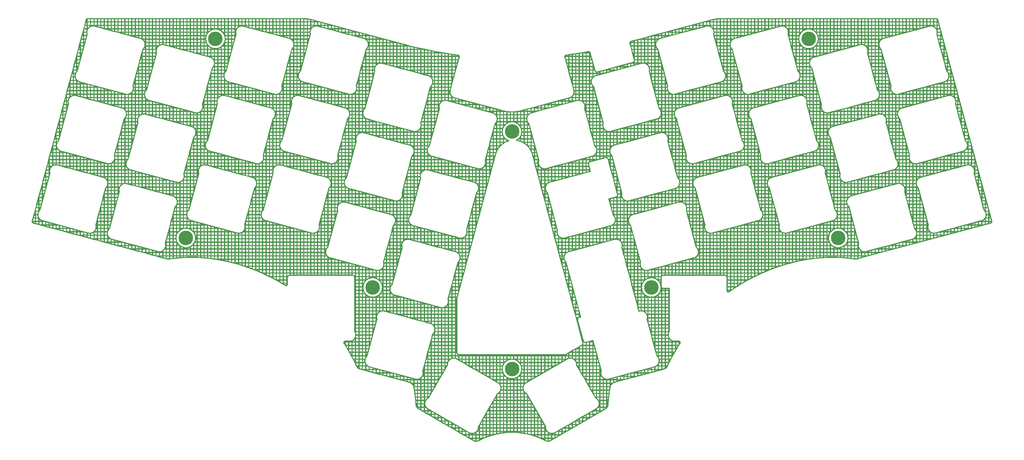
<source format=gbl>
G04 #@! TF.GenerationSoftware,KiCad,Pcbnew,(5.99.0-12889-g70df3822b5)*
G04 #@! TF.CreationDate,2021-11-23T09:02:27-05:00*
G04 #@! TF.ProjectId,switchPlate,73776974-6368-4506-9c61-74652e6b6963,rev?*
G04 #@! TF.SameCoordinates,Original*
G04 #@! TF.FileFunction,Copper,L2,Bot*
G04 #@! TF.FilePolarity,Positive*
%FSLAX46Y46*%
G04 Gerber Fmt 4.6, Leading zero omitted, Abs format (unit mm)*
G04 Created by KiCad (PCBNEW (5.99.0-12889-g70df3822b5)) date 2021-11-23 09:02:27*
%MOMM*%
%LPD*%
G01*
G04 APERTURE LIST*
G04 #@! TA.AperFunction,ComponentPad*
%ADD10C,3.800000*%
G04 #@! TD*
G04 APERTURE END LIST*
D10*
X146900000Y-132196903D03*
X61590091Y-97952450D03*
X146900000Y-70122024D03*
X232209909Y-97952451D03*
X183338438Y-110887922D03*
X224462729Y-45857361D03*
X69337271Y-45857361D03*
X110461562Y-110887923D03*
G04 #@! TA.AperFunction,NonConductor*
G36*
X257853350Y-40440332D02*
G01*
X257886290Y-40440332D01*
X257888916Y-40440359D01*
X257890598Y-40440394D01*
X257911330Y-40440826D01*
X257916586Y-40441047D01*
X257932001Y-40442015D01*
X257937234Y-40442454D01*
X257952420Y-40444047D01*
X257957611Y-40444700D01*
X257972557Y-40446901D01*
X257972605Y-40446908D01*
X257977742Y-40447774D01*
X257982646Y-40448705D01*
X257992451Y-40450566D01*
X257997544Y-40451642D01*
X258005756Y-40453556D01*
X258013240Y-40455545D01*
X258047949Y-40465923D01*
X258057672Y-40469269D01*
X258085191Y-40480013D01*
X258094546Y-40484110D01*
X258121059Y-40497025D01*
X258130000Y-40501835D01*
X258155418Y-40516863D01*
X258163907Y-40522355D01*
X258188025Y-40539368D01*
X258196043Y-40545519D01*
X258218738Y-40564425D01*
X258226250Y-40571213D01*
X258247322Y-40591849D01*
X258254287Y-40599243D01*
X258273627Y-40621508D01*
X258280011Y-40629490D01*
X258297493Y-40653263D01*
X258303242Y-40661789D01*
X258322234Y-40692597D01*
X258326103Y-40699328D01*
X258330084Y-40706777D01*
X258332439Y-40711412D01*
X258338942Y-40724890D01*
X258341116Y-40729645D01*
X258347123Y-40743540D01*
X258349092Y-40748369D01*
X258354552Y-40762597D01*
X258356333Y-40767546D01*
X258361260Y-40782188D01*
X258362839Y-40787226D01*
X258367958Y-40804849D01*
X258368058Y-40805197D01*
X258369523Y-40810319D01*
X258370052Y-40812231D01*
X267309163Y-74173280D01*
X272489633Y-93506960D01*
X272490354Y-93510535D01*
X272490332Y-93514118D01*
X272492797Y-93522742D01*
X272492797Y-93522743D01*
X272506938Y-93572219D01*
X272508283Y-93577330D01*
X272513237Y-93597890D01*
X272514574Y-93604128D01*
X272518066Y-93622705D01*
X272519083Y-93628980D01*
X272521580Y-93647316D01*
X272522276Y-93653613D01*
X272523821Y-93671733D01*
X272524198Y-93677997D01*
X272524827Y-93696026D01*
X272524889Y-93702268D01*
X272524624Y-93720091D01*
X272524377Y-93726309D01*
X272523234Y-93744016D01*
X272522681Y-93750195D01*
X272520677Y-93767734D01*
X272519826Y-93773851D01*
X272517484Y-93788113D01*
X272516973Y-93791222D01*
X272515836Y-93797229D01*
X272514120Y-93805220D01*
X272512125Y-93814507D01*
X272510699Y-93820441D01*
X272506166Y-93837478D01*
X272504462Y-93843310D01*
X272499104Y-93860137D01*
X272497130Y-93865859D01*
X272490952Y-93882458D01*
X272488710Y-93888066D01*
X272481747Y-93904342D01*
X272479246Y-93909822D01*
X272471507Y-93925759D01*
X272468755Y-93931099D01*
X272460245Y-93946685D01*
X272457252Y-93951869D01*
X272448010Y-93967030D01*
X272444760Y-93972086D01*
X272434821Y-93986766D01*
X272431334Y-93991661D01*
X272427210Y-93997166D01*
X272420717Y-94005833D01*
X272416988Y-94010570D01*
X272405717Y-94024204D01*
X272401760Y-94028763D01*
X272390898Y-94040685D01*
X272389852Y-94041833D01*
X272385658Y-94046219D01*
X272379389Y-94052466D01*
X272373975Y-94057862D01*
X272373161Y-94058673D01*
X272368722Y-94062886D01*
X272355661Y-94074695D01*
X272351007Y-94078702D01*
X272337366Y-94089877D01*
X272332507Y-94093663D01*
X272318311Y-94104175D01*
X272313250Y-94107732D01*
X272298505Y-94117563D01*
X272293230Y-94120894D01*
X272277958Y-94130018D01*
X272272489Y-94133104D01*
X272263506Y-94137879D01*
X272256618Y-94141541D01*
X272250976Y-94144361D01*
X272234501Y-94152088D01*
X272228704Y-94154632D01*
X272211581Y-94161634D01*
X272205643Y-94163888D01*
X272195435Y-94167472D01*
X272171559Y-94173314D01*
X272156487Y-94175473D01*
X272156484Y-94175474D01*
X272147594Y-94176747D01*
X272128841Y-94185274D01*
X272109313Y-94192276D01*
X239012463Y-103060402D01*
X237240545Y-103535178D01*
X237225795Y-103538199D01*
X237190998Y-103543182D01*
X237177384Y-103549372D01*
X237153311Y-103557502D01*
X237132184Y-103562330D01*
X237129165Y-103562979D01*
X237095630Y-103569762D01*
X237092642Y-103570328D01*
X237058997Y-103576262D01*
X237055905Y-103576767D01*
X237022179Y-103581848D01*
X237019055Y-103582279D01*
X236985233Y-103586512D01*
X236982106Y-103586863D01*
X236948197Y-103590249D01*
X236945060Y-103590523D01*
X236911098Y-103593059D01*
X236907957Y-103593254D01*
X236873963Y-103594940D01*
X236870817Y-103595057D01*
X236836721Y-103595895D01*
X236833573Y-103595933D01*
X236816665Y-103595926D01*
X236799484Y-103595919D01*
X236796387Y-103595878D01*
X236762282Y-103595012D01*
X236759213Y-103594896D01*
X236735696Y-103593709D01*
X236725042Y-103593171D01*
X236721905Y-103592973D01*
X236696674Y-103591067D01*
X236687877Y-103590402D01*
X236684747Y-103590126D01*
X236650716Y-103586695D01*
X236647599Y-103586342D01*
X236616221Y-103582383D01*
X236612628Y-103581876D01*
X236581720Y-103577064D01*
X236576844Y-103577064D01*
X236573225Y-103576784D01*
X236567095Y-103576158D01*
X235656751Y-103460670D01*
X235650365Y-103459686D01*
X235645749Y-103458473D01*
X235640908Y-103457975D01*
X235640897Y-103457973D01*
X235613826Y-103455188D01*
X235610890Y-103454852D01*
X235582150Y-103451206D01*
X235577666Y-103451278D01*
X235576613Y-103451220D01*
X235570669Y-103450751D01*
X234655448Y-103356618D01*
X234649042Y-103355785D01*
X234644403Y-103354683D01*
X234633944Y-103353857D01*
X234612421Y-103352157D01*
X234609451Y-103351887D01*
X234585098Y-103349382D01*
X234585090Y-103349382D01*
X234580640Y-103348924D01*
X234576170Y-103349102D01*
X234575127Y-103349069D01*
X234569163Y-103348740D01*
X233936513Y-103298772D01*
X233731091Y-103282547D01*
X236627088Y-103282547D01*
X236627565Y-103282612D01*
X236656012Y-103287041D01*
X236682722Y-103290412D01*
X236712513Y-103293415D01*
X236742205Y-103295658D01*
X236772055Y-103297165D01*
X236801763Y-103297920D01*
X236831551Y-103297932D01*
X236861336Y-103297200D01*
X236891079Y-103295725D01*
X236920734Y-103293511D01*
X236950338Y-103290554D01*
X236979892Y-103286855D01*
X237009388Y-103282412D01*
X237038701Y-103277243D01*
X237067929Y-103271331D01*
X237070442Y-103270757D01*
X237075939Y-103268490D01*
X237082067Y-103266214D01*
X237090572Y-103263395D01*
X237124861Y-103253368D01*
X237133554Y-103251158D01*
X237139944Y-103249774D01*
X237148754Y-103248191D01*
X237173357Y-103244668D01*
X237229088Y-103229735D01*
X237229088Y-103149887D01*
X237527088Y-103149887D01*
X238129088Y-102988585D01*
X238129088Y-102908737D01*
X238427088Y-102908737D01*
X238861532Y-102792330D01*
X238427088Y-102792330D01*
X238427088Y-102908737D01*
X238129088Y-102908737D01*
X238129088Y-102792330D01*
X237527088Y-102792330D01*
X237527088Y-103149887D01*
X237229088Y-103149887D01*
X237229088Y-102792330D01*
X236627088Y-102792330D01*
X236627088Y-103282547D01*
X233731091Y-103282547D01*
X233652784Y-103276362D01*
X233646380Y-103275683D01*
X233641724Y-103274693D01*
X233609716Y-103272926D01*
X233606782Y-103272730D01*
X233577833Y-103270443D01*
X233573360Y-103270727D01*
X233572328Y-103270719D01*
X233566367Y-103270532D01*
X232880277Y-103232646D01*
X232649239Y-103219888D01*
X232642808Y-103219360D01*
X232638131Y-103218480D01*
X232614779Y-103217744D01*
X232606066Y-103217469D01*
X232603090Y-103217340D01*
X232578630Y-103215989D01*
X232578625Y-103215989D01*
X232574151Y-103215742D01*
X232569682Y-103216132D01*
X232568670Y-103216148D01*
X232562697Y-103216101D01*
X231645168Y-103187169D01*
X231638752Y-103186795D01*
X231634047Y-103186025D01*
X231601902Y-103185771D01*
X231598981Y-103185714D01*
X231570012Y-103184800D01*
X231565548Y-103185296D01*
X231564574Y-103185335D01*
X231558607Y-103185430D01*
X231104832Y-103181848D01*
X230641046Y-103178186D01*
X230634599Y-103177962D01*
X230629892Y-103177305D01*
X230625034Y-103177381D01*
X230625028Y-103177381D01*
X230597795Y-103177809D01*
X230594826Y-103177821D01*
X230570322Y-103177628D01*
X230570318Y-103177628D01*
X230565842Y-103177593D01*
X230561403Y-103178193D01*
X230560407Y-103178256D01*
X230554435Y-103178492D01*
X230281127Y-103182790D01*
X229637244Y-103192917D01*
X229630812Y-103192846D01*
X229626086Y-103192300D01*
X229593977Y-103193564D01*
X229591048Y-103193644D01*
X229566549Y-103194029D01*
X229566543Y-103194030D01*
X229562060Y-103194100D01*
X229557628Y-103194806D01*
X229556643Y-103194892D01*
X229550670Y-103195269D01*
X229465911Y-103198605D01*
X228634233Y-103231343D01*
X228627791Y-103231424D01*
X228623053Y-103230989D01*
X228618198Y-103231295D01*
X228618193Y-103231295D01*
X228604574Y-103232154D01*
X228590967Y-103233012D01*
X228588130Y-103233158D01*
X228559085Y-103234301D01*
X228554676Y-103235110D01*
X228553696Y-103235219D01*
X228547740Y-103235736D01*
X228135370Y-103261732D01*
X227632372Y-103293441D01*
X227625967Y-103293673D01*
X227621210Y-103293350D01*
X227612481Y-103294108D01*
X227589217Y-103296126D01*
X227586254Y-103296348D01*
X227561811Y-103297889D01*
X227561808Y-103297889D01*
X227557341Y-103298171D01*
X227552963Y-103299082D01*
X227551956Y-103299218D01*
X227546016Y-103299876D01*
X226632167Y-103379190D01*
X226625728Y-103379575D01*
X226620983Y-103379365D01*
X226616157Y-103379899D01*
X226616154Y-103379899D01*
X226601001Y-103381576D01*
X226589061Y-103382896D01*
X226586124Y-103383186D01*
X226557245Y-103385693D01*
X226552873Y-103386711D01*
X226551906Y-103386865D01*
X226545977Y-103387664D01*
X225633958Y-103488569D01*
X225627543Y-103489105D01*
X225622788Y-103489006D01*
X225603184Y-103491645D01*
X225590990Y-103493287D01*
X225588037Y-103493650D01*
X225559224Y-103496837D01*
X225554888Y-103497955D01*
X225553890Y-103498138D01*
X225547986Y-103499076D01*
X224638206Y-103621557D01*
X224631814Y-103622244D01*
X224627051Y-103622258D01*
X224622240Y-103623022D01*
X224622239Y-103623022D01*
X224595388Y-103627285D01*
X224592442Y-103627717D01*
X224568144Y-103630988D01*
X224568129Y-103630991D01*
X224563695Y-103631588D01*
X224559383Y-103632809D01*
X224558383Y-103633017D01*
X224552502Y-103634094D01*
X224446530Y-103650920D01*
X223645325Y-103778133D01*
X223638950Y-103778970D01*
X223634187Y-103779097D01*
X223629401Y-103779973D01*
X223629395Y-103779974D01*
X223602652Y-103784871D01*
X223599719Y-103785373D01*
X223575497Y-103789219D01*
X223575493Y-103789220D01*
X223571078Y-103789921D01*
X223566802Y-103791242D01*
X223565789Y-103791478D01*
X223559942Y-103792693D01*
X222655752Y-103958272D01*
X222649390Y-103959263D01*
X222644624Y-103959503D01*
X222639852Y-103960494D01*
X222639853Y-103960494D01*
X222613230Y-103966023D01*
X222610306Y-103966595D01*
X222581797Y-103971816D01*
X222577556Y-103973237D01*
X222576540Y-103973499D01*
X222570720Y-103974853D01*
X221669917Y-104161954D01*
X221663537Y-104163102D01*
X221658780Y-104163454D01*
X221627487Y-104170731D01*
X221624597Y-104171367D01*
X221596272Y-104177250D01*
X221592057Y-104178774D01*
X221591055Y-104179058D01*
X221585271Y-104180548D01*
X220688179Y-104389164D01*
X220681823Y-104390464D01*
X220677073Y-104390930D01*
X220672367Y-104392143D01*
X220671041Y-104392377D01*
X220659314Y-104394720D01*
X220639856Y-104397507D01*
X220630359Y-104398867D01*
X220630358Y-104398867D01*
X220621471Y-104400140D01*
X220606668Y-104406871D01*
X220605522Y-104407392D01*
X220584813Y-104414705D01*
X219554929Y-104680101D01*
X219548614Y-104681549D01*
X219543872Y-104682128D01*
X219539187Y-104683455D01*
X219539180Y-104683456D01*
X219513015Y-104690865D01*
X219510128Y-104691646D01*
X219486439Y-104697750D01*
X219486431Y-104697753D01*
X219482107Y-104698867D01*
X219477979Y-104700585D01*
X219476938Y-104700934D01*
X219471243Y-104702694D01*
X218430009Y-104997534D01*
X218423741Y-104999129D01*
X218419015Y-104999820D01*
X218390489Y-105008633D01*
X218388372Y-105009287D01*
X218385509Y-105010134D01*
X218361957Y-105016803D01*
X218361954Y-105016804D01*
X218357653Y-105018022D01*
X218353572Y-105019835D01*
X218352528Y-105020213D01*
X218346872Y-105022108D01*
X217313886Y-105341250D01*
X217307645Y-105342997D01*
X217302944Y-105343799D01*
X217298334Y-105345344D01*
X217298329Y-105345345D01*
X217272521Y-105353993D01*
X217269691Y-105354905D01*
X217242022Y-105363453D01*
X217237968Y-105365371D01*
X217237003Y-105365746D01*
X217231405Y-105367772D01*
X216630089Y-105569273D01*
X216206970Y-105711060D01*
X216200782Y-105712950D01*
X216196106Y-105713862D01*
X216191529Y-105715517D01*
X216191530Y-105715517D01*
X216165895Y-105724787D01*
X216163091Y-105725764D01*
X216135661Y-105734956D01*
X216131650Y-105736971D01*
X216130711Y-105737362D01*
X216125154Y-105739522D01*
X215128260Y-106100052D01*
X215109742Y-106106749D01*
X215103608Y-106108783D01*
X215098952Y-106109806D01*
X215068989Y-106121451D01*
X215066265Y-106122472D01*
X215039016Y-106132327D01*
X215035061Y-106134432D01*
X215034128Y-106134847D01*
X215028612Y-106137143D01*
X214022631Y-106528116D01*
X214016556Y-106530292D01*
X214011925Y-106531425D01*
X214007432Y-106533295D01*
X214007431Y-106533295D01*
X213982283Y-106543760D01*
X213979518Y-106544872D01*
X213952535Y-106555359D01*
X213948630Y-106557558D01*
X213947706Y-106557995D01*
X213942247Y-106560420D01*
X212946082Y-106974960D01*
X212940061Y-106977278D01*
X212935472Y-106978516D01*
X212906133Y-106991547D01*
X212903419Y-106992713D01*
X212880808Y-107002123D01*
X212880801Y-107002127D01*
X212876662Y-107003849D01*
X212872806Y-107006143D01*
X212871906Y-107006595D01*
X212866500Y-107009151D01*
X212722031Y-107073319D01*
X211880573Y-107447063D01*
X211874603Y-107449526D01*
X211870040Y-107450873D01*
X211840983Y-107464610D01*
X211838323Y-107465829D01*
X211815952Y-107475765D01*
X211815943Y-107475770D01*
X211811845Y-107477590D01*
X211808043Y-107479975D01*
X211807162Y-107480444D01*
X211801819Y-107483127D01*
X210826498Y-107944243D01*
X210820608Y-107946837D01*
X210816075Y-107948293D01*
X210787401Y-107962689D01*
X210784739Y-107963986D01*
X210758529Y-107976378D01*
X210754787Y-107978850D01*
X210753903Y-107979348D01*
X210748627Y-107982155D01*
X210496432Y-108108771D01*
X209784360Y-108466270D01*
X209778519Y-108469009D01*
X209774023Y-108470572D01*
X209756455Y-108479919D01*
X209745717Y-108485632D01*
X209743089Y-108486991D01*
X209717159Y-108500009D01*
X209713488Y-108502561D01*
X209712588Y-108503096D01*
X209707383Y-108506026D01*
X209315743Y-108714393D01*
X208754560Y-109012963D01*
X208748796Y-109015834D01*
X208744332Y-109017505D01*
X208740088Y-109019893D01*
X208740089Y-109019893D01*
X208716352Y-109033252D01*
X208713793Y-109034652D01*
X208688184Y-109048277D01*
X208684564Y-109050923D01*
X208683684Y-109051475D01*
X208678548Y-109054528D01*
X207737563Y-109584107D01*
X207731870Y-109587113D01*
X207727448Y-109588889D01*
X207711375Y-109598443D01*
X207699904Y-109605261D01*
X207697364Y-109606730D01*
X207672049Y-109620978D01*
X207668483Y-109623716D01*
X207667621Y-109624286D01*
X207662572Y-109627451D01*
X206755059Y-110166871D01*
X206733832Y-110179488D01*
X206728200Y-110182635D01*
X206723817Y-110184517D01*
X206696642Y-110201554D01*
X206694139Y-110203081D01*
X206673059Y-110215611D01*
X206669200Y-110217905D01*
X206665706Y-110220722D01*
X206664840Y-110221324D01*
X206659859Y-110224613D01*
X205743772Y-110798927D01*
X205738226Y-110802200D01*
X205733885Y-110804187D01*
X205707097Y-110821879D01*
X205704654Y-110823451D01*
X205680083Y-110838855D01*
X205676666Y-110841746D01*
X205675797Y-110842381D01*
X205670898Y-110845787D01*
X204767860Y-111442203D01*
X204762398Y-111445603D01*
X204758101Y-111447694D01*
X204731755Y-111466006D01*
X204729333Y-111467647D01*
X204708896Y-111481145D01*
X204708891Y-111481149D01*
X204705145Y-111483623D01*
X204701785Y-111486606D01*
X204700954Y-111487244D01*
X204696142Y-111490761D01*
X203924271Y-112027278D01*
X203822132Y-112098273D01*
X203802371Y-112109511D01*
X203788216Y-112115946D01*
X203781414Y-112121807D01*
X203763452Y-112137284D01*
X203750679Y-112146946D01*
X203740716Y-112153531D01*
X203733061Y-112158207D01*
X203708511Y-112172026D01*
X203700503Y-112176163D01*
X203676485Y-112187501D01*
X203668171Y-112191067D01*
X203644563Y-112200203D01*
X203636050Y-112203152D01*
X203612650Y-112210332D01*
X203604004Y-112212652D01*
X203580692Y-112218028D01*
X203571991Y-112219713D01*
X203548607Y-112223395D01*
X203539901Y-112224457D01*
X203516384Y-112226496D01*
X203507770Y-112226945D01*
X203484056Y-112227363D01*
X203475513Y-112227222D01*
X203451668Y-112226020D01*
X203443246Y-112225312D01*
X203419294Y-112222486D01*
X203411029Y-112221231D01*
X203387068Y-112216776D01*
X203378998Y-112215000D01*
X203355109Y-112208915D01*
X203347240Y-112206636D01*
X203329595Y-112200897D01*
X203323597Y-112198946D01*
X203315944Y-112196180D01*
X203292980Y-112187032D01*
X203292730Y-112186933D01*
X203285302Y-112183693D01*
X203262621Y-112172919D01*
X203255428Y-112169215D01*
X203252232Y-112167437D01*
X203233488Y-112157008D01*
X203226549Y-112152849D01*
X203205526Y-112139311D01*
X203198833Y-112134689D01*
X203178860Y-112119921D01*
X203172433Y-112114838D01*
X203160541Y-112104786D01*
X203153610Y-112098927D01*
X203147485Y-112093395D01*
X203144449Y-112090466D01*
X203129946Y-112076477D01*
X203124126Y-112070478D01*
X203107923Y-112052628D01*
X203102466Y-112046195D01*
X203087650Y-112027493D01*
X203082588Y-112020637D01*
X203069165Y-112001101D01*
X203064514Y-111993803D01*
X203052551Y-111973530D01*
X203048352Y-111965813D01*
X203037790Y-111944674D01*
X203034105Y-111936598D01*
X203024964Y-111914542D01*
X203021830Y-111906149D01*
X203014108Y-111882985D01*
X203011565Y-111874337D01*
X203005307Y-111849851D01*
X203005304Y-111849835D01*
X203327088Y-111849835D01*
X203332458Y-111856614D01*
X203340937Y-111865954D01*
X203350302Y-111874988D01*
X203360552Y-111883652D01*
X203371527Y-111891767D01*
X203383226Y-111899301D01*
X203395481Y-111906118D01*
X203408167Y-111912145D01*
X203421062Y-111917281D01*
X203434071Y-111921512D01*
X203447089Y-111924828D01*
X203459891Y-111927208D01*
X203472433Y-111928688D01*
X203484673Y-111929305D01*
X203496578Y-111929096D01*
X203508176Y-111928091D01*
X203519644Y-111926285D01*
X203531092Y-111923645D01*
X203542738Y-111920071D01*
X203554871Y-111915376D01*
X203567714Y-111909314D01*
X203578638Y-111903164D01*
X203593693Y-111890192D01*
X203600687Y-111884587D01*
X203605931Y-111880682D01*
X203613301Y-111875590D01*
X203643399Y-111856342D01*
X203651112Y-111851787D01*
X203656856Y-111848665D01*
X203664831Y-111844692D01*
X203740163Y-111792330D01*
X203327088Y-111792330D01*
X203327088Y-111849835D01*
X203005304Y-111849835D01*
X203003383Y-111841013D01*
X202998680Y-111814934D01*
X202997397Y-111805994D01*
X202994404Y-111778057D01*
X202993766Y-111769091D01*
X202992407Y-111730685D01*
X202992330Y-111725460D01*
X202992676Y-111668806D01*
X202992676Y-111668804D01*
X202992700Y-111664857D01*
X202992315Y-111663509D01*
X202992223Y-111662158D01*
X202992221Y-111494330D01*
X203327088Y-111494330D01*
X203929088Y-111494330D01*
X203929088Y-111453875D01*
X204227088Y-111453875D01*
X204522715Y-111248390D01*
X204530942Y-111242071D01*
X204534535Y-111239412D01*
X204537201Y-111237511D01*
X204540914Y-111234962D01*
X204563408Y-111220106D01*
X204588019Y-111202999D01*
X204592068Y-111200299D01*
X204595062Y-111198385D01*
X204599217Y-111195841D01*
X204607492Y-111190991D01*
X204829088Y-111044636D01*
X204829088Y-110892330D01*
X204227088Y-110892330D01*
X204227088Y-111453875D01*
X203929088Y-111453875D01*
X203929088Y-110892330D01*
X203327088Y-110892330D01*
X203327088Y-111494330D01*
X202992221Y-111494330D01*
X202992211Y-110594330D01*
X203327088Y-110594330D01*
X203929088Y-110594330D01*
X204227088Y-110594330D01*
X204829088Y-110594330D01*
X205127088Y-110594330D01*
X205510165Y-110594330D01*
X205511670Y-110593230D01*
X205515333Y-110590652D01*
X205518041Y-110588817D01*
X205521796Y-110586368D01*
X205544640Y-110572047D01*
X205569654Y-110555526D01*
X205573769Y-110552921D01*
X205576807Y-110551079D01*
X205581017Y-110548636D01*
X205589402Y-110543985D01*
X205729088Y-110456413D01*
X205729088Y-110269591D01*
X206027088Y-110269591D01*
X206469347Y-109992330D01*
X206027088Y-109992330D01*
X206027088Y-110269591D01*
X205729088Y-110269591D01*
X205729088Y-109992330D01*
X205127088Y-109992330D01*
X205127088Y-110594330D01*
X204829088Y-110594330D01*
X204829088Y-109992330D01*
X204227088Y-109992330D01*
X204227088Y-110594330D01*
X203929088Y-110594330D01*
X203929088Y-109992330D01*
X203327088Y-109992330D01*
X203327088Y-110594330D01*
X202992211Y-110594330D01*
X202992201Y-109694330D01*
X203327088Y-109694330D01*
X203929088Y-109694330D01*
X204227088Y-109694330D01*
X204829088Y-109694330D01*
X205127088Y-109694330D01*
X205729088Y-109694330D01*
X206027088Y-109694330D01*
X206629088Y-109694330D01*
X206927088Y-109694330D01*
X206966828Y-109694330D01*
X207506757Y-109373400D01*
X207515443Y-109367662D01*
X207519262Y-109365237D01*
X207522056Y-109363532D01*
X207525892Y-109361283D01*
X207529088Y-109359484D01*
X207529088Y-109092330D01*
X206927088Y-109092330D01*
X206927088Y-109694330D01*
X206629088Y-109694330D01*
X206629088Y-109092330D01*
X206027088Y-109092330D01*
X206027088Y-109694330D01*
X205729088Y-109694330D01*
X205729088Y-109092330D01*
X205127088Y-109092330D01*
X205127088Y-109694330D01*
X204829088Y-109694330D01*
X204829088Y-109092330D01*
X204227088Y-109092330D01*
X204227088Y-109694330D01*
X203929088Y-109694330D01*
X203929088Y-109092330D01*
X203327088Y-109092330D01*
X203327088Y-109694330D01*
X202992201Y-109694330D01*
X202992191Y-108794330D01*
X203327088Y-108794330D01*
X203929088Y-108794330D01*
X204227088Y-108794330D01*
X204829088Y-108794330D01*
X205127088Y-108794330D01*
X205729088Y-108794330D01*
X206027088Y-108794330D01*
X206629088Y-108794330D01*
X206927088Y-108794330D01*
X207529088Y-108794330D01*
X207827088Y-108794330D01*
X208429088Y-108794330D01*
X208429088Y-108690028D01*
X208727088Y-108690028D01*
X209329088Y-108369742D01*
X209329088Y-108192330D01*
X208727088Y-108192330D01*
X208727088Y-108690028D01*
X208429088Y-108690028D01*
X208429088Y-108192330D01*
X207827088Y-108192330D01*
X207827088Y-108794330D01*
X207529088Y-108794330D01*
X207529088Y-108192330D01*
X206927088Y-108192330D01*
X206927088Y-108794330D01*
X206629088Y-108794330D01*
X206629088Y-108192330D01*
X206027088Y-108192330D01*
X206027088Y-108794330D01*
X205729088Y-108794330D01*
X205729088Y-108192330D01*
X205127088Y-108192330D01*
X205127088Y-108794330D01*
X204829088Y-108794330D01*
X204829088Y-108192330D01*
X204227088Y-108192330D01*
X204227088Y-108794330D01*
X203929088Y-108794330D01*
X203929088Y-108192330D01*
X203327088Y-108192330D01*
X203327088Y-108794330D01*
X202992191Y-108794330D01*
X202992186Y-108367521D01*
X202992188Y-108366749D01*
X202992286Y-108350746D01*
X202992662Y-108289246D01*
X202988429Y-108274434D01*
X202984544Y-108260843D01*
X202980966Y-108244081D01*
X202978052Y-108223735D01*
X202976779Y-108214847D01*
X202966165Y-108191504D01*
X202959719Y-108173983D01*
X202955140Y-108157962D01*
X202952674Y-108149333D01*
X202936913Y-108124353D01*
X202928775Y-108109270D01*
X202920266Y-108090555D01*
X202920265Y-108090553D01*
X202916550Y-108082383D01*
X202910071Y-108074863D01*
X202899814Y-108062960D01*
X202888705Y-108047947D01*
X202879816Y-108033859D01*
X202875026Y-108026267D01*
X202852887Y-108006715D01*
X202840842Y-107994522D01*
X202827768Y-107979348D01*
X202821563Y-107972147D01*
X202800045Y-107958200D01*
X202785173Y-107946912D01*
X202781115Y-107943328D01*
X202765958Y-107929942D01*
X202739220Y-107917388D01*
X202724239Y-107909067D01*
X202706988Y-107897886D01*
X202706987Y-107897886D01*
X202701501Y-107894330D01*
X203327088Y-107894330D01*
X203929088Y-107894330D01*
X204227088Y-107894330D01*
X204829088Y-107894330D01*
X205127088Y-107894330D01*
X205729088Y-107894330D01*
X206027088Y-107894330D01*
X206629088Y-107894330D01*
X206927088Y-107894330D01*
X207529088Y-107894330D01*
X207827088Y-107894330D01*
X208429088Y-107894330D01*
X208727088Y-107894330D01*
X209329088Y-107894330D01*
X209627088Y-107894330D01*
X210229088Y-107894330D01*
X210229088Y-107759932D01*
X210527088Y-107759932D01*
X210611261Y-107717673D01*
X210620289Y-107712590D01*
X210624237Y-107710459D01*
X210627142Y-107708957D01*
X210631153Y-107706973D01*
X210655485Y-107695468D01*
X210682371Y-107681971D01*
X210686766Y-107679871D01*
X210689998Y-107678402D01*
X210694450Y-107676480D01*
X210703304Y-107672860D01*
X211129088Y-107471556D01*
X211129088Y-107292330D01*
X210527088Y-107292330D01*
X210527088Y-107759932D01*
X210229088Y-107759932D01*
X210229088Y-107292330D01*
X209627088Y-107292330D01*
X209627088Y-107894330D01*
X209329088Y-107894330D01*
X209329088Y-107292330D01*
X208727088Y-107292330D01*
X208727088Y-107894330D01*
X208429088Y-107894330D01*
X208429088Y-107292330D01*
X207827088Y-107292330D01*
X207827088Y-107894330D01*
X207529088Y-107894330D01*
X207529088Y-107292330D01*
X206927088Y-107292330D01*
X206927088Y-107894330D01*
X206629088Y-107894330D01*
X206629088Y-107292330D01*
X206027088Y-107292330D01*
X206027088Y-107894330D01*
X205729088Y-107894330D01*
X205729088Y-107292330D01*
X205127088Y-107292330D01*
X205127088Y-107894330D01*
X204829088Y-107894330D01*
X204829088Y-107292330D01*
X204227088Y-107292330D01*
X204227088Y-107894330D01*
X203929088Y-107894330D01*
X203929088Y-107292330D01*
X203327088Y-107292330D01*
X203327088Y-107894330D01*
X202701501Y-107894330D01*
X202699454Y-107893003D01*
X202674890Y-107885657D01*
X202657443Y-107878994D01*
X202642362Y-107871913D01*
X202642360Y-107871912D01*
X202634238Y-107868099D01*
X202625375Y-107866719D01*
X202625372Y-107866718D01*
X202605050Y-107863554D01*
X202588336Y-107859772D01*
X202571164Y-107854637D01*
X202560039Y-107851310D01*
X202551070Y-107851255D01*
X202551067Y-107851255D01*
X202537605Y-107851173D01*
X202525628Y-107851101D01*
X202524855Y-107851068D01*
X202523763Y-107850898D01*
X202492891Y-107850898D01*
X202492123Y-107850896D01*
X202490448Y-107850886D01*
X202414528Y-107850423D01*
X202413186Y-107850807D01*
X202411844Y-107850898D01*
X186543009Y-107850898D01*
X186542239Y-107850896D01*
X186541385Y-107850891D01*
X186464655Y-107850422D01*
X186456026Y-107852888D01*
X186456021Y-107852889D01*
X186436259Y-107858537D01*
X186419498Y-107862115D01*
X186399155Y-107865028D01*
X186399145Y-107865031D01*
X186390262Y-107866303D01*
X186366912Y-107876919D01*
X186349400Y-107883362D01*
X186341368Y-107885658D01*
X186324742Y-107890410D01*
X186317157Y-107895196D01*
X186317156Y-107895196D01*
X186314174Y-107897077D01*
X186299759Y-107906172D01*
X186284693Y-107914302D01*
X186257797Y-107926531D01*
X186238368Y-107943272D01*
X186223360Y-107954377D01*
X186201676Y-107968058D01*
X186195734Y-107974786D01*
X186182126Y-107990194D01*
X186169934Y-108002238D01*
X186147560Y-108021517D01*
X186142681Y-108029045D01*
X186142678Y-108029048D01*
X186133611Y-108043037D01*
X186122321Y-108057911D01*
X186105351Y-108077126D01*
X186092797Y-108103864D01*
X186084483Y-108118833D01*
X186068414Y-108143625D01*
X186065842Y-108152225D01*
X186061068Y-108168188D01*
X186054406Y-108185634D01*
X186043508Y-108208846D01*
X186038965Y-108238026D01*
X186035181Y-108254747D01*
X186029293Y-108274434D01*
X186029292Y-108274437D01*
X186026720Y-108283039D01*
X186026665Y-108292014D01*
X186026665Y-108292015D01*
X186026510Y-108317444D01*
X186026477Y-108318226D01*
X186026307Y-108319321D01*
X186026307Y-108350196D01*
X186026306Y-108350746D01*
X186025831Y-108428550D01*
X186026215Y-108429894D01*
X186026307Y-108431239D01*
X186026307Y-110498611D01*
X186026305Y-110499381D01*
X186025831Y-110576965D01*
X186028297Y-110585594D01*
X186028298Y-110585599D01*
X186033946Y-110605361D01*
X186037524Y-110622122D01*
X186040437Y-110642465D01*
X186040440Y-110642475D01*
X186041712Y-110651358D01*
X186052328Y-110674708D01*
X186058771Y-110692220D01*
X186065819Y-110716878D01*
X186081581Y-110741861D01*
X186089711Y-110756927D01*
X186101940Y-110783823D01*
X186118681Y-110803252D01*
X186129786Y-110818260D01*
X186143467Y-110839944D01*
X186150195Y-110845886D01*
X186165603Y-110859494D01*
X186177648Y-110871687D01*
X186189000Y-110884861D01*
X186196926Y-110894060D01*
X186204454Y-110898939D01*
X186204457Y-110898942D01*
X186218446Y-110908009D01*
X186233320Y-110919299D01*
X186252535Y-110936269D01*
X186260661Y-110940084D01*
X186260662Y-110940085D01*
X186260677Y-110940092D01*
X186279273Y-110948823D01*
X186294242Y-110957137D01*
X186319034Y-110973206D01*
X186327634Y-110975778D01*
X186343597Y-110980552D01*
X186361043Y-110987214D01*
X186384255Y-110998112D01*
X186413437Y-111002656D01*
X186430156Y-111006439D01*
X186449843Y-111012327D01*
X186449846Y-111012328D01*
X186458448Y-111014900D01*
X186467423Y-111014955D01*
X186467424Y-111014955D01*
X186474117Y-111014996D01*
X186492863Y-111015110D01*
X186493635Y-111015143D01*
X186494730Y-111015313D01*
X186525605Y-111015313D01*
X186526375Y-111015315D01*
X186600023Y-111015765D01*
X186600024Y-111015765D01*
X186603959Y-111015789D01*
X186605303Y-111015405D01*
X186606648Y-111015313D01*
X188050312Y-111015313D01*
X188118433Y-111035315D01*
X188164926Y-111088971D01*
X188176312Y-111141312D01*
X188176296Y-119074548D01*
X188176290Y-122395264D01*
X188156119Y-122463138D01*
X188155783Y-122463581D01*
X188153607Y-122467503D01*
X188153604Y-122467507D01*
X188148161Y-122477316D01*
X188143917Y-122484407D01*
X188127292Y-122510216D01*
X188121685Y-122518220D01*
X188115576Y-122526258D01*
X188115572Y-122526265D01*
X188112629Y-122530137D01*
X188110313Y-122534424D01*
X188105406Y-122543505D01*
X188100484Y-122551833D01*
X188093928Y-122562012D01*
X188087343Y-122576370D01*
X188083674Y-122583725D01*
X188072966Y-122603545D01*
X188069804Y-122609397D01*
X188064823Y-122617816D01*
X188059360Y-122626282D01*
X188059357Y-122626288D01*
X188056724Y-122630368D01*
X188054749Y-122634807D01*
X188054747Y-122634811D01*
X188050532Y-122644286D01*
X188046261Y-122652971D01*
X188042630Y-122659690D01*
X188042627Y-122659696D01*
X188040499Y-122663635D01*
X188038952Y-122667832D01*
X188038947Y-122667843D01*
X188035046Y-122678426D01*
X188031945Y-122686060D01*
X188020691Y-122711357D01*
X188016346Y-122720179D01*
X188009299Y-122733178D01*
X188007666Y-122737760D01*
X188007664Y-122737765D01*
X188004134Y-122747672D01*
X188000563Y-122756600D01*
X187998376Y-122761516D01*
X187995574Y-122767813D01*
X187991338Y-122782750D01*
X187991315Y-122782831D01*
X187988788Y-122790737D01*
X187979975Y-122815468D01*
X187976280Y-122824671D01*
X187970325Y-122837964D01*
X187966212Y-122853018D01*
X187963357Y-122862099D01*
X187960668Y-122869643D01*
X187960664Y-122869658D01*
X187959161Y-122873875D01*
X187958271Y-122878264D01*
X187958270Y-122878267D01*
X187956103Y-122888953D01*
X187954163Y-122897114D01*
X187950597Y-122910165D01*
X187947605Y-122921115D01*
X187944571Y-122930697D01*
X187939730Y-122944104D01*
X187938802Y-122948878D01*
X187938800Y-122948884D01*
X187936695Y-122959711D01*
X187934556Y-122968873D01*
X187932826Y-122975206D01*
X187931183Y-122981217D01*
X187930625Y-122985673D01*
X187930625Y-122985675D01*
X187929311Y-122996176D01*
X187927974Y-123004555D01*
X187923463Y-123027756D01*
X187921120Y-123037649D01*
X187917370Y-123051048D01*
X187916795Y-123055879D01*
X187915454Y-123067147D01*
X187914020Y-123076310D01*
X187911512Y-123089209D01*
X187910777Y-123103950D01*
X187910051Y-123112551D01*
X187907817Y-123131330D01*
X187907408Y-123134766D01*
X187905769Y-123144959D01*
X187904976Y-123148866D01*
X187903069Y-123158252D01*
X187902537Y-123169815D01*
X187902307Y-123174823D01*
X187901558Y-123183921D01*
X187899965Y-123197310D01*
X187900071Y-123201785D01*
X187900071Y-123201793D01*
X187900306Y-123211674D01*
X187900209Y-123220451D01*
X187899230Y-123241748D01*
X187898317Y-123252161D01*
X187897247Y-123260414D01*
X187897246Y-123260426D01*
X187896620Y-123265256D01*
X187896744Y-123270127D01*
X187896744Y-123270130D01*
X187897051Y-123282177D01*
X187896959Y-123291171D01*
X187896530Y-123300508D01*
X187896324Y-123304989D01*
X187897673Y-123318956D01*
X187898215Y-123327842D01*
X187898309Y-123331561D01*
X187898733Y-123348209D01*
X187898558Y-123358784D01*
X187898156Y-123365656D01*
X187897805Y-123371638D01*
X187899409Y-123388313D01*
X187899455Y-123388795D01*
X187899993Y-123397642D01*
X187900354Y-123411801D01*
X187901103Y-123416227D01*
X187901104Y-123416233D01*
X187902641Y-123425313D01*
X187903829Y-123434273D01*
X187905702Y-123453746D01*
X187906271Y-123464386D01*
X187906409Y-123476987D01*
X187909298Y-123494296D01*
X187910434Y-123502937D01*
X187911819Y-123517341D01*
X187912876Y-123521695D01*
X187912876Y-123521696D01*
X187914982Y-123530374D01*
X187916816Y-123539341D01*
X187919739Y-123556847D01*
X187919922Y-123557945D01*
X187921242Y-123568664D01*
X187921799Y-123575638D01*
X187922225Y-123580973D01*
X187926353Y-123598276D01*
X187928067Y-123606745D01*
X187930482Y-123621215D01*
X187934467Y-123633759D01*
X187936939Y-123642663D01*
X187941207Y-123660558D01*
X187943268Y-123671215D01*
X187944342Y-123678421D01*
X187944344Y-123678428D01*
X187945062Y-123683249D01*
X187946514Y-123687903D01*
X187950406Y-123700381D01*
X187952683Y-123708666D01*
X187955085Y-123718737D01*
X187955088Y-123718746D01*
X187956128Y-123723107D01*
X187957779Y-123727283D01*
X187957779Y-123727284D01*
X187960898Y-123735176D01*
X187964002Y-123743966D01*
X187969375Y-123761189D01*
X187972168Y-123771727D01*
X187974749Y-123783505D01*
X187976510Y-123788042D01*
X187976512Y-123788049D01*
X187981284Y-123800344D01*
X187984100Y-123808399D01*
X187988556Y-123822682D01*
X187991783Y-123829455D01*
X187994088Y-123834294D01*
X187997799Y-123842894D01*
X187998986Y-123845950D01*
X188004268Y-123859560D01*
X188007771Y-123869892D01*
X188011136Y-123881438D01*
X188013201Y-123885847D01*
X188013203Y-123885853D01*
X188018814Y-123897836D01*
X188022165Y-123905671D01*
X188027588Y-123919641D01*
X188029789Y-123923553D01*
X188033879Y-123930824D01*
X188038158Y-123939138D01*
X188045762Y-123955374D01*
X188049939Y-123965401D01*
X188054095Y-123976736D01*
X188056457Y-123981000D01*
X188056458Y-123981002D01*
X188062840Y-123992523D01*
X188066720Y-124000122D01*
X188073070Y-124013682D01*
X188075529Y-124017433D01*
X188080125Y-124024445D01*
X188084965Y-124032463D01*
X188093702Y-124048235D01*
X188098549Y-124057951D01*
X188101527Y-124064626D01*
X188101533Y-124064636D01*
X188103512Y-124069073D01*
X188106152Y-124073155D01*
X188106157Y-124073164D01*
X188113269Y-124084161D01*
X188117685Y-124091528D01*
X188120301Y-124096251D01*
X188124870Y-124104498D01*
X188127581Y-124108078D01*
X188132700Y-124114838D01*
X188138046Y-124122468D01*
X188147969Y-124137812D01*
X188148038Y-124137918D01*
X188153500Y-124147214D01*
X188157013Y-124153825D01*
X188157017Y-124153831D01*
X188159299Y-124158126D01*
X188169941Y-124172333D01*
X188174901Y-124179452D01*
X188180429Y-124188001D01*
X188180434Y-124188008D01*
X188182864Y-124191765D01*
X188191507Y-124201693D01*
X188197319Y-124208886D01*
X188208639Y-124223998D01*
X188214686Y-124232829D01*
X188221345Y-124243501D01*
X188224525Y-124247183D01*
X188224528Y-124247187D01*
X188232810Y-124256777D01*
X188238298Y-124263596D01*
X188243605Y-124270680D01*
X188246955Y-124275153D01*
X188250117Y-124278317D01*
X188250119Y-124278319D01*
X188256418Y-124284622D01*
X188262653Y-124291332D01*
X188275435Y-124306132D01*
X188282009Y-124314424D01*
X188286721Y-124320909D01*
X188289582Y-124324846D01*
X188301754Y-124337081D01*
X188307766Y-124343567D01*
X188317014Y-124354275D01*
X188327358Y-124363278D01*
X188333957Y-124369452D01*
X188348316Y-124383886D01*
X188355375Y-124391597D01*
X188357844Y-124394529D01*
X188363883Y-124401702D01*
X188376653Y-124412824D01*
X188383208Y-124418959D01*
X188392961Y-124428763D01*
X188404175Y-124437213D01*
X188411088Y-124442817D01*
X188427156Y-124456812D01*
X188434650Y-124463899D01*
X188444116Y-124473616D01*
X188448007Y-124476537D01*
X188448012Y-124476542D01*
X188457382Y-124483577D01*
X188464468Y-124489310D01*
X188474641Y-124498171D01*
X188478409Y-124500609D01*
X188486705Y-124505977D01*
X188493911Y-124511005D01*
X188511822Y-124524454D01*
X188519704Y-124530886D01*
X188526485Y-124536892D01*
X188526495Y-124536900D01*
X188530130Y-124540119D01*
X188543783Y-124548878D01*
X188551387Y-124554161D01*
X188561891Y-124562048D01*
X188565822Y-124564205D01*
X188565827Y-124564208D01*
X188574829Y-124569147D01*
X188582255Y-124573559D01*
X188602104Y-124586292D01*
X188610332Y-124592046D01*
X188621690Y-124600683D01*
X188625970Y-124602997D01*
X188625974Y-124603000D01*
X188635683Y-124608251D01*
X188643779Y-124613028D01*
X188650756Y-124617504D01*
X188650769Y-124617511D01*
X188654538Y-124619929D01*
X188668251Y-124626188D01*
X188675852Y-124629972D01*
X188697759Y-124641817D01*
X188706308Y-124646885D01*
X188718527Y-124654796D01*
X188722966Y-124656779D01*
X188722968Y-124656780D01*
X188732771Y-124661159D01*
X188741309Y-124665367D01*
X188748357Y-124669178D01*
X188748364Y-124669181D01*
X188752303Y-124671311D01*
X188766760Y-124676645D01*
X188774493Y-124679795D01*
X188794149Y-124688575D01*
X188798481Y-124690510D01*
X188807292Y-124694866D01*
X188820295Y-124701940D01*
X188824879Y-124703581D01*
X188824886Y-124703584D01*
X188834768Y-124707121D01*
X188843695Y-124710707D01*
X188850783Y-124713873D01*
X188850786Y-124713874D01*
X188854887Y-124715706D01*
X188859201Y-124716936D01*
X188859205Y-124716938D01*
X188869915Y-124719993D01*
X188877811Y-124722529D01*
X188903880Y-124731861D01*
X188912949Y-124735511D01*
X188913141Y-124735597D01*
X188926581Y-124741622D01*
X188931268Y-124742904D01*
X188931271Y-124742905D01*
X188934332Y-124743742D01*
X188941278Y-124745642D01*
X188950486Y-124748545D01*
X188961909Y-124752634D01*
X188966298Y-124753531D01*
X188966303Y-124753532D01*
X188977364Y-124755792D01*
X188985386Y-124757706D01*
X189013494Y-124765394D01*
X189022810Y-124768335D01*
X189032332Y-124771752D01*
X189032338Y-124771754D01*
X189036920Y-124773398D01*
X189041702Y-124774318D01*
X189041709Y-124774320D01*
X189051848Y-124776271D01*
X189061279Y-124778464D01*
X189068609Y-124780469D01*
X189068612Y-124780470D01*
X189072924Y-124781649D01*
X189077359Y-124782205D01*
X189077363Y-124782206D01*
X189088608Y-124783616D01*
X189096731Y-124784906D01*
X189126876Y-124790705D01*
X189136419Y-124792928D01*
X189150781Y-124796871D01*
X189165970Y-124798601D01*
X189175477Y-124800056D01*
X189187447Y-124802359D01*
X189200443Y-124802981D01*
X189203170Y-124803112D01*
X189211382Y-124803775D01*
X189243459Y-124807429D01*
X189253212Y-124808931D01*
X189267616Y-124811730D01*
X189280480Y-124812212D01*
X189283090Y-124812310D01*
X189292632Y-124813032D01*
X189300476Y-124813926D01*
X189300486Y-124813926D01*
X189304932Y-124814433D01*
X189320439Y-124813986D01*
X189328779Y-124814023D01*
X189350854Y-124814851D01*
X189358082Y-124815547D01*
X189358087Y-124815481D01*
X189358241Y-124815493D01*
X189358261Y-124815501D01*
X189362963Y-124815864D01*
X189367711Y-124816604D01*
X189367773Y-124816604D01*
X189367831Y-124816613D01*
X189395516Y-124816613D01*
X189400235Y-124816701D01*
X189424833Y-124817623D01*
X189429301Y-124817153D01*
X189433575Y-124817009D01*
X189440992Y-124816622D01*
X190493575Y-124816871D01*
X190493614Y-124816872D01*
X190493662Y-124816880D01*
X190522189Y-124816880D01*
X190526583Y-124816957D01*
X190531755Y-124817137D01*
X190566687Y-124818357D01*
X190575434Y-124818967D01*
X190602699Y-124821831D01*
X190611429Y-124823059D01*
X190636972Y-124827567D01*
X190645603Y-124829404D01*
X190669624Y-124835403D01*
X190678084Y-124837832D01*
X190700956Y-124845275D01*
X190709165Y-124848265D01*
X190730981Y-124857079D01*
X190738902Y-124860601D01*
X190759832Y-124870783D01*
X190767417Y-124874798D01*
X190787544Y-124886346D01*
X190794742Y-124890804D01*
X190814104Y-124903715D01*
X190820918Y-124908594D01*
X190822655Y-124909927D01*
X190839506Y-124922862D01*
X190845901Y-124928113D01*
X190863681Y-124943719D01*
X190869653Y-124949315D01*
X190886545Y-124966205D01*
X190892085Y-124972112D01*
X190908023Y-124990242D01*
X190913121Y-124996430D01*
X190927969Y-125015667D01*
X190932648Y-125022143D01*
X190946317Y-125042386D01*
X190950560Y-125049119D01*
X190962955Y-125070238D01*
X190966761Y-125077218D01*
X190977818Y-125099113D01*
X190981175Y-125106317D01*
X190987142Y-125120256D01*
X190990788Y-125128773D01*
X190993697Y-125136211D01*
X191001826Y-125159113D01*
X191004267Y-125166755D01*
X191010866Y-125189946D01*
X191012831Y-125197806D01*
X191017874Y-125221135D01*
X191019343Y-125229189D01*
X191022828Y-125252579D01*
X191023778Y-125260800D01*
X191025702Y-125284150D01*
X191026112Y-125292518D01*
X191026477Y-125315756D01*
X191026325Y-125324243D01*
X191025127Y-125347408D01*
X191024394Y-125355945D01*
X191021616Y-125379041D01*
X191020286Y-125387593D01*
X191015875Y-125410707D01*
X191013946Y-125419207D01*
X191007813Y-125442453D01*
X191005277Y-125450861D01*
X190997297Y-125474322D01*
X190994166Y-125482569D01*
X190984367Y-125505882D01*
X190984127Y-125506452D01*
X190980427Y-125514458D01*
X190976924Y-125521389D01*
X190968070Y-125538906D01*
X190963836Y-125546603D01*
X190944239Y-125579465D01*
X190941753Y-125583462D01*
X190912226Y-125629017D01*
X190908029Y-125635492D01*
X190907307Y-125637907D01*
X190906132Y-125640067D01*
X190513889Y-126260690D01*
X190511566Y-126264133D01*
X190509283Y-126266839D01*
X190506762Y-126270985D01*
X190506757Y-126270992D01*
X190491544Y-126296011D01*
X190490397Y-126297861D01*
X190473867Y-126324016D01*
X190472419Y-126327248D01*
X190470311Y-126330934D01*
X190165470Y-126832279D01*
X190070074Y-126989168D01*
X190067814Y-126992646D01*
X190065572Y-126995399D01*
X190063113Y-126999605D01*
X190063109Y-126999611D01*
X190048361Y-127024838D01*
X190047248Y-127026705D01*
X190033484Y-127049342D01*
X190033479Y-127049351D01*
X190031150Y-127053182D01*
X190029760Y-127056433D01*
X190027709Y-127060170D01*
X189656989Y-127694330D01*
X189638988Y-127725122D01*
X189636790Y-127728635D01*
X189634600Y-127731421D01*
X189632218Y-127735662D01*
X189632217Y-127735664D01*
X189617908Y-127761143D01*
X189616824Y-127763035D01*
X189603447Y-127785917D01*
X189603443Y-127785925D01*
X189601183Y-127789791D01*
X189599850Y-127793064D01*
X189597857Y-127796848D01*
X189580138Y-127828400D01*
X189220760Y-128468329D01*
X189220749Y-128468348D01*
X189218607Y-128471908D01*
X189216462Y-128474736D01*
X189200271Y-128504774D01*
X189199221Y-128506682D01*
X189184061Y-128533676D01*
X189182784Y-128536973D01*
X189180875Y-128540755D01*
X188891925Y-129076798D01*
X188815423Y-129218719D01*
X188813344Y-129222313D01*
X188811251Y-129225175D01*
X188809021Y-129229490D01*
X188809017Y-129229496D01*
X188795590Y-129255471D01*
X188794575Y-129257395D01*
X188788697Y-129268300D01*
X188779874Y-129284668D01*
X188778657Y-129287981D01*
X188776798Y-129291827D01*
X188614628Y-129605556D01*
X188434433Y-129954156D01*
X188423122Y-129976037D01*
X188421102Y-129979674D01*
X188419058Y-129982572D01*
X188405512Y-130009928D01*
X188403907Y-130013170D01*
X188402929Y-130015102D01*
X188388716Y-130042598D01*
X188387554Y-130045936D01*
X188385775Y-130049787D01*
X188043909Y-130740186D01*
X188041969Y-130743826D01*
X188039975Y-130746761D01*
X188034293Y-130758754D01*
X188025388Y-130777547D01*
X188024439Y-130779506D01*
X188019287Y-130789911D01*
X188010677Y-130807300D01*
X188009573Y-130810659D01*
X188007847Y-130814572D01*
X187999698Y-130831771D01*
X187679943Y-131506654D01*
X187679629Y-131507316D01*
X187671494Y-131521901D01*
X187669599Y-131524824D01*
X187654657Y-131547877D01*
X187652085Y-131556476D01*
X187652085Y-131556477D01*
X187649300Y-131565789D01*
X187641403Y-131585791D01*
X187624139Y-131620508D01*
X187620870Y-131626651D01*
X187583688Y-131692090D01*
X187580101Y-131698018D01*
X187553133Y-131739933D01*
X187539574Y-131761006D01*
X187535688Y-131766697D01*
X187491906Y-131827185D01*
X187487731Y-131832632D01*
X187440864Y-131890451D01*
X187436401Y-131895661D01*
X187386550Y-131950741D01*
X187381820Y-131955690D01*
X187329129Y-132007903D01*
X187324142Y-132012583D01*
X187268693Y-132061863D01*
X187263466Y-132066261D01*
X187205472Y-132112428D01*
X187200009Y-132116540D01*
X187139508Y-132159556D01*
X187133825Y-132163368D01*
X187071020Y-132203071D01*
X187065149Y-132206562D01*
X187038717Y-132221322D01*
X187000146Y-132242860D01*
X186994050Y-132246048D01*
X186926995Y-132278826D01*
X186920717Y-132281685D01*
X186851688Y-132310862D01*
X186845253Y-132313376D01*
X186774409Y-132338826D01*
X186767811Y-132340993D01*
X186723489Y-132354204D01*
X186705365Y-132358179D01*
X186679424Y-132361894D01*
X186663335Y-132369209D01*
X186660689Y-132370412D01*
X186641145Y-132377419D01*
X173818116Y-135812728D01*
X173803372Y-135815747D01*
X173777453Y-135819459D01*
X173777448Y-135819461D01*
X173768562Y-135820733D01*
X173760389Y-135824449D01*
X173760386Y-135824450D01*
X173738864Y-135834235D01*
X173723860Y-135839934D01*
X173718710Y-135841523D01*
X173708694Y-135844168D01*
X173695566Y-135847062D01*
X173691022Y-135848832D01*
X173691019Y-135848833D01*
X173680021Y-135853117D01*
X173671439Y-135856108D01*
X173662733Y-135858794D01*
X173662713Y-135858802D01*
X173658434Y-135860122D01*
X173654376Y-135862040D01*
X173654374Y-135862041D01*
X173645548Y-135866213D01*
X173637434Y-135869706D01*
X173616443Y-135877882D01*
X173606587Y-135881259D01*
X173598506Y-135883659D01*
X173598497Y-135883662D01*
X173593835Y-135885047D01*
X173578612Y-135892273D01*
X173570358Y-135895834D01*
X173557529Y-135900831D01*
X173553619Y-135903037D01*
X173545242Y-135907763D01*
X173537352Y-135911855D01*
X173517721Y-135921172D01*
X173508087Y-135925264D01*
X173495769Y-135929900D01*
X173485240Y-135935851D01*
X173480999Y-135938248D01*
X173473030Y-135942384D01*
X173464554Y-135946407D01*
X173464546Y-135946411D01*
X173460504Y-135948330D01*
X173456774Y-135950803D01*
X173456770Y-135950805D01*
X173448854Y-135956053D01*
X173441229Y-135960727D01*
X173422929Y-135971070D01*
X173413558Y-135975862D01*
X173401715Y-135981306D01*
X173397661Y-135983993D01*
X173397654Y-135983997D01*
X173387457Y-135990756D01*
X173379847Y-135995421D01*
X173367666Y-136002306D01*
X173356690Y-136010767D01*
X173349412Y-136015974D01*
X173332323Y-136027301D01*
X173323314Y-136032743D01*
X173311975Y-136038958D01*
X173298328Y-136049459D01*
X173291126Y-136054607D01*
X173279341Y-136062419D01*
X173275994Y-136065400D01*
X173275991Y-136065402D01*
X173269084Y-136071552D01*
X173262135Y-136077308D01*
X173246267Y-136089519D01*
X173237602Y-136095625D01*
X173226797Y-136102576D01*
X173223162Y-136105804D01*
X173223154Y-136105810D01*
X173213871Y-136114054D01*
X173207040Y-136119704D01*
X173206765Y-136119916D01*
X173195812Y-136128344D01*
X173191150Y-136133126D01*
X173186281Y-136138120D01*
X173179730Y-136144372D01*
X173170403Y-136152655D01*
X173164959Y-136157489D01*
X173156731Y-136164197D01*
X173150392Y-136168935D01*
X173150387Y-136168940D01*
X173146490Y-136171852D01*
X173134352Y-136184257D01*
X173127970Y-136190337D01*
X173117318Y-136199796D01*
X173110659Y-136207664D01*
X173108533Y-136210176D01*
X173102414Y-136216898D01*
X173088728Y-136230885D01*
X173080978Y-136238165D01*
X173074985Y-136243335D01*
X173074981Y-136243339D01*
X173071308Y-136246508D01*
X173060047Y-136259757D01*
X173054125Y-136266248D01*
X173044148Y-136276445D01*
X173041503Y-136280056D01*
X173041494Y-136280066D01*
X173036125Y-136287395D01*
X173030495Y-136294526D01*
X173017796Y-136309468D01*
X173010580Y-136317266D01*
X173004971Y-136322837D01*
X173004964Y-136322845D01*
X173001510Y-136326276D01*
X172991710Y-136339596D01*
X172991244Y-136340230D01*
X172985758Y-136347164D01*
X172976541Y-136358008D01*
X172974158Y-136361790D01*
X172974156Y-136361793D01*
X172969288Y-136369520D01*
X172964175Y-136377021D01*
X172962387Y-136379451D01*
X172954078Y-136390746D01*
X172952465Y-136392938D01*
X172945831Y-136401202D01*
X172937371Y-136410879D01*
X172934765Y-136415000D01*
X172934764Y-136415001D01*
X172928137Y-136425479D01*
X172923135Y-136432804D01*
X172914749Y-136444201D01*
X172912629Y-136448156D01*
X172908295Y-136456241D01*
X172903731Y-136464066D01*
X172892995Y-136481040D01*
X172886988Y-136489712D01*
X172879179Y-136500032D01*
X172876876Y-136504315D01*
X172876875Y-136504317D01*
X172874791Y-136508194D01*
X172871666Y-136514007D01*
X172871050Y-136515152D01*
X172866559Y-136522840D01*
X172861432Y-136530946D01*
X172861429Y-136530952D01*
X172859033Y-136534740D01*
X172855176Y-136543338D01*
X172853396Y-136547305D01*
X172849415Y-136555389D01*
X172839714Y-136573434D01*
X172834350Y-136582485D01*
X172829880Y-136589355D01*
X172829875Y-136589364D01*
X172827224Y-136593439D01*
X172825227Y-136597883D01*
X172825226Y-136597885D01*
X172820230Y-136609003D01*
X172816277Y-136617026D01*
X172809667Y-136629320D01*
X172808127Y-136633525D01*
X172808126Y-136633527D01*
X172804889Y-136642364D01*
X172801506Y-136650671D01*
X172792879Y-136669870D01*
X172788200Y-136679225D01*
X172781801Y-136690791D01*
X172780129Y-136695358D01*
X172780127Y-136695363D01*
X172775978Y-136706699D01*
X172772585Y-136715034D01*
X172766923Y-136727633D01*
X172765684Y-136731939D01*
X172765683Y-136731943D01*
X172763048Y-136741103D01*
X172760280Y-136749584D01*
X172752789Y-136770047D01*
X172748819Y-136779646D01*
X172743209Y-136791769D01*
X172739850Y-136803494D01*
X172738591Y-136807888D01*
X172735787Y-136816495D01*
X172735163Y-136818200D01*
X172731081Y-136829353D01*
X172730153Y-136833737D01*
X172728144Y-136843226D01*
X172726007Y-136851817D01*
X172719774Y-136873574D01*
X172716531Y-136883358D01*
X172711754Y-136896005D01*
X172710332Y-136902789D01*
X172708339Y-136912293D01*
X172706150Y-136921129D01*
X172702421Y-136934147D01*
X172700573Y-136947576D01*
X172700470Y-136948327D01*
X172698965Y-136957004D01*
X172696072Y-136970803D01*
X172693335Y-136980984D01*
X172692718Y-136983491D01*
X172691192Y-136988116D01*
X172690396Y-136992918D01*
X172689775Y-136995441D01*
X172688147Y-137001415D01*
X172680880Y-137025715D01*
X172680879Y-137025719D01*
X172678309Y-137034314D01*
X172678254Y-137043284D01*
X172678254Y-137043286D01*
X172678170Y-137057130D01*
X172676478Y-137076950D01*
X172599207Y-137543458D01*
X172598155Y-137549812D01*
X172597613Y-137552534D01*
X172596825Y-137555028D01*
X172591549Y-137589587D01*
X172591447Y-137590252D01*
X172591208Y-137591751D01*
X172585899Y-137623802D01*
X172585842Y-137626413D01*
X172585497Y-137629219D01*
X172512429Y-138107766D01*
X172510898Y-138117790D01*
X172510392Y-138120515D01*
X172509635Y-138123020D01*
X172506290Y-138146950D01*
X172504706Y-138158280D01*
X172504486Y-138159788D01*
X172499578Y-138191928D01*
X172499554Y-138194542D01*
X172499246Y-138197337D01*
X172448748Y-138558582D01*
X172430826Y-138686790D01*
X172430356Y-138689506D01*
X172429631Y-138692021D01*
X172429019Y-138696844D01*
X172429018Y-138696848D01*
X172425157Y-138727268D01*
X172424947Y-138728846D01*
X172420445Y-138761051D01*
X172420454Y-138763659D01*
X172420180Y-138766473D01*
X172414549Y-138810831D01*
X172361262Y-139230619D01*
X172357949Y-139256716D01*
X172357514Y-139259439D01*
X172356820Y-139261965D01*
X172356268Y-139266803D01*
X172352788Y-139297291D01*
X172352598Y-139298869D01*
X172349586Y-139322602D01*
X172348506Y-139331107D01*
X172348548Y-139333712D01*
X172348309Y-139336533D01*
X172292272Y-139827512D01*
X172291869Y-139830256D01*
X172291208Y-139832786D01*
X172288884Y-139855719D01*
X172287617Y-139868217D01*
X172287451Y-139869752D01*
X172283768Y-139902024D01*
X172283843Y-139904637D01*
X172283641Y-139907444D01*
X172264470Y-140096596D01*
X172235915Y-140378332D01*
X172233806Y-140399136D01*
X172233440Y-140401866D01*
X172232810Y-140404410D01*
X172232380Y-140409257D01*
X172232380Y-140409260D01*
X172229671Y-140439830D01*
X172229521Y-140441411D01*
X172227723Y-140459156D01*
X172226245Y-140473739D01*
X172226353Y-140476343D01*
X172226185Y-140479168D01*
X172182560Y-140971470D01*
X172182226Y-140974225D01*
X172181629Y-140976772D01*
X172181261Y-140981620D01*
X172181260Y-140981627D01*
X172179817Y-141000652D01*
X172178983Y-141011642D01*
X172178933Y-141012298D01*
X172178809Y-141013799D01*
X172177626Y-141027155D01*
X172176757Y-141036963D01*
X172175940Y-141046177D01*
X172176081Y-141048782D01*
X172175950Y-141051591D01*
X172140811Y-141514544D01*
X172138320Y-141527992D01*
X172138478Y-141528016D01*
X172137152Y-141536888D01*
X172134579Y-141545491D01*
X172134524Y-141554468D01*
X172134524Y-141554469D01*
X172134314Y-141588765D01*
X172133681Y-141600626D01*
X172126239Y-141674477D01*
X172125221Y-141682190D01*
X172111601Y-141765370D01*
X172110126Y-141772914D01*
X172092421Y-141850680D01*
X172091536Y-141854568D01*
X172089597Y-141862020D01*
X172069699Y-141929909D01*
X172066154Y-141942004D01*
X172063773Y-141949297D01*
X172036480Y-142024973D01*
X172035590Y-142027440D01*
X172032775Y-142034558D01*
X171999971Y-142110678D01*
X171996738Y-142117595D01*
X171989602Y-142131730D01*
X171959439Y-142191475D01*
X171955806Y-142198161D01*
X171924300Y-142252175D01*
X171914130Y-142269611D01*
X171910095Y-142276071D01*
X171864178Y-142344871D01*
X171859758Y-142351078D01*
X171809731Y-142417023D01*
X171804956Y-142422938D01*
X171750903Y-142485875D01*
X171745780Y-142491486D01*
X171687885Y-142551148D01*
X171682380Y-142556485D01*
X171620775Y-142612673D01*
X171614929Y-142617687D01*
X171549689Y-142670251D01*
X171543532Y-142674906D01*
X171481817Y-142718659D01*
X171474778Y-142723649D01*
X171468300Y-142727947D01*
X171414194Y-142761484D01*
X171399970Y-142769085D01*
X171378644Y-142778781D01*
X171378642Y-142778782D01*
X171370474Y-142782496D01*
X171363676Y-142788353D01*
X171363675Y-142788354D01*
X171360385Y-142791189D01*
X171341137Y-142804854D01*
X157066995Y-151045747D01*
X157056149Y-151051327D01*
X157025683Y-151065179D01*
X157025681Y-151065181D01*
X157017509Y-151068896D01*
X157010708Y-151074756D01*
X157003146Y-151079592D01*
X157002933Y-151079259D01*
X156992548Y-151086378D01*
X156961983Y-151102712D01*
X156958981Y-151104316D01*
X156951746Y-151107889D01*
X156872286Y-151144016D01*
X156864874Y-151147105D01*
X156783808Y-151177895D01*
X156776256Y-151180493D01*
X156693782Y-151205968D01*
X156686117Y-151208073D01*
X156602498Y-151228225D01*
X156594744Y-151229838D01*
X156510237Y-151244659D01*
X156502432Y-151245777D01*
X156417267Y-151255264D01*
X156409430Y-151255889D01*
X156323887Y-151260031D01*
X156316010Y-151260165D01*
X156230426Y-151258952D01*
X156222559Y-151258594D01*
X156179233Y-151255263D01*
X156137133Y-151252026D01*
X156129281Y-151251174D01*
X156087711Y-151245340D01*
X156044308Y-151239249D01*
X156036525Y-151237905D01*
X155952278Y-151220622D01*
X155944541Y-151218778D01*
X155861242Y-151196128D01*
X155853600Y-151193788D01*
X155771538Y-151165776D01*
X155764032Y-151162944D01*
X155683389Y-151129538D01*
X155676031Y-151126209D01*
X155642709Y-151109831D01*
X155639267Y-151107865D01*
X155636384Y-151105319D01*
X155598133Y-151087360D01*
X155574027Y-151076042D01*
X155571869Y-151075003D01*
X154953064Y-150769987D01*
X155627088Y-150769987D01*
X155702132Y-150806977D01*
X155763032Y-150835570D01*
X155770999Y-150839663D01*
X155776703Y-150842854D01*
X155783506Y-150846983D01*
X155802537Y-150856337D01*
X155873010Y-150885530D01*
X155944712Y-150910005D01*
X156017487Y-150929793D01*
X156091081Y-150944892D01*
X156165358Y-150955317D01*
X156229088Y-150960217D01*
X156229088Y-150939156D01*
X156527088Y-150939156D01*
X156537920Y-150937256D01*
X156611027Y-150919637D01*
X156683089Y-150897379D01*
X156753942Y-150870467D01*
X156823384Y-150838895D01*
X156842017Y-150828939D01*
X156842595Y-150828539D01*
X156872690Y-150809293D01*
X156880395Y-150804743D01*
X156886138Y-150801621D01*
X156894166Y-150797620D01*
X156925224Y-150783499D01*
X157129088Y-150665802D01*
X157129088Y-150492330D01*
X156527088Y-150492330D01*
X156527088Y-150939156D01*
X156229088Y-150939156D01*
X156229088Y-150492330D01*
X155627088Y-150492330D01*
X155627088Y-150769987D01*
X154953064Y-150769987D01*
X154603078Y-150597475D01*
X154592878Y-150591847D01*
X154584244Y-150586547D01*
X154579751Y-150584668D01*
X154579749Y-150584667D01*
X154565832Y-150578847D01*
X154558736Y-150575618D01*
X154547634Y-150570146D01*
X154543617Y-150568166D01*
X154539371Y-150566779D01*
X154539358Y-150566774D01*
X154533244Y-150564778D01*
X154523763Y-150561255D01*
X153550867Y-150154399D01*
X153540305Y-150149393D01*
X153535744Y-150146966D01*
X153535737Y-150146963D01*
X153531448Y-150144681D01*
X153512482Y-150138089D01*
X153505251Y-150135323D01*
X153493762Y-150130518D01*
X153493758Y-150130517D01*
X153489622Y-150128787D01*
X153481723Y-150126738D01*
X153479157Y-150126072D01*
X153469429Y-150123125D01*
X153292053Y-150061473D01*
X152962429Y-149946903D01*
X153827088Y-149946903D01*
X154418748Y-150194330D01*
X154429088Y-150194330D01*
X154727088Y-150194330D01*
X155329088Y-150194330D01*
X155627088Y-150194330D01*
X156229088Y-150194330D01*
X156527088Y-150194330D01*
X157129088Y-150194330D01*
X157427088Y-150194330D01*
X157945730Y-150194330D01*
X158029088Y-150146205D01*
X158029088Y-149974161D01*
X158327088Y-149974161D01*
X158929088Y-149626608D01*
X158929088Y-149592330D01*
X158327088Y-149592330D01*
X158327088Y-149974161D01*
X158029088Y-149974161D01*
X158029088Y-149592330D01*
X157427088Y-149592330D01*
X157427088Y-150194330D01*
X157129088Y-150194330D01*
X157129088Y-149592330D01*
X156527088Y-149592330D01*
X156527088Y-150194330D01*
X156229088Y-150194330D01*
X156229088Y-149592330D01*
X155627088Y-149592330D01*
X155627088Y-150194330D01*
X155329088Y-150194330D01*
X155329088Y-149592330D01*
X154727088Y-149592330D01*
X154727088Y-150194330D01*
X154429088Y-150194330D01*
X154429088Y-149592330D01*
X153827088Y-149592330D01*
X153827088Y-149946903D01*
X152962429Y-149946903D01*
X152479444Y-149779028D01*
X152468566Y-149774669D01*
X152459519Y-149770545D01*
X152454827Y-149769230D01*
X152440120Y-149765108D01*
X152432757Y-149762800D01*
X152420894Y-149758677D01*
X152420895Y-149758677D01*
X152416656Y-149757204D01*
X152406127Y-149755154D01*
X152396213Y-149752804D01*
X151919221Y-149619132D01*
X152927088Y-149619132D01*
X153529088Y-149828374D01*
X153529088Y-149592330D01*
X152927088Y-149592330D01*
X152927088Y-149619132D01*
X151919221Y-149619132D01*
X151392008Y-149471386D01*
X151380841Y-149467686D01*
X151376193Y-149465901D01*
X151376187Y-149465899D01*
X151371645Y-149464155D01*
X151351847Y-149459889D01*
X151344423Y-149458051D01*
X151327918Y-149453426D01*
X151317375Y-149452037D01*
X151307292Y-149450290D01*
X150583424Y-149294330D01*
X152027088Y-149294330D01*
X152629088Y-149294330D01*
X152927088Y-149294330D01*
X153529088Y-149294330D01*
X153827088Y-149294330D01*
X154429088Y-149294330D01*
X154727088Y-149294330D01*
X155329088Y-149294330D01*
X155627088Y-149294330D01*
X156229088Y-149294330D01*
X156229088Y-149044050D01*
X156527088Y-149044050D01*
X156527088Y-149294330D01*
X157129088Y-149294330D01*
X157427088Y-149294330D01*
X158029088Y-149294330D01*
X158327088Y-149294330D01*
X158929088Y-149294330D01*
X159227088Y-149294330D01*
X159504630Y-149294330D01*
X159829088Y-149107010D01*
X159829088Y-148934966D01*
X160127088Y-148934966D01*
X160547360Y-148692330D01*
X160127088Y-148692330D01*
X160127088Y-148934966D01*
X159829088Y-148934966D01*
X159829088Y-148692330D01*
X159227088Y-148692330D01*
X159227088Y-149294330D01*
X158929088Y-149294330D01*
X158929088Y-148692330D01*
X158770213Y-148692330D01*
X158327088Y-148948169D01*
X158327088Y-149294330D01*
X158029088Y-149294330D01*
X158029088Y-149102647D01*
X158021175Y-149106084D01*
X158017027Y-149107799D01*
X158013983Y-149108994D01*
X158009792Y-149110554D01*
X158003409Y-149112802D01*
X157994384Y-149116749D01*
X157989894Y-149118611D01*
X157986589Y-149119907D01*
X157982028Y-149121594D01*
X157963670Y-149127987D01*
X157959052Y-149129496D01*
X157955655Y-149130534D01*
X157950964Y-149131869D01*
X157944191Y-149133655D01*
X157933064Y-149137574D01*
X157925098Y-149141013D01*
X157920954Y-149142716D01*
X157917909Y-149143904D01*
X157913713Y-149145455D01*
X157896811Y-149151367D01*
X157892584Y-149152762D01*
X157889461Y-149153732D01*
X157885136Y-149154992D01*
X157878411Y-149156820D01*
X157868931Y-149160158D01*
X157864289Y-149161692D01*
X157860895Y-149162741D01*
X157856243Y-149164082D01*
X157837455Y-149169107D01*
X157832740Y-149170271D01*
X157829275Y-149171056D01*
X157824501Y-149172041D01*
X157817820Y-149173285D01*
X157807246Y-149176159D01*
X157799238Y-149178945D01*
X157794976Y-149180343D01*
X157791851Y-149181307D01*
X157787557Y-149182549D01*
X157770266Y-149187218D01*
X157765937Y-149188305D01*
X157762748Y-149189046D01*
X157758345Y-149189987D01*
X157751348Y-149191351D01*
X157741477Y-149194034D01*
X157736734Y-149195224D01*
X157733272Y-149196022D01*
X157728535Y-149197019D01*
X157709436Y-149200655D01*
X157704639Y-149201473D01*
X157701127Y-149202002D01*
X157696311Y-149202632D01*
X157689735Y-149203365D01*
X157679665Y-149205328D01*
X157671620Y-149207489D01*
X157667274Y-149208574D01*
X157664086Y-149209310D01*
X157659703Y-149210240D01*
X157642119Y-149213646D01*
X157637691Y-149214422D01*
X157634460Y-149214929D01*
X157630043Y-149215542D01*
X157622778Y-149216420D01*
X157612574Y-149218409D01*
X157607769Y-149219250D01*
X157604260Y-149219794D01*
X157599456Y-149220444D01*
X157580145Y-149222681D01*
X157575337Y-149223145D01*
X157571798Y-149223418D01*
X157566910Y-149223699D01*
X157560469Y-149223945D01*
X157550798Y-149225113D01*
X157542730Y-149226667D01*
X157538306Y-149227438D01*
X157535074Y-149227942D01*
X157530641Y-149228553D01*
X157512862Y-149230682D01*
X157508399Y-149231136D01*
X157505140Y-149231409D01*
X157500673Y-149231704D01*
X157493269Y-149232060D01*
X157482856Y-149233318D01*
X157478031Y-149233807D01*
X157474491Y-149234097D01*
X157469615Y-149234402D01*
X157450194Y-149235237D01*
X157445315Y-149235352D01*
X157441766Y-149235367D01*
X157436925Y-149235294D01*
X157430588Y-149235077D01*
X157427088Y-149235246D01*
X157427088Y-149294330D01*
X157129088Y-149294330D01*
X157129088Y-149226198D01*
X157123667Y-149225673D01*
X157119232Y-149225164D01*
X157115991Y-149224734D01*
X157111551Y-149224065D01*
X157104157Y-149222815D01*
X157093634Y-149221805D01*
X157088816Y-149221249D01*
X157085296Y-149220774D01*
X157080475Y-149220028D01*
X157061322Y-149216684D01*
X157056532Y-149215752D01*
X157053059Y-149215006D01*
X157048334Y-149213896D01*
X157042281Y-149212350D01*
X157033014Y-149210782D01*
X157024853Y-149209985D01*
X157020390Y-149209468D01*
X157017148Y-149209034D01*
X157012734Y-149208363D01*
X156995082Y-149205360D01*
X156990711Y-149204537D01*
X156987508Y-149203875D01*
X156983109Y-149202883D01*
X156975913Y-149201125D01*
X156965538Y-149199370D01*
X156960767Y-149198468D01*
X156957290Y-149197741D01*
X156952540Y-149196652D01*
X156933677Y-149191940D01*
X156928963Y-149190664D01*
X156925552Y-149189670D01*
X156920925Y-149188225D01*
X156914926Y-149186224D01*
X156905459Y-149183911D01*
X156897265Y-149182506D01*
X156892874Y-149181673D01*
X156889670Y-149181006D01*
X156885289Y-149180013D01*
X156867900Y-149175741D01*
X156863555Y-149174590D01*
X156860409Y-149173697D01*
X156856134Y-149172402D01*
X156849199Y-149170165D01*
X156839093Y-149167696D01*
X156834373Y-149166445D01*
X156830958Y-149165469D01*
X156826321Y-149164047D01*
X156807844Y-149157988D01*
X156803249Y-149156382D01*
X156799920Y-149155146D01*
X156795396Y-149153367D01*
X156789435Y-149150888D01*
X156779676Y-149147740D01*
X156771426Y-149145699D01*
X156767122Y-149144553D01*
X156763978Y-149143656D01*
X156759670Y-149142343D01*
X156742634Y-149136817D01*
X156738368Y-149135349D01*
X156735292Y-149134228D01*
X156731131Y-149132627D01*
X156724524Y-149129951D01*
X156714807Y-149126817D01*
X156710215Y-149125238D01*
X156706878Y-149124018D01*
X156702326Y-149122253D01*
X156684339Y-149114875D01*
X156679859Y-149112935D01*
X156676628Y-149111461D01*
X156672259Y-149109366D01*
X156666355Y-149106393D01*
X156656170Y-149102269D01*
X156647933Y-149099577D01*
X156643715Y-149098116D01*
X156640645Y-149096991D01*
X156636455Y-149095370D01*
X156619871Y-149088613D01*
X156615734Y-149086841D01*
X156612750Y-149085499D01*
X156608710Y-149083595D01*
X156602481Y-149080524D01*
X156593167Y-149076752D01*
X156588712Y-149074848D01*
X156585473Y-149073389D01*
X156581055Y-149071294D01*
X156563647Y-149062625D01*
X156559332Y-149060372D01*
X156556216Y-149058667D01*
X156551997Y-149056252D01*
X156546146Y-149052751D01*
X156535586Y-149047544D01*
X156527394Y-149044182D01*
X156527088Y-149044050D01*
X156229088Y-149044050D01*
X156229088Y-148855726D01*
X156224419Y-148851926D01*
X156220701Y-148848779D01*
X156218036Y-148846433D01*
X156214457Y-148843158D01*
X156209223Y-148838180D01*
X156198535Y-148829533D01*
X156191140Y-148824342D01*
X156187509Y-148821696D01*
X156184900Y-148819722D01*
X156181383Y-148816962D01*
X156167492Y-148805655D01*
X156164087Y-148802781D01*
X156161624Y-148800627D01*
X156158282Y-148797597D01*
X156153498Y-148793101D01*
X156145978Y-148787018D01*
X156142261Y-148783892D01*
X156139586Y-148781552D01*
X156135976Y-148778268D01*
X156121847Y-148764908D01*
X156118367Y-148761488D01*
X156115884Y-148758951D01*
X156112560Y-148755421D01*
X156107733Y-148750094D01*
X156098432Y-148741354D01*
X156091570Y-148735738D01*
X156088160Y-148732846D01*
X156085705Y-148730687D01*
X156082394Y-148727669D01*
X156069372Y-148715369D01*
X156066163Y-148712228D01*
X156063866Y-148709898D01*
X156060783Y-148706657D01*
X156056204Y-148701670D01*
X156049030Y-148694928D01*
X156046370Y-148692330D01*
X155627088Y-148692330D01*
X155627088Y-149294330D01*
X155329088Y-149294330D01*
X155329088Y-148692330D01*
X154727088Y-148692330D01*
X154727088Y-149294330D01*
X154429088Y-149294330D01*
X154429088Y-148692330D01*
X153827088Y-148692330D01*
X153827088Y-149294330D01*
X153529088Y-149294330D01*
X153529088Y-148692330D01*
X152927088Y-148692330D01*
X152927088Y-149294330D01*
X152629088Y-149294330D01*
X152629088Y-148692330D01*
X152027088Y-148692330D01*
X152027088Y-149294330D01*
X150583424Y-149294330D01*
X150291728Y-149231483D01*
X150280327Y-149228461D01*
X150275655Y-149226986D01*
X150275653Y-149226986D01*
X150271009Y-149225519D01*
X150251922Y-149222606D01*
X150250936Y-149222456D01*
X150243417Y-149221074D01*
X150226599Y-149217451D01*
X150222142Y-149217139D01*
X150222138Y-149217138D01*
X150216058Y-149216712D01*
X150205864Y-149215579D01*
X150205622Y-149215542D01*
X149680030Y-149135349D01*
X149491770Y-149106625D01*
X151127088Y-149106625D01*
X151363225Y-149157502D01*
X151366838Y-149157978D01*
X151371265Y-149158642D01*
X151374490Y-149159184D01*
X151378897Y-149160005D01*
X151396439Y-149163599D01*
X151400838Y-149164583D01*
X151404018Y-149165354D01*
X151408333Y-149166481D01*
X151419771Y-149169687D01*
X151434408Y-149172840D01*
X151439125Y-149173951D01*
X151442566Y-149174832D01*
X151447276Y-149176136D01*
X151465906Y-149181684D01*
X151470544Y-149183163D01*
X151473905Y-149184307D01*
X151478464Y-149185958D01*
X151480152Y-149186606D01*
X151729088Y-149256368D01*
X151729088Y-148692330D01*
X151127088Y-148692330D01*
X151127088Y-149106625D01*
X149491770Y-149106625D01*
X149181788Y-149059329D01*
X149170214Y-149057003D01*
X149160778Y-149054641D01*
X149140505Y-149052795D01*
X149132939Y-149051875D01*
X149115876Y-149049272D01*
X149108492Y-149049204D01*
X149105351Y-149049175D01*
X149095091Y-149048661D01*
X148065368Y-148954929D01*
X148053654Y-148953306D01*
X148048900Y-148952418D01*
X148048899Y-148952418D01*
X148044120Y-148951525D01*
X148034663Y-148951239D01*
X148023740Y-148950908D01*
X148016134Y-148950447D01*
X148003400Y-148949288D01*
X148003393Y-148949288D01*
X147998923Y-148948881D01*
X147994437Y-148949112D01*
X147994435Y-148949112D01*
X147988449Y-148949420D01*
X147978161Y-148949529D01*
X146945603Y-148918288D01*
X146933805Y-148917375D01*
X146933749Y-148917368D01*
X150227088Y-148917368D01*
X150243896Y-148919932D01*
X150247432Y-148920180D01*
X150251878Y-148920571D01*
X150255131Y-148920915D01*
X150259604Y-148921469D01*
X150277328Y-148923987D01*
X150281768Y-148924699D01*
X150284986Y-148925274D01*
X150289358Y-148926135D01*
X150301042Y-148928652D01*
X150315963Y-148930929D01*
X150320758Y-148931756D01*
X150324246Y-148932427D01*
X150329004Y-148933438D01*
X150347940Y-148937845D01*
X150352670Y-148939043D01*
X150356094Y-148939981D01*
X150360746Y-148941352D01*
X150362365Y-148941863D01*
X150829088Y-149042420D01*
X150829088Y-148692330D01*
X150227088Y-148692330D01*
X150227088Y-148917368D01*
X146933749Y-148917368D01*
X146929036Y-148916780D01*
X146929030Y-148916780D01*
X146924196Y-148916176D01*
X146919331Y-148916323D01*
X146919328Y-148916323D01*
X146911511Y-148916560D01*
X146903799Y-148916793D01*
X146896195Y-148916793D01*
X146878904Y-148916270D01*
X146869140Y-148917368D01*
X146868491Y-148917441D01*
X146858221Y-148918172D01*
X146727078Y-148922140D01*
X145825664Y-148949414D01*
X145813849Y-148949217D01*
X145804166Y-148948600D01*
X145783842Y-148950450D01*
X145776251Y-148950909D01*
X145763460Y-148951296D01*
X145763454Y-148951297D01*
X145758981Y-148951432D01*
X145754575Y-148952200D01*
X145754572Y-148952200D01*
X145753322Y-148952418D01*
X145748651Y-148953232D01*
X145738456Y-148954582D01*
X144708712Y-149048316D01*
X144696908Y-149048834D01*
X144687191Y-149048804D01*
X144667051Y-149051877D01*
X144659494Y-149052796D01*
X144642312Y-149054360D01*
X144637954Y-149055394D01*
X144637950Y-149055395D01*
X144632078Y-149056789D01*
X144621987Y-149058753D01*
X144338060Y-149102074D01*
X143597929Y-149215001D01*
X143586204Y-149216233D01*
X143582104Y-149216470D01*
X143576435Y-149216798D01*
X143565053Y-149219250D01*
X143556591Y-149221073D01*
X143549064Y-149222457D01*
X143532059Y-149225052D01*
X143521933Y-149228114D01*
X143512017Y-149230677D01*
X142496452Y-149449484D01*
X142484842Y-149451423D01*
X142475070Y-149452589D01*
X142455590Y-149458048D01*
X142448129Y-149459895D01*
X142431388Y-149463502D01*
X142427190Y-149465056D01*
X142427182Y-149465058D01*
X142421399Y-149467198D01*
X142411667Y-149470357D01*
X141407486Y-149751769D01*
X141396051Y-149754406D01*
X141391061Y-149755314D01*
X141391050Y-149755317D01*
X141386275Y-149756186D01*
X141381687Y-149757781D01*
X141381682Y-149757782D01*
X141367249Y-149762799D01*
X141359878Y-149765110D01*
X141347790Y-149768497D01*
X141347776Y-149768502D01*
X141343469Y-149769709D01*
X141339371Y-149771517D01*
X141339368Y-149771518D01*
X141333651Y-149774040D01*
X141324160Y-149777776D01*
X141178587Y-149828374D01*
X140507947Y-150061474D01*
X140334190Y-150121868D01*
X140322974Y-150125191D01*
X140317975Y-150126423D01*
X140317972Y-150126424D01*
X140313241Y-150127590D01*
X140294723Y-150135334D01*
X140287495Y-150138099D01*
X140271483Y-150143664D01*
X140265090Y-150146966D01*
X140261882Y-150148623D01*
X140252668Y-150152921D01*
X139279768Y-150559779D01*
X139268810Y-150563776D01*
X139266970Y-150564352D01*
X139259167Y-150566796D01*
X139241261Y-150575622D01*
X139234181Y-150578843D01*
X139222755Y-150583621D01*
X139222751Y-150583623D01*
X139218619Y-150585351D01*
X139209234Y-150590955D01*
X139200351Y-150595787D01*
X139058307Y-150665802D01*
X138230886Y-151073647D01*
X138227331Y-151075331D01*
X138177056Y-151098190D01*
X138177050Y-151098194D01*
X138168881Y-151101908D01*
X138164102Y-151106026D01*
X138157689Y-151109638D01*
X138123955Y-151126219D01*
X138116640Y-151129528D01*
X138035963Y-151162948D01*
X138028475Y-151165774D01*
X137946375Y-151193798D01*
X137938763Y-151196129D01*
X137855486Y-151218773D01*
X137847750Y-151220617D01*
X137763486Y-151237903D01*
X137755679Y-151239250D01*
X137720127Y-151244240D01*
X137670716Y-151251175D01*
X137662870Y-151252026D01*
X137577450Y-151258594D01*
X137569583Y-151258952D01*
X137483990Y-151260165D01*
X137476113Y-151260031D01*
X137453824Y-151258952D01*
X137390571Y-151255890D01*
X137382750Y-151255266D01*
X137297528Y-151245773D01*
X137289769Y-151244660D01*
X137205254Y-151229836D01*
X137197504Y-151228225D01*
X137165956Y-151220622D01*
X137113884Y-151208073D01*
X137106222Y-151205969D01*
X137106219Y-151205968D01*
X137023748Y-151180494D01*
X137016206Y-151177900D01*
X136935127Y-151147104D01*
X136927718Y-151144017D01*
X136848268Y-151107895D01*
X136841045Y-151104328D01*
X136809287Y-151087358D01*
X136799497Y-151081542D01*
X136794483Y-151078248D01*
X136787756Y-151072307D01*
X136779633Y-151068493D01*
X136779631Y-151068492D01*
X136745763Y-151052591D01*
X136736312Y-151047655D01*
X136577385Y-150955898D01*
X137627088Y-150955898D01*
X137634640Y-150955317D01*
X137708897Y-150944895D01*
X137782558Y-150929784D01*
X137855289Y-150910007D01*
X137927001Y-150885528D01*
X137997477Y-150856335D01*
X138017561Y-150846463D01*
X138024054Y-150842310D01*
X138031759Y-150837759D01*
X138037505Y-150834635D01*
X138045537Y-150830632D01*
X138101564Y-150805157D01*
X138229088Y-150742299D01*
X138229088Y-150492330D01*
X137627088Y-150492330D01*
X137627088Y-150955898D01*
X136577385Y-150955898D01*
X136131090Y-150698229D01*
X136727088Y-150698229D01*
X136878999Y-150785935D01*
X136914404Y-150802558D01*
X136922378Y-150806654D01*
X136928083Y-150809846D01*
X136935739Y-150814495D01*
X136956600Y-150828199D01*
X136976614Y-150838894D01*
X137046056Y-150870465D01*
X137116937Y-150897388D01*
X137188974Y-150919638D01*
X137262075Y-150937254D01*
X137329088Y-150949009D01*
X137329088Y-150492330D01*
X136727088Y-150492330D01*
X136727088Y-150698229D01*
X136131090Y-150698229D01*
X135231090Y-150178612D01*
X135827088Y-150178612D01*
X135854311Y-150194330D01*
X136429088Y-150194330D01*
X136727088Y-150194330D01*
X137329088Y-150194330D01*
X137627088Y-150194330D01*
X138229088Y-150194330D01*
X138527088Y-150194330D01*
X139129088Y-150194330D01*
X139129088Y-150175162D01*
X139427088Y-150175162D01*
X140029088Y-149923411D01*
X140029088Y-149808849D01*
X140327088Y-149808849D01*
X140929088Y-149599607D01*
X140929088Y-149592330D01*
X140327088Y-149592330D01*
X140327088Y-149808849D01*
X140029088Y-149808849D01*
X140029088Y-149592330D01*
X139427088Y-149592330D01*
X139427088Y-150175162D01*
X139129088Y-150175162D01*
X139129088Y-149592330D01*
X138527088Y-149592330D01*
X138527088Y-150194330D01*
X138229088Y-150194330D01*
X138229088Y-149592330D01*
X137627088Y-149592330D01*
X137627088Y-150194330D01*
X137329088Y-150194330D01*
X137329088Y-149592330D01*
X136727088Y-149592330D01*
X136727088Y-150194330D01*
X136429088Y-150194330D01*
X136429088Y-149592330D01*
X135827088Y-149592330D01*
X135827088Y-150178612D01*
X135231090Y-150178612D01*
X134331089Y-149658995D01*
X134927088Y-149658995D01*
X135529088Y-150006561D01*
X135529088Y-149592330D01*
X134927088Y-149592330D01*
X134927088Y-149658995D01*
X134331089Y-149658995D01*
X133431090Y-149139379D01*
X134027088Y-149139379D01*
X134295470Y-149294330D01*
X134629088Y-149294330D01*
X134927088Y-149294330D01*
X135529088Y-149294330D01*
X135529088Y-149124611D01*
X135827088Y-149124611D01*
X135827088Y-149294330D01*
X136429088Y-149294330D01*
X136727088Y-149294330D01*
X137329088Y-149294330D01*
X137627088Y-149294330D01*
X138229088Y-149294330D01*
X138527088Y-149294330D01*
X139129088Y-149294330D01*
X139427088Y-149294330D01*
X140029088Y-149294330D01*
X140327088Y-149294330D01*
X140929088Y-149294330D01*
X141227088Y-149294330D01*
X141829088Y-149294330D01*
X141829088Y-149240627D01*
X142127088Y-149240627D01*
X142324524Y-149185297D01*
X142327956Y-149184027D01*
X142332214Y-149182537D01*
X142335321Y-149181512D01*
X142339576Y-149180192D01*
X142356771Y-149175186D01*
X142361078Y-149174014D01*
X142364247Y-149173212D01*
X142368619Y-149172188D01*
X142380217Y-149169689D01*
X142394659Y-149165642D01*
X142399385Y-149164416D01*
X142402839Y-149163591D01*
X142407571Y-149162557D01*
X142426643Y-149158770D01*
X142431430Y-149157915D01*
X142434939Y-149157358D01*
X142439766Y-149156687D01*
X142441548Y-149156474D01*
X142729088Y-149094523D01*
X142729088Y-149030318D01*
X143027088Y-149030318D01*
X143442403Y-148940837D01*
X143445805Y-148939808D01*
X143450139Y-148938582D01*
X143453301Y-148937748D01*
X143457624Y-148936689D01*
X143475087Y-148932737D01*
X143479440Y-148931832D01*
X143482654Y-148931223D01*
X143487101Y-148930462D01*
X143498954Y-148928653D01*
X143513679Y-148925481D01*
X143518422Y-148924554D01*
X143521919Y-148923940D01*
X143526752Y-148923188D01*
X143546013Y-148920572D01*
X143550865Y-148920009D01*
X143554398Y-148919668D01*
X143559229Y-148919295D01*
X143560950Y-148919195D01*
X143629088Y-148908799D01*
X143629088Y-148863331D01*
X143927088Y-148863331D01*
X144472920Y-148780049D01*
X149327088Y-148780049D01*
X149929088Y-148871900D01*
X149929088Y-148692330D01*
X149327088Y-148692330D01*
X149327088Y-148780049D01*
X144472920Y-148780049D01*
X144529088Y-148771479D01*
X144529088Y-148738309D01*
X144827088Y-148738309D01*
X145332201Y-148692330D01*
X148467807Y-148692330D01*
X149029088Y-148743421D01*
X149029088Y-148692330D01*
X148467807Y-148692330D01*
X145332201Y-148692330D01*
X144827088Y-148692330D01*
X144827088Y-148738309D01*
X144529088Y-148738309D01*
X144529088Y-148692330D01*
X143927088Y-148692330D01*
X143927088Y-148863331D01*
X143629088Y-148863331D01*
X143629088Y-148692330D01*
X143027088Y-148692330D01*
X143027088Y-149030318D01*
X142729088Y-149030318D01*
X142729088Y-148692330D01*
X142127088Y-148692330D01*
X142127088Y-149240627D01*
X141829088Y-149240627D01*
X141829088Y-148692330D01*
X141227088Y-148692330D01*
X141227088Y-149294330D01*
X140929088Y-149294330D01*
X140929088Y-148692330D01*
X140327088Y-148692330D01*
X140327088Y-149294330D01*
X140029088Y-149294330D01*
X140029088Y-148692330D01*
X139427088Y-148692330D01*
X139427088Y-149294330D01*
X139129088Y-149294330D01*
X139129088Y-148692330D01*
X138527088Y-148692330D01*
X138527088Y-149294330D01*
X138229088Y-149294330D01*
X138229088Y-148692330D01*
X137752798Y-148692330D01*
X137743566Y-148701333D01*
X137726505Y-148719246D01*
X137723075Y-148722711D01*
X137720530Y-148725184D01*
X137716991Y-148728493D01*
X137710406Y-148734417D01*
X137709034Y-148735929D01*
X137695830Y-148747885D01*
X137678188Y-148765091D01*
X137674657Y-148768404D01*
X137672019Y-148770786D01*
X137668325Y-148773994D01*
X137661688Y-148779535D01*
X137660182Y-148781076D01*
X137646292Y-148792747D01*
X137628036Y-148809280D01*
X137627088Y-148810106D01*
X137627088Y-149294330D01*
X137329088Y-149294330D01*
X137329088Y-149015470D01*
X137326414Y-149016908D01*
X137322449Y-149018951D01*
X137316391Y-149021938D01*
X137307891Y-149026938D01*
X137303621Y-149029339D01*
X137300493Y-149031019D01*
X137296195Y-149033222D01*
X137278725Y-149041759D01*
X137274341Y-149043798D01*
X137271092Y-149045234D01*
X137266577Y-149047126D01*
X137260063Y-149049708D01*
X137249504Y-149054913D01*
X137241995Y-149059283D01*
X137238071Y-149061474D01*
X137235186Y-149063018D01*
X137231204Y-149065059D01*
X137215119Y-149072946D01*
X137211074Y-149074841D01*
X137208088Y-149076176D01*
X137203950Y-149077938D01*
X137197517Y-149080543D01*
X137188520Y-149084979D01*
X137184113Y-149087047D01*
X137180868Y-149088494D01*
X137176385Y-149090390D01*
X137158334Y-149097617D01*
X137153766Y-149099344D01*
X137150421Y-149100535D01*
X137145822Y-149102074D01*
X137139332Y-149104107D01*
X137129164Y-149108225D01*
X137121540Y-149111948D01*
X137117458Y-149113852D01*
X137114470Y-149115181D01*
X137110370Y-149116918D01*
X137093763Y-149123612D01*
X137089587Y-149125210D01*
X137086513Y-149126324D01*
X137082269Y-149127777D01*
X137075492Y-149129963D01*
X137065978Y-149133816D01*
X137061435Y-149135554D01*
X137058094Y-149136759D01*
X137053486Y-149138322D01*
X137034960Y-149144206D01*
X137030278Y-149145593D01*
X137026858Y-149146535D01*
X137022176Y-149147729D01*
X137015725Y-149149242D01*
X137005963Y-149152391D01*
X136998213Y-149155503D01*
X136994028Y-149157097D01*
X136990952Y-149158207D01*
X136986711Y-149159653D01*
X136969657Y-149165130D01*
X136965342Y-149166431D01*
X136962191Y-149167320D01*
X136957871Y-149168457D01*
X136950802Y-149170183D01*
X136940938Y-149173366D01*
X136936274Y-149174772D01*
X136932851Y-149175732D01*
X136928137Y-149176956D01*
X136909223Y-149181480D01*
X136904466Y-149182521D01*
X136900983Y-149183213D01*
X136896199Y-149184068D01*
X136889831Y-149185080D01*
X136880367Y-149187392D01*
X136872560Y-149189891D01*
X136868273Y-149191180D01*
X136865124Y-149192066D01*
X136860785Y-149193203D01*
X136843383Y-149197437D01*
X136839025Y-149198416D01*
X136835822Y-149199076D01*
X136831409Y-149199904D01*
X136824083Y-149201143D01*
X136813867Y-149203639D01*
X136809113Y-149204703D01*
X136805632Y-149205412D01*
X136800854Y-149206290D01*
X136781668Y-149209433D01*
X136776840Y-149210128D01*
X136773316Y-149210566D01*
X136768491Y-149211072D01*
X136762199Y-149211609D01*
X136752945Y-149213174D01*
X136745031Y-149215093D01*
X136740653Y-149216072D01*
X136737449Y-149216729D01*
X136733051Y-149217550D01*
X136727088Y-149218554D01*
X136727088Y-149294330D01*
X136429088Y-149294330D01*
X136429088Y-149238509D01*
X136426061Y-149238581D01*
X136421181Y-149238603D01*
X136417631Y-149238550D01*
X136412785Y-149238384D01*
X136393371Y-149237346D01*
X136388531Y-149236994D01*
X136384995Y-149236668D01*
X136380151Y-149236127D01*
X136373937Y-149235311D01*
X136364568Y-149234859D01*
X136356374Y-149235040D01*
X136351904Y-149235060D01*
X136348634Y-149235016D01*
X136344153Y-149234876D01*
X136326263Y-149233998D01*
X136321778Y-149233697D01*
X136318516Y-149233420D01*
X136314062Y-149232962D01*
X136306698Y-149232072D01*
X136296217Y-149231568D01*
X136291350Y-149231240D01*
X136287810Y-149230932D01*
X136282978Y-149230417D01*
X136263686Y-149227986D01*
X136258863Y-149227284D01*
X136255359Y-149226704D01*
X136250583Y-149225818D01*
X136244401Y-149224548D01*
X136234710Y-149223377D01*
X136226400Y-149222959D01*
X136221913Y-149222652D01*
X136218654Y-149222371D01*
X136214210Y-149221909D01*
X136196434Y-149219739D01*
X136192013Y-149219119D01*
X136188783Y-149218608D01*
X136184359Y-149217827D01*
X136177203Y-149216432D01*
X136166883Y-149215185D01*
X136162052Y-149214507D01*
X136158546Y-149213945D01*
X136153773Y-149213085D01*
X136134712Y-149209272D01*
X136129980Y-149208230D01*
X136126527Y-149207400D01*
X136121801Y-149206167D01*
X136115584Y-149204415D01*
X136105499Y-149202448D01*
X136097090Y-149201408D01*
X136092643Y-149200777D01*
X136089413Y-149200260D01*
X136085010Y-149199475D01*
X136067439Y-149196019D01*
X136063058Y-149195076D01*
X136059873Y-149194331D01*
X136055526Y-149193233D01*
X136048621Y-149191357D01*
X136038589Y-149189400D01*
X136033828Y-149188376D01*
X136030371Y-149187562D01*
X136025661Y-149186356D01*
X136006922Y-149181173D01*
X136002288Y-149179796D01*
X135998905Y-149178719D01*
X135994269Y-149177143D01*
X135988038Y-149174889D01*
X135977499Y-149172025D01*
X135968978Y-149170330D01*
X135964602Y-149169378D01*
X135961417Y-149168626D01*
X135957064Y-149167516D01*
X135939792Y-149162782D01*
X135935480Y-149161517D01*
X135932360Y-149160541D01*
X135928130Y-149159136D01*
X135921559Y-149156822D01*
X135911861Y-149154186D01*
X135907215Y-149152826D01*
X135903828Y-149151764D01*
X135899199Y-149150214D01*
X135880887Y-149143683D01*
X135876333Y-149141959D01*
X135873035Y-149140637D01*
X135868553Y-149138739D01*
X135862346Y-149135968D01*
X135851219Y-149132049D01*
X135842688Y-149129688D01*
X135838393Y-149128417D01*
X135835274Y-149127433D01*
X135831024Y-149126009D01*
X135827088Y-149124611D01*
X135529088Y-149124611D01*
X135529088Y-148984814D01*
X135528941Y-148984725D01*
X135499081Y-148965111D01*
X135491775Y-148959931D01*
X135487147Y-148956396D01*
X135029772Y-148692330D01*
X134927088Y-148692330D01*
X134927088Y-149294330D01*
X134629088Y-149294330D01*
X134629088Y-148692330D01*
X134027088Y-148692330D01*
X134027088Y-149139379D01*
X133431090Y-149139379D01*
X132656781Y-148692330D01*
X133252779Y-148692330D01*
X133729088Y-148967328D01*
X133729088Y-148692330D01*
X133252779Y-148692330D01*
X132656781Y-148692330D01*
X131631089Y-148100145D01*
X132227088Y-148100145D01*
X132736629Y-148394330D01*
X132829088Y-148394330D01*
X133127088Y-148394330D01*
X133729088Y-148394330D01*
X133729088Y-148113429D01*
X134027088Y-148113429D01*
X134027088Y-148394330D01*
X134513621Y-148394330D01*
X134027088Y-148113429D01*
X133729088Y-148113429D01*
X133729088Y-147941379D01*
X133470928Y-147792330D01*
X133127088Y-147792330D01*
X133127088Y-148394330D01*
X132829088Y-148394330D01*
X132829088Y-147792330D01*
X132227088Y-147792330D01*
X132227088Y-148100145D01*
X131631089Y-148100145D01*
X130581790Y-147494330D01*
X131327088Y-147494330D01*
X131929088Y-147494330D01*
X131929088Y-147074198D01*
X132227088Y-147074198D01*
X132227088Y-147494330D01*
X132829088Y-147494330D01*
X132829088Y-147421763D01*
X132227088Y-147074198D01*
X131929088Y-147074198D01*
X131929088Y-146902148D01*
X131912084Y-146892330D01*
X131327088Y-146892330D01*
X131327088Y-147494330D01*
X130581790Y-147494330D01*
X129831090Y-147060912D01*
X130427088Y-147060912D01*
X131029088Y-147408478D01*
X131029088Y-146892330D01*
X130427088Y-146892330D01*
X130427088Y-147060912D01*
X129831090Y-147060912D01*
X128931090Y-146541295D01*
X129527088Y-146541295D01*
X129618947Y-146594330D01*
X130129088Y-146594330D01*
X130129088Y-146034966D01*
X130427088Y-146034966D01*
X130427088Y-146594330D01*
X131029088Y-146594330D01*
X131029088Y-146382532D01*
X130427088Y-146034966D01*
X130129088Y-146034966D01*
X130129088Y-145992330D01*
X129527088Y-145992330D01*
X129527088Y-146541295D01*
X128931090Y-146541295D01*
X128031089Y-146021678D01*
X128627088Y-146021678D01*
X129229088Y-146369244D01*
X129229088Y-145992330D01*
X128627088Y-145992330D01*
X128627088Y-146021678D01*
X128031089Y-146021678D01*
X127131089Y-145502061D01*
X127727088Y-145502061D01*
X128060106Y-145694330D01*
X128329088Y-145694330D01*
X128627088Y-145694330D01*
X129229088Y-145694330D01*
X129229088Y-145515350D01*
X129527088Y-145515350D01*
X129527088Y-145694330D01*
X129837089Y-145694330D01*
X129527088Y-145515350D01*
X129229088Y-145515350D01*
X129229088Y-145343300D01*
X128794396Y-145092330D01*
X128627088Y-145092330D01*
X128627088Y-145694330D01*
X128329088Y-145694330D01*
X128329088Y-145092330D01*
X127727088Y-145092330D01*
X127727088Y-145502061D01*
X127131089Y-145502061D01*
X126421416Y-145092330D01*
X127017415Y-145092330D01*
X127429088Y-145330010D01*
X127429088Y-145092330D01*
X127017415Y-145092330D01*
X126421416Y-145092330D01*
X125331090Y-144462828D01*
X125927088Y-144462828D01*
X126501264Y-144794330D01*
X126529088Y-144794330D01*
X126827088Y-144794330D01*
X127429088Y-144794330D01*
X127429088Y-144476119D01*
X127727088Y-144476119D01*
X127727088Y-144794330D01*
X128278245Y-144794330D01*
X127727088Y-144476119D01*
X127429088Y-144476119D01*
X127429088Y-144304069D01*
X127235552Y-144192330D01*
X126827088Y-144192330D01*
X126827088Y-144794330D01*
X126529088Y-144794330D01*
X126529088Y-144192330D01*
X125927088Y-144192330D01*
X125927088Y-144462828D01*
X125331090Y-144462828D01*
X124346425Y-143894330D01*
X125027088Y-143894330D01*
X125629088Y-143894330D01*
X125629088Y-143436887D01*
X125927088Y-143436887D01*
X125927088Y-143894330D01*
X126529088Y-143894330D01*
X126529088Y-143784453D01*
X125927088Y-143436887D01*
X125629088Y-143436887D01*
X125629088Y-143292330D01*
X125027088Y-143292330D01*
X125027088Y-143894330D01*
X124346425Y-143894330D01*
X123531089Y-143423594D01*
X124127088Y-143423594D01*
X124729088Y-143771160D01*
X124729088Y-143292330D01*
X124127088Y-143292330D01*
X124127088Y-143423594D01*
X123531089Y-143423594D01*
X122631089Y-142903977D01*
X123227088Y-142903977D01*
X123383582Y-142994330D01*
X123829088Y-142994330D01*
X124127088Y-142994330D01*
X124729088Y-142994330D01*
X124729088Y-142739204D01*
X124727688Y-142738248D01*
X124723721Y-142735424D01*
X124708102Y-142723844D01*
X124704264Y-142720882D01*
X124701495Y-142718659D01*
X124697751Y-142715532D01*
X124692329Y-142710823D01*
X124682048Y-142703249D01*
X124674567Y-142698492D01*
X124670833Y-142696023D01*
X124668137Y-142694171D01*
X124664487Y-142691567D01*
X124650097Y-142680909D01*
X124646557Y-142678189D01*
X124644000Y-142676151D01*
X124640538Y-142673289D01*
X124635406Y-142668891D01*
X124627459Y-142663036D01*
X124623594Y-142660071D01*
X124620820Y-142657857D01*
X124617086Y-142654757D01*
X124602369Y-142642053D01*
X124598746Y-142638802D01*
X124596149Y-142636379D01*
X124592656Y-142632991D01*
X124587733Y-142628029D01*
X124578779Y-142620355D01*
X124571809Y-142615169D01*
X124568252Y-142612422D01*
X124565700Y-142610378D01*
X124562266Y-142607526D01*
X124548693Y-142595842D01*
X124545353Y-142592863D01*
X124542951Y-142590642D01*
X124539708Y-142587534D01*
X124534777Y-142582637D01*
X124527162Y-142576111D01*
X124523531Y-142572876D01*
X124520926Y-142570463D01*
X124517419Y-142567086D01*
X124503676Y-142553332D01*
X124500306Y-142549827D01*
X124497892Y-142547217D01*
X124494653Y-142543576D01*
X124490221Y-142538396D01*
X124482467Y-142530697D01*
X124476032Y-142525139D01*
X124472692Y-142522149D01*
X124470295Y-142519925D01*
X124467069Y-142516823D01*
X124454384Y-142504186D01*
X124451261Y-142500963D01*
X124449027Y-142498573D01*
X124446029Y-142495249D01*
X124441348Y-142489870D01*
X124434086Y-142482660D01*
X124430701Y-142479166D01*
X124428278Y-142476567D01*
X124425024Y-142472939D01*
X124412325Y-142458215D01*
X124409219Y-142454470D01*
X124407005Y-142451693D01*
X124404046Y-142447831D01*
X124400133Y-142442514D01*
X124393395Y-142434772D01*
X124387496Y-142428881D01*
X124384377Y-142425652D01*
X124382146Y-142423259D01*
X124379156Y-142419936D01*
X124367417Y-142406413D01*
X124364536Y-142402972D01*
X124362481Y-142400427D01*
X124359735Y-142396901D01*
X124356305Y-142392330D01*
X124127088Y-142392330D01*
X124127088Y-142994330D01*
X123829088Y-142994330D01*
X123829088Y-142392330D01*
X123227088Y-142392330D01*
X123227088Y-142903977D01*
X122631089Y-142903977D01*
X122462241Y-142806492D01*
X122441835Y-142791815D01*
X122441522Y-142791538D01*
X122441515Y-142791534D01*
X122434790Y-142785594D01*
X122426667Y-142781780D01*
X122426665Y-142781779D01*
X122397537Y-142768104D01*
X122386338Y-142762140D01*
X122369083Y-142751801D01*
X122365861Y-142749801D01*
X122330100Y-142726841D01*
X122326861Y-142724690D01*
X122325345Y-142723649D01*
X122292008Y-142700761D01*
X122288894Y-142698551D01*
X122288814Y-142698492D01*
X122273487Y-142687259D01*
X122258834Y-142676520D01*
X122254237Y-142672986D01*
X122185168Y-142617305D01*
X122179318Y-142612286D01*
X122117678Y-142556040D01*
X122112167Y-142550694D01*
X122054299Y-142491037D01*
X122049142Y-142485388D01*
X121995107Y-142422454D01*
X121990314Y-142416516D01*
X121971970Y-142392330D01*
X122380912Y-142392330D01*
X122438195Y-142438510D01*
X122462879Y-142456601D01*
X122493357Y-142477525D01*
X122524613Y-142497593D01*
X122532041Y-142502044D01*
X122561436Y-142515845D01*
X122569402Y-142519937D01*
X122575108Y-142523129D01*
X122582769Y-142527780D01*
X122612629Y-142547394D01*
X122619935Y-142552574D01*
X122624561Y-142556107D01*
X122929088Y-142731927D01*
X122929088Y-142392330D01*
X122380912Y-142392330D01*
X121971970Y-142392330D01*
X121940264Y-142350527D01*
X121935847Y-142344322D01*
X121889925Y-142275503D01*
X121885892Y-142269045D01*
X121844215Y-142197586D01*
X121840584Y-142190905D01*
X121803262Y-142116972D01*
X121800040Y-142110079D01*
X121793253Y-142094330D01*
X122327088Y-142094330D01*
X122929088Y-142094330D01*
X123227088Y-142094330D01*
X123829088Y-142094330D01*
X123829088Y-141492330D01*
X123227088Y-141492330D01*
X123227088Y-142094330D01*
X122929088Y-142094330D01*
X122929088Y-141492330D01*
X122327088Y-141492330D01*
X122327088Y-142094330D01*
X121793253Y-142094330D01*
X121767231Y-142033942D01*
X121764417Y-142026825D01*
X121763049Y-142023030D01*
X121736233Y-141948672D01*
X121733850Y-141941375D01*
X121729864Y-141927776D01*
X121710405Y-141861387D01*
X121708465Y-141853929D01*
X121688788Y-141767501D01*
X121687633Y-141761823D01*
X121687016Y-141758385D01*
X121684169Y-141742537D01*
X121681056Y-141725206D01*
X121680436Y-141721424D01*
X121674250Y-141679609D01*
X121673746Y-141675795D01*
X121668841Y-141633689D01*
X121668450Y-141629805D01*
X121667317Y-141616506D01*
X121666494Y-141606841D01*
X121666041Y-141595380D01*
X121666129Y-141580933D01*
X121666312Y-141551057D01*
X121663846Y-141542429D01*
X121663689Y-141541281D01*
X121659486Y-141517791D01*
X121657553Y-141492330D01*
X121957738Y-141492330D01*
X121957870Y-141493092D01*
X121962718Y-141528485D01*
X121963617Y-141537393D01*
X121964042Y-141543917D01*
X121964307Y-141552878D01*
X121964084Y-141589363D01*
X121965147Y-141601843D01*
X121969436Y-141638660D01*
X121974835Y-141675158D01*
X121980239Y-141705242D01*
X121997857Y-141782627D01*
X122018344Y-141852520D01*
X122029088Y-141882313D01*
X122029088Y-141492330D01*
X121957738Y-141492330D01*
X121657553Y-141492330D01*
X121641279Y-141277922D01*
X124250926Y-141277922D01*
X124251988Y-141294094D01*
X124252254Y-141303364D01*
X124252148Y-141316466D01*
X124252746Y-141320901D01*
X124252747Y-141320912D01*
X124254121Y-141331098D01*
X124254981Y-141339682D01*
X124256599Y-141364316D01*
X124256855Y-141374546D01*
X124256639Y-141388340D01*
X124257312Y-141393157D01*
X124257312Y-141393158D01*
X124258901Y-141404532D01*
X124259841Y-141413700D01*
X124260710Y-141426930D01*
X124261634Y-141431311D01*
X124263727Y-141441237D01*
X124265225Y-141449796D01*
X124267495Y-141466038D01*
X124268535Y-141473484D01*
X124269542Y-141483727D01*
X124270320Y-141497343D01*
X124272209Y-141506135D01*
X124273783Y-141513464D01*
X124275381Y-141522493D01*
X124277236Y-141535770D01*
X124278479Y-141540074D01*
X124278482Y-141540090D01*
X124281245Y-141549660D01*
X124283379Y-141558145D01*
X124288274Y-141580933D01*
X124290029Y-141591123D01*
X124290055Y-141591322D01*
X124291775Y-141604527D01*
X124295272Y-141616506D01*
X124296429Y-141620471D01*
X124298665Y-141629307D01*
X124301506Y-141642537D01*
X124303061Y-141646748D01*
X124303062Y-141646750D01*
X124306474Y-141655988D01*
X124309233Y-141664344D01*
X124315631Y-141686266D01*
X124318125Y-141696336D01*
X124319330Y-141702232D01*
X124320811Y-141709477D01*
X124325234Y-141721370D01*
X124326638Y-141725145D01*
X124329488Y-141733745D01*
X124333310Y-141746838D01*
X124339201Y-141759814D01*
X124342561Y-141767963D01*
X124350417Y-141789086D01*
X124353634Y-141798967D01*
X124357244Y-141811833D01*
X124364207Y-141827098D01*
X124367661Y-141835452D01*
X124372429Y-141848274D01*
X124377556Y-141857696D01*
X124379209Y-141860734D01*
X124383164Y-141868654D01*
X124392447Y-141889005D01*
X124396368Y-141898636D01*
X124400883Y-141911187D01*
X124403214Y-141915456D01*
X124403215Y-141915458D01*
X124408934Y-141925932D01*
X124412984Y-141934025D01*
X124418669Y-141946489D01*
X124426316Y-141958415D01*
X124430819Y-141966014D01*
X124441543Y-141985651D01*
X124446147Y-141994979D01*
X124451561Y-142007193D01*
X124454199Y-142011293D01*
X124460635Y-142021297D01*
X124465256Y-142029081D01*
X124467911Y-142033942D01*
X124471813Y-142041088D01*
X124480312Y-142052455D01*
X124485353Y-142059717D01*
X124497533Y-142078649D01*
X124502782Y-142087596D01*
X124506810Y-142095160D01*
X124506815Y-142095168D01*
X124509098Y-142099455D01*
X124512017Y-142103345D01*
X124519139Y-142112836D01*
X124524315Y-142120277D01*
X124531684Y-142131730D01*
X124540208Y-142141568D01*
X124541002Y-142142485D01*
X124546530Y-142149335D01*
X124560285Y-142167663D01*
X124566118Y-142176140D01*
X124573324Y-142187592D01*
X124584250Y-142200147D01*
X124589959Y-142207207D01*
X124598081Y-142218030D01*
X124601251Y-142221196D01*
X124608228Y-142228164D01*
X124614222Y-142234583D01*
X124629550Y-142252195D01*
X124635954Y-142260191D01*
X124644051Y-142271192D01*
X124648393Y-142275503D01*
X124655761Y-142282819D01*
X124662013Y-142289495D01*
X124670819Y-142299613D01*
X124674208Y-142302540D01*
X124681765Y-142309067D01*
X124688167Y-142314996D01*
X124705178Y-142331887D01*
X124712119Y-142339363D01*
X124721086Y-142349843D01*
X124733507Y-142360489D01*
X124740276Y-142366736D01*
X124746503Y-142372920D01*
X124746516Y-142372931D01*
X124749686Y-142376079D01*
X124753276Y-142378749D01*
X124753282Y-142378755D01*
X124761410Y-142384802D01*
X124768197Y-142390224D01*
X124786936Y-142406285D01*
X124794386Y-142413212D01*
X124800779Y-142419656D01*
X124800789Y-142419664D01*
X124804209Y-142423112D01*
X124808624Y-142426364D01*
X124817253Y-142432721D01*
X124824515Y-142438495D01*
X124834466Y-142447024D01*
X124838242Y-142449425D01*
X124846931Y-142454950D01*
X124854047Y-142459825D01*
X124872256Y-142473239D01*
X124874634Y-142474991D01*
X124882527Y-142481310D01*
X124887749Y-142485845D01*
X124893168Y-142490552D01*
X124901888Y-142496028D01*
X124906762Y-142499089D01*
X124914479Y-142504344D01*
X124918761Y-142507498D01*
X124924919Y-142512034D01*
X124938080Y-142519099D01*
X124945595Y-142523475D01*
X124946029Y-142523748D01*
X124962288Y-142535924D01*
X124978262Y-142550031D01*
X124995153Y-142557961D01*
X125012618Y-142566161D01*
X125017310Y-142568510D01*
X125020763Y-142570679D01*
X125024862Y-142572502D01*
X125028702Y-142574549D01*
X125035241Y-142577879D01*
X131000070Y-146021678D01*
X135649468Y-148706012D01*
X135669875Y-148720689D01*
X135670180Y-148720958D01*
X135676920Y-148726911D01*
X135718926Y-148746633D01*
X135728368Y-148751565D01*
X135736282Y-148756134D01*
X135740445Y-148757804D01*
X135744402Y-148759727D01*
X135751005Y-148762786D01*
X135761812Y-148768501D01*
X135764202Y-148769765D01*
X135772944Y-148774848D01*
X135780309Y-148779535D01*
X135784823Y-148782408D01*
X135799524Y-148788838D01*
X135807930Y-148792892D01*
X135819398Y-148798957D01*
X135833460Y-148803998D01*
X135841409Y-148807158D01*
X135848952Y-148810457D01*
X135863825Y-148816962D01*
X135864842Y-148817407D01*
X135873979Y-148821851D01*
X135886260Y-148828450D01*
X135890856Y-148830068D01*
X135890859Y-148830070D01*
X135893387Y-148830960D01*
X135901549Y-148833835D01*
X135910155Y-148837226D01*
X135922186Y-148842488D01*
X135926514Y-148843686D01*
X135926517Y-148843687D01*
X135936415Y-148846427D01*
X135944637Y-148849009D01*
X135967958Y-148857222D01*
X135977429Y-148860998D01*
X135990025Y-148866620D01*
X135994731Y-148867899D01*
X136005800Y-148870908D01*
X136014603Y-148873650D01*
X136022886Y-148876567D01*
X136022890Y-148876568D01*
X136027112Y-148878055D01*
X136031497Y-148878927D01*
X136031507Y-148878930D01*
X136041453Y-148880908D01*
X136049890Y-148882890D01*
X136073009Y-148889174D01*
X136082805Y-148892271D01*
X136095632Y-148896911D01*
X136111824Y-148900069D01*
X136120740Y-148902147D01*
X136129357Y-148904489D01*
X136129361Y-148904490D01*
X136133678Y-148905663D01*
X136148051Y-148907441D01*
X136156669Y-148908814D01*
X136179564Y-148913279D01*
X136189603Y-148915668D01*
X136195636Y-148917368D01*
X136197939Y-148918017D01*
X136197941Y-148918017D01*
X136202621Y-148919336D01*
X136212871Y-148920574D01*
X136219130Y-148921330D01*
X136228123Y-148922748D01*
X136241393Y-148925336D01*
X136255704Y-148926057D01*
X136264467Y-148926806D01*
X136287166Y-148929547D01*
X136297400Y-148931214D01*
X136310541Y-148933913D01*
X136327229Y-148934716D01*
X136336265Y-148935478D01*
X136349803Y-148937113D01*
X136354293Y-148937014D01*
X136354296Y-148937014D01*
X136364039Y-148936799D01*
X136372880Y-148936914D01*
X136395365Y-148937997D01*
X136405717Y-148938925D01*
X136414142Y-148940032D01*
X136414150Y-148940032D01*
X136418971Y-148940666D01*
X136429529Y-148940415D01*
X136435748Y-148940267D01*
X136444800Y-148940377D01*
X136453967Y-148940818D01*
X136458455Y-148941034D01*
X136472586Y-148939700D01*
X136481410Y-148939180D01*
X136494302Y-148938873D01*
X136503774Y-148938648D01*
X136514171Y-148938830D01*
X136522627Y-148939328D01*
X136522631Y-148939328D01*
X136527490Y-148939614D01*
X136544226Y-148938009D01*
X136553253Y-148937470D01*
X136562448Y-148937251D01*
X136562449Y-148937251D01*
X136566935Y-148937144D01*
X136572628Y-148936190D01*
X136580894Y-148934805D01*
X136589687Y-148933648D01*
X136602416Y-148932427D01*
X136611946Y-148931513D01*
X136622327Y-148930948D01*
X136630827Y-148930837D01*
X136630831Y-148930837D01*
X136635694Y-148930773D01*
X136652223Y-148927977D01*
X136661210Y-148926787D01*
X136666507Y-148926279D01*
X136674818Y-148925482D01*
X136688603Y-148922140D01*
X136697276Y-148920358D01*
X136709514Y-148918288D01*
X136719494Y-148916600D01*
X136729766Y-148915294D01*
X136743147Y-148914152D01*
X136759389Y-148910184D01*
X136768269Y-148908351D01*
X136768388Y-148908331D01*
X136773922Y-148907395D01*
X136777291Y-148906825D01*
X136781707Y-148906078D01*
X136795273Y-148901735D01*
X136803781Y-148899338D01*
X136825958Y-148893920D01*
X136836091Y-148891881D01*
X136844634Y-148890524D01*
X136844636Y-148890523D01*
X136849442Y-148889760D01*
X136865268Y-148884655D01*
X136874021Y-148882177D01*
X136887162Y-148878967D01*
X136891315Y-148877299D01*
X136891328Y-148877295D01*
X136900473Y-148873622D01*
X136908743Y-148870631D01*
X136930937Y-148863473D01*
X136940829Y-148860722D01*
X136954124Y-148857604D01*
X136958638Y-148855776D01*
X136958641Y-148855775D01*
X136969430Y-148851406D01*
X136978038Y-148848280D01*
X136986509Y-148845547D01*
X136986508Y-148845547D01*
X136990778Y-148844170D01*
X137003774Y-148837824D01*
X137011757Y-148834263D01*
X137015306Y-148832826D01*
X137028691Y-148827405D01*
X137033956Y-148825273D01*
X137043582Y-148821823D01*
X137052090Y-148819158D01*
X137052101Y-148819154D01*
X137056738Y-148817701D01*
X137071407Y-148810469D01*
X137079802Y-148806706D01*
X137092101Y-148801725D01*
X137095969Y-148799474D01*
X137095979Y-148799469D01*
X137104742Y-148794369D01*
X137112400Y-148790259D01*
X137122189Y-148785433D01*
X137134539Y-148779345D01*
X137143818Y-148775227D01*
X137156790Y-148770086D01*
X137170754Y-148761871D01*
X137178914Y-148757468D01*
X137186649Y-148753654D01*
X137186651Y-148753653D01*
X137190677Y-148751668D01*
X137202874Y-148743319D01*
X137210142Y-148738701D01*
X137232182Y-148725735D01*
X137241104Y-148720958D01*
X137249385Y-148716943D01*
X137249386Y-148716942D01*
X137253774Y-148714815D01*
X137257773Y-148712045D01*
X137257782Y-148712039D01*
X137266980Y-148705665D01*
X137274844Y-148700637D01*
X137286015Y-148694066D01*
X137289518Y-148691268D01*
X137289525Y-148691263D01*
X137294962Y-148686920D01*
X137321447Y-148670668D01*
X137334840Y-148664579D01*
X137364940Y-148638643D01*
X137370457Y-148634375D01*
X137370449Y-148634365D01*
X137373945Y-148631555D01*
X137377623Y-148629007D01*
X137380897Y-148625968D01*
X137382099Y-148625002D01*
X137382272Y-148624871D01*
X137384350Y-148623613D01*
X137405637Y-148605727D01*
X137409249Y-148602805D01*
X137425867Y-148589864D01*
X137425870Y-148589860D01*
X137426402Y-148589446D01*
X137428000Y-148588396D01*
X137433932Y-148583024D01*
X137448617Y-148569726D01*
X137452138Y-148566654D01*
X137468009Y-148553318D01*
X137468011Y-148553316D01*
X137468477Y-148552924D01*
X137470126Y-148551751D01*
X137473614Y-148548349D01*
X137473618Y-148548346D01*
X137490067Y-148532304D01*
X137493439Y-148529135D01*
X137509009Y-148515035D01*
X137510721Y-148513719D01*
X137529962Y-148493518D01*
X137533226Y-148490216D01*
X137547665Y-148476135D01*
X137547667Y-148476132D01*
X137547991Y-148475816D01*
X137549723Y-148474381D01*
X137552944Y-148470741D01*
X137552953Y-148470732D01*
X137568248Y-148453446D01*
X137571372Y-148450043D01*
X137585095Y-148435635D01*
X137585096Y-148435634D01*
X137585367Y-148435349D01*
X137587133Y-148433773D01*
X137604906Y-148412138D01*
X137607859Y-148408675D01*
X137620551Y-148394330D01*
X137987160Y-148394330D01*
X138229088Y-148394330D01*
X138527088Y-148394330D01*
X139129088Y-148394330D01*
X139427088Y-148394330D01*
X140029088Y-148394330D01*
X140327088Y-148394330D01*
X140929088Y-148394330D01*
X141227088Y-148394330D01*
X141829088Y-148394330D01*
X142127088Y-148394330D01*
X142729088Y-148394330D01*
X143027088Y-148394330D01*
X143629088Y-148394330D01*
X143927088Y-148394330D01*
X144529088Y-148394330D01*
X144827088Y-148394330D01*
X145429088Y-148394330D01*
X145727088Y-148394330D01*
X146329088Y-148394330D01*
X146627088Y-148394330D01*
X147229088Y-148394330D01*
X147527088Y-148394330D01*
X148129088Y-148394330D01*
X148427088Y-148394330D01*
X149029088Y-148394330D01*
X149327088Y-148394330D01*
X149929088Y-148394330D01*
X150227088Y-148394330D01*
X150829088Y-148394330D01*
X151127088Y-148394330D01*
X151729088Y-148394330D01*
X152027088Y-148394330D01*
X152629088Y-148394330D01*
X152927088Y-148394330D01*
X153529088Y-148394330D01*
X153827088Y-148394330D01*
X154429088Y-148394330D01*
X154727088Y-148394330D01*
X155329088Y-148394330D01*
X155329088Y-148002265D01*
X155627088Y-148002265D01*
X155627088Y-148394330D01*
X155812341Y-148394330D01*
X155811267Y-148392474D01*
X155805426Y-148383876D01*
X155802755Y-148379775D01*
X155800876Y-148376764D01*
X155798395Y-148372613D01*
X155788743Y-148355737D01*
X155786416Y-148351480D01*
X155784772Y-148348330D01*
X155782600Y-148343965D01*
X155779830Y-148338117D01*
X155774948Y-148329674D01*
X155770358Y-148322885D01*
X155767913Y-148319125D01*
X155766180Y-148316354D01*
X155763874Y-148312518D01*
X155754924Y-148297008D01*
X155752764Y-148293105D01*
X155751229Y-148290213D01*
X155749186Y-148286194D01*
X155745943Y-148279518D01*
X155740693Y-148270441D01*
X155738341Y-148266187D01*
X155736682Y-148263045D01*
X155734491Y-148258693D01*
X155726085Y-148241163D01*
X155724063Y-148236728D01*
X155722653Y-148233470D01*
X155720811Y-148228980D01*
X155718524Y-148223082D01*
X155714415Y-148214624D01*
X155710368Y-148207598D01*
X155708207Y-148203687D01*
X155706675Y-148200795D01*
X155704642Y-148196787D01*
X155696830Y-148180676D01*
X155694946Y-148176607D01*
X155693625Y-148173616D01*
X155691891Y-148169494D01*
X155689103Y-148162523D01*
X155684477Y-148152999D01*
X155682445Y-148148603D01*
X155681017Y-148145351D01*
X155679139Y-148140840D01*
X155672018Y-148122748D01*
X155670316Y-148118166D01*
X155669145Y-148114815D01*
X155667637Y-148110216D01*
X155665805Y-148104248D01*
X155662386Y-148095695D01*
X155658858Y-148088406D01*
X155656979Y-148084340D01*
X155655660Y-148081348D01*
X155653924Y-148077213D01*
X155647290Y-148060585D01*
X155645710Y-148056412D01*
X155644607Y-148053335D01*
X155643166Y-148049076D01*
X155640883Y-148041913D01*
X155636940Y-148032050D01*
X155635220Y-148027496D01*
X155634030Y-148024150D01*
X155632489Y-148019536D01*
X155627088Y-148002265D01*
X155329088Y-148002265D01*
X155329088Y-147792330D01*
X154727088Y-147792330D01*
X154727088Y-148394330D01*
X154429088Y-148394330D01*
X154429088Y-147792330D01*
X153827088Y-147792330D01*
X153827088Y-148394330D01*
X153529088Y-148394330D01*
X153529088Y-147792330D01*
X152927088Y-147792330D01*
X152927088Y-148394330D01*
X152629088Y-148394330D01*
X152629088Y-147792330D01*
X152027088Y-147792330D01*
X152027088Y-148394330D01*
X151729088Y-148394330D01*
X151729088Y-147792330D01*
X151127088Y-147792330D01*
X151127088Y-148394330D01*
X150829088Y-148394330D01*
X150829088Y-147792330D01*
X150227088Y-147792330D01*
X150227088Y-148394330D01*
X149929088Y-148394330D01*
X149929088Y-147792330D01*
X149327088Y-147792330D01*
X149327088Y-148394330D01*
X149029088Y-148394330D01*
X149029088Y-147792330D01*
X148427088Y-147792330D01*
X148427088Y-148394330D01*
X148129088Y-148394330D01*
X148129088Y-147792330D01*
X147527088Y-147792330D01*
X147527088Y-148394330D01*
X147229088Y-148394330D01*
X147229088Y-147792330D01*
X146627088Y-147792330D01*
X146627088Y-148394330D01*
X146329088Y-148394330D01*
X146329088Y-147792330D01*
X145727088Y-147792330D01*
X145727088Y-148394330D01*
X145429088Y-148394330D01*
X145429088Y-147792330D01*
X144827088Y-147792330D01*
X144827088Y-148394330D01*
X144529088Y-148394330D01*
X144529088Y-147792330D01*
X143927088Y-147792330D01*
X143927088Y-148394330D01*
X143629088Y-148394330D01*
X143629088Y-147792330D01*
X143027088Y-147792330D01*
X143027088Y-148394330D01*
X142729088Y-148394330D01*
X142729088Y-147792330D01*
X142127088Y-147792330D01*
X142127088Y-148394330D01*
X141829088Y-148394330D01*
X141829088Y-147792330D01*
X141227088Y-147792330D01*
X141227088Y-148394330D01*
X140929088Y-148394330D01*
X140929088Y-147792330D01*
X140327088Y-147792330D01*
X140327088Y-148394330D01*
X140029088Y-148394330D01*
X140029088Y-147792330D01*
X139427088Y-147792330D01*
X139427088Y-148394330D01*
X139129088Y-148394330D01*
X139129088Y-147792330D01*
X138527088Y-147792330D01*
X138527088Y-148394330D01*
X138229088Y-148394330D01*
X138229088Y-147792330D01*
X138228537Y-147792330D01*
X138224752Y-147812831D01*
X138224718Y-147812948D01*
X138224708Y-147813069D01*
X138224115Y-147816281D01*
X138223134Y-147821072D01*
X138222353Y-147824542D01*
X138221231Y-147829111D01*
X138221133Y-147829553D01*
X138220067Y-147833969D01*
X138220036Y-147834088D01*
X138219592Y-147835291D01*
X138218748Y-147838467D01*
X138218517Y-147839928D01*
X138214546Y-147855189D01*
X138209110Y-147879652D01*
X138207963Y-147884381D01*
X138207059Y-147887817D01*
X138205955Y-147891707D01*
X138204133Y-147899238D01*
X138203007Y-147903559D01*
X138202126Y-147906708D01*
X138200838Y-147911012D01*
X138196363Y-147925055D01*
X138191859Y-147942360D01*
X138190537Y-147947062D01*
X138189510Y-147950461D01*
X138188021Y-147955068D01*
X138181686Y-147973452D01*
X138180017Y-147978009D01*
X138178731Y-147981321D01*
X138177400Y-147984560D01*
X138176707Y-147986736D01*
X138174795Y-147994612D01*
X138173662Y-147998943D01*
X138172778Y-148002092D01*
X138171490Y-148006384D01*
X138166040Y-148023442D01*
X138164594Y-148027703D01*
X138163488Y-148030781D01*
X138161906Y-148034950D01*
X138159115Y-148041930D01*
X138155894Y-148052038D01*
X138154327Y-148056646D01*
X138153119Y-148059985D01*
X138151377Y-148064524D01*
X138144063Y-148082536D01*
X138142145Y-148087011D01*
X138140682Y-148090249D01*
X138138593Y-148094643D01*
X138135818Y-148100203D01*
X138135049Y-148102126D01*
X138134835Y-148102837D01*
X138133468Y-148107108D01*
X138132415Y-148110207D01*
X138130897Y-148114426D01*
X138124536Y-148131166D01*
X138122866Y-148135336D01*
X138121596Y-148138350D01*
X138119788Y-148142438D01*
X138113579Y-148155825D01*
X138106960Y-148172380D01*
X138105077Y-148176838D01*
X138103634Y-148180080D01*
X138101562Y-148184503D01*
X138096000Y-148195799D01*
X138095115Y-148197705D01*
X138093162Y-148201723D01*
X138083203Y-148221319D01*
X138074144Y-148240850D01*
X138074049Y-148241012D01*
X138073989Y-148241183D01*
X138072638Y-148244096D01*
X138070502Y-148248478D01*
X138068882Y-148251644D01*
X138066703Y-148255707D01*
X138066467Y-148256172D01*
X138064313Y-148260226D01*
X138064222Y-148260390D01*
X138063472Y-148261475D01*
X138061956Y-148264175D01*
X138061360Y-148265554D01*
X138053717Y-148279339D01*
X138043895Y-148298664D01*
X138043847Y-148298739D01*
X138043810Y-148298834D01*
X138042370Y-148301667D01*
X138040075Y-148305973D01*
X138038344Y-148309075D01*
X138036260Y-148312645D01*
X138036030Y-148313062D01*
X138033735Y-148317049D01*
X138033690Y-148317124D01*
X138032762Y-148318377D01*
X138032777Y-148318386D01*
X138030969Y-148321351D01*
X138030317Y-148322722D01*
X138022104Y-148336349D01*
X138011536Y-148355408D01*
X138011525Y-148355423D01*
X138011514Y-148355450D01*
X138010003Y-148358176D01*
X138007556Y-148362395D01*
X138005710Y-148365441D01*
X138003094Y-148369575D01*
X138002338Y-148370719D01*
X138001604Y-148371924D01*
X137998851Y-148376240D01*
X137998825Y-148376279D01*
X137998014Y-148377269D01*
X137997904Y-148377436D01*
X137997181Y-148378823D01*
X137988436Y-148392212D01*
X137987160Y-148394330D01*
X137620551Y-148394330D01*
X137621145Y-148393659D01*
X137622913Y-148391962D01*
X137633985Y-148377436D01*
X137639896Y-148369680D01*
X137642745Y-148366080D01*
X137649238Y-148358176D01*
X137655284Y-148350816D01*
X137657055Y-148348988D01*
X137673263Y-148326036D01*
X137675922Y-148322412D01*
X137687776Y-148306859D01*
X137689521Y-148304921D01*
X137704866Y-148281425D01*
X137707423Y-148277662D01*
X137718470Y-148262019D01*
X137718471Y-148262016D01*
X137718578Y-148261865D01*
X137720294Y-148259814D01*
X137734812Y-148235724D01*
X137737232Y-148231869D01*
X137747618Y-148215967D01*
X137747618Y-148215966D01*
X137747681Y-148215870D01*
X137749364Y-148213705D01*
X137750875Y-148210979D01*
X137750901Y-148210940D01*
X137750921Y-148210896D01*
X137763004Y-148189106D01*
X137765257Y-148185210D01*
X137775086Y-148168900D01*
X137776717Y-148166638D01*
X137778157Y-148163805D01*
X137778202Y-148163730D01*
X137778237Y-148163646D01*
X137789490Y-148141505D01*
X137791586Y-148137558D01*
X137800740Y-148121049D01*
X137802298Y-148118716D01*
X137803649Y-148115803D01*
X137803740Y-148115639D01*
X137803808Y-148115459D01*
X137814160Y-148093140D01*
X137816135Y-148089076D01*
X137827501Y-148066711D01*
X137827740Y-148066009D01*
X137827776Y-148065938D01*
X137830258Y-148061746D01*
X137838605Y-148040869D01*
X137841291Y-148034645D01*
X137847564Y-148021120D01*
X137847566Y-148021116D01*
X137849448Y-148017057D01*
X137851850Y-148009067D01*
X137855522Y-147998557D01*
X137861753Y-147982973D01*
X137866004Y-147973496D01*
X137871964Y-147961555D01*
X137877067Y-147945543D01*
X137880119Y-147937036D01*
X137883538Y-147928485D01*
X137883538Y-147928484D01*
X137885204Y-147924318D01*
X137886264Y-147919952D01*
X137888545Y-147910556D01*
X137890936Y-147902023D01*
X137891124Y-147901432D01*
X137896015Y-147886086D01*
X137900463Y-147874226D01*
X137901527Y-147871771D01*
X137901528Y-147871769D01*
X137903467Y-147867296D01*
X137907653Y-147851213D01*
X137909135Y-147845521D01*
X137911019Y-147839006D01*
X137915543Y-147824810D01*
X137915544Y-147824806D01*
X137916904Y-147820538D01*
X137917550Y-147816687D01*
X137918204Y-147815017D01*
X137920821Y-147803241D01*
X137924314Y-147787516D01*
X137925377Y-147783107D01*
X137928196Y-147772275D01*
X137930123Y-147764872D01*
X137931067Y-147762178D01*
X137931660Y-147758966D01*
X137931691Y-147758847D01*
X137931705Y-147758722D01*
X137933121Y-147751054D01*
X137936180Y-147734491D01*
X137937084Y-147730042D01*
X137941201Y-147711515D01*
X137942033Y-147708833D01*
X137942500Y-147705667D01*
X137942516Y-147705595D01*
X137942522Y-147705520D01*
X137946136Y-147681018D01*
X137946881Y-147676530D01*
X137950335Y-147657827D01*
X137950335Y-147657824D01*
X137950353Y-147657726D01*
X137951078Y-147655051D01*
X137951425Y-147651921D01*
X137951427Y-147651908D01*
X137951428Y-147651895D01*
X137953287Y-147635105D01*
X137954175Y-147627084D01*
X137954759Y-147622560D01*
X137957547Y-147603666D01*
X137957571Y-147603505D01*
X137958190Y-147600841D01*
X137960265Y-147572851D01*
X137960684Y-147568310D01*
X137962810Y-147549114D01*
X137962810Y-147549111D01*
X137962832Y-147548909D01*
X137963337Y-147546314D01*
X137964393Y-147518267D01*
X137964646Y-147513733D01*
X137966085Y-147494330D01*
X138527088Y-147494330D01*
X139129088Y-147494330D01*
X139427088Y-147494330D01*
X140029088Y-147494330D01*
X140327088Y-147494330D01*
X140929088Y-147494330D01*
X141227088Y-147494330D01*
X141829088Y-147494330D01*
X142127088Y-147494330D01*
X142729088Y-147494330D01*
X143027088Y-147494330D01*
X143629088Y-147494330D01*
X143927088Y-147494330D01*
X144529088Y-147494330D01*
X144827088Y-147494330D01*
X145429088Y-147494330D01*
X145727088Y-147494330D01*
X146329088Y-147494330D01*
X146627088Y-147494330D01*
X147229088Y-147494330D01*
X147527088Y-147494330D01*
X148129088Y-147494330D01*
X148427088Y-147494330D01*
X149029088Y-147494330D01*
X149327088Y-147494330D01*
X149929088Y-147494330D01*
X150227088Y-147494330D01*
X150829088Y-147494330D01*
X151127088Y-147494330D01*
X151729088Y-147494330D01*
X152027088Y-147494330D01*
X152629088Y-147494330D01*
X152927088Y-147494330D01*
X153529088Y-147494330D01*
X153827088Y-147494330D01*
X154429088Y-147494330D01*
X154727088Y-147494330D01*
X155329088Y-147494330D01*
X155329088Y-147004891D01*
X155264101Y-146892330D01*
X154727088Y-146892330D01*
X154727088Y-147494330D01*
X154429088Y-147494330D01*
X154429088Y-146892330D01*
X153827088Y-146892330D01*
X153827088Y-147494330D01*
X153529088Y-147494330D01*
X153529088Y-146892330D01*
X152927088Y-146892330D01*
X152927088Y-147494330D01*
X152629088Y-147494330D01*
X152629088Y-146892330D01*
X152027088Y-146892330D01*
X152027088Y-147494330D01*
X151729088Y-147494330D01*
X151729088Y-146892330D01*
X151127088Y-146892330D01*
X151127088Y-147494330D01*
X150829088Y-147494330D01*
X150829088Y-146892330D01*
X150227088Y-146892330D01*
X150227088Y-147494330D01*
X149929088Y-147494330D01*
X149929088Y-146892330D01*
X149327088Y-146892330D01*
X149327088Y-147494330D01*
X149029088Y-147494330D01*
X149029088Y-146892330D01*
X148427088Y-146892330D01*
X148427088Y-147494330D01*
X148129088Y-147494330D01*
X148129088Y-146892330D01*
X147527088Y-146892330D01*
X147527088Y-147494330D01*
X147229088Y-147494330D01*
X147229088Y-146892330D01*
X146627088Y-146892330D01*
X146627088Y-147494330D01*
X146329088Y-147494330D01*
X146329088Y-146892330D01*
X145727088Y-146892330D01*
X145727088Y-147494330D01*
X145429088Y-147494330D01*
X145429088Y-146892330D01*
X144827088Y-146892330D01*
X144827088Y-147494330D01*
X144529088Y-147494330D01*
X144529088Y-146892330D01*
X143927088Y-146892330D01*
X143927088Y-147494330D01*
X143629088Y-147494330D01*
X143629088Y-146892330D01*
X143027088Y-146892330D01*
X143027088Y-147494330D01*
X142729088Y-147494330D01*
X142729088Y-146892330D01*
X142127088Y-146892330D01*
X142127088Y-147494330D01*
X141829088Y-147494330D01*
X141829088Y-146892330D01*
X141227088Y-146892330D01*
X141227088Y-147494330D01*
X140929088Y-147494330D01*
X140929088Y-146892330D01*
X140327088Y-146892330D01*
X140327088Y-147494330D01*
X140029088Y-147494330D01*
X140029088Y-146892330D01*
X139427088Y-146892330D01*
X139427088Y-147494330D01*
X139129088Y-147494330D01*
X139129088Y-146892330D01*
X138535909Y-146892330D01*
X138527088Y-146907609D01*
X138527088Y-147494330D01*
X137966085Y-147494330D01*
X137966107Y-147494027D01*
X137966509Y-147491466D01*
X137966540Y-147463450D01*
X137966628Y-147458900D01*
X137967383Y-147438855D01*
X137967679Y-147436382D01*
X137966687Y-147408436D01*
X137966608Y-147403823D01*
X137966631Y-147383902D01*
X137966631Y-147383522D01*
X137966829Y-147381118D01*
X137966472Y-147376175D01*
X137964813Y-147353249D01*
X137964564Y-147348630D01*
X137963849Y-147328501D01*
X137963833Y-147328044D01*
X137963938Y-147325733D01*
X137963810Y-147324562D01*
X137980374Y-147258546D01*
X138363859Y-146594330D01*
X138707960Y-146594330D01*
X139129088Y-146594330D01*
X139427088Y-146594330D01*
X140029088Y-146594330D01*
X140327088Y-146594330D01*
X140929088Y-146594330D01*
X141227088Y-146594330D01*
X141829088Y-146594330D01*
X142127088Y-146594330D01*
X142729088Y-146594330D01*
X143027088Y-146594330D01*
X143629088Y-146594330D01*
X143927088Y-146594330D01*
X144529088Y-146594330D01*
X144827088Y-146594330D01*
X145429088Y-146594330D01*
X145727088Y-146594330D01*
X146329088Y-146594330D01*
X146627088Y-146594330D01*
X147229088Y-146594330D01*
X147527088Y-146594330D01*
X148129088Y-146594330D01*
X148427088Y-146594330D01*
X149029088Y-146594330D01*
X149327088Y-146594330D01*
X149929088Y-146594330D01*
X150227088Y-146594330D01*
X150829088Y-146594330D01*
X151127088Y-146594330D01*
X151729088Y-146594330D01*
X152027088Y-146594330D01*
X152629088Y-146594330D01*
X152927088Y-146594330D01*
X153529088Y-146594330D01*
X153827088Y-146594330D01*
X154429088Y-146594330D01*
X154727088Y-146594330D01*
X155092050Y-146594330D01*
X154744485Y-145992330D01*
X154727088Y-145992330D01*
X154727088Y-146594330D01*
X154429088Y-146594330D01*
X154429088Y-145992330D01*
X153827088Y-145992330D01*
X153827088Y-146594330D01*
X153529088Y-146594330D01*
X153529088Y-145992330D01*
X152927088Y-145992330D01*
X152927088Y-146594330D01*
X152629088Y-146594330D01*
X152629088Y-145992330D01*
X152027088Y-145992330D01*
X152027088Y-146594330D01*
X151729088Y-146594330D01*
X151729088Y-145992330D01*
X151127088Y-145992330D01*
X151127088Y-146594330D01*
X150829088Y-146594330D01*
X150829088Y-145992330D01*
X150227088Y-145992330D01*
X150227088Y-146594330D01*
X149929088Y-146594330D01*
X149929088Y-145992330D01*
X149327088Y-145992330D01*
X149327088Y-146594330D01*
X149029088Y-146594330D01*
X149029088Y-145992330D01*
X148427088Y-145992330D01*
X148427088Y-146594330D01*
X148129088Y-146594330D01*
X148129088Y-145992330D01*
X147527088Y-145992330D01*
X147527088Y-146594330D01*
X147229088Y-146594330D01*
X147229088Y-145992330D01*
X146627088Y-145992330D01*
X146627088Y-146594330D01*
X146329088Y-146594330D01*
X146329088Y-145992330D01*
X145727088Y-145992330D01*
X145727088Y-146594330D01*
X145429088Y-146594330D01*
X145429088Y-145992330D01*
X144827088Y-145992330D01*
X144827088Y-146594330D01*
X144529088Y-146594330D01*
X144529088Y-145992330D01*
X143927088Y-145992330D01*
X143927088Y-146594330D01*
X143629088Y-146594330D01*
X143629088Y-145992330D01*
X143027088Y-145992330D01*
X143027088Y-146594330D01*
X142729088Y-146594330D01*
X142729088Y-145992330D01*
X142127088Y-145992330D01*
X142127088Y-146594330D01*
X141829088Y-146594330D01*
X141829088Y-145992330D01*
X141227088Y-145992330D01*
X141227088Y-146594330D01*
X140929088Y-146594330D01*
X140929088Y-145992330D01*
X140327088Y-145992330D01*
X140327088Y-146594330D01*
X140029088Y-146594330D01*
X140029088Y-145992330D01*
X139427088Y-145992330D01*
X139427088Y-146594330D01*
X139129088Y-146594330D01*
X139129088Y-145992330D01*
X139055524Y-145992330D01*
X138707960Y-146594330D01*
X138363859Y-146594330D01*
X138883474Y-145694330D01*
X139427088Y-145694330D01*
X140029088Y-145694330D01*
X140327088Y-145694330D01*
X140929088Y-145694330D01*
X141227088Y-145694330D01*
X141829088Y-145694330D01*
X142127088Y-145694330D01*
X142729088Y-145694330D01*
X143027088Y-145694330D01*
X143629088Y-145694330D01*
X143927088Y-145694330D01*
X144529088Y-145694330D01*
X144827088Y-145694330D01*
X145429088Y-145694330D01*
X145727088Y-145694330D01*
X146329088Y-145694330D01*
X146627088Y-145694330D01*
X147229088Y-145694330D01*
X147527088Y-145694330D01*
X148129088Y-145694330D01*
X148427088Y-145694330D01*
X149029088Y-145694330D01*
X149327088Y-145694330D01*
X149929088Y-145694330D01*
X150227088Y-145694330D01*
X150829088Y-145694330D01*
X151127088Y-145694330D01*
X151729088Y-145694330D01*
X152027088Y-145694330D01*
X152629088Y-145694330D01*
X152927088Y-145694330D01*
X153529088Y-145694330D01*
X153827088Y-145694330D01*
X154429088Y-145694330D01*
X154429088Y-145446047D01*
X154224869Y-145092330D01*
X153827088Y-145092330D01*
X153827088Y-145694330D01*
X153529088Y-145694330D01*
X153529088Y-145092330D01*
X152927088Y-145092330D01*
X152927088Y-145694330D01*
X152629088Y-145694330D01*
X152629088Y-145092330D01*
X152027088Y-145092330D01*
X152027088Y-145694330D01*
X151729088Y-145694330D01*
X151729088Y-145092330D01*
X151127088Y-145092330D01*
X151127088Y-145694330D01*
X150829088Y-145694330D01*
X150829088Y-145092330D01*
X150227088Y-145092330D01*
X150227088Y-145694330D01*
X149929088Y-145694330D01*
X149929088Y-145092330D01*
X149327088Y-145092330D01*
X149327088Y-145694330D01*
X149029088Y-145694330D01*
X149029088Y-145092330D01*
X148427088Y-145092330D01*
X148427088Y-145694330D01*
X148129088Y-145694330D01*
X148129088Y-145092330D01*
X147527088Y-145092330D01*
X147527088Y-145694330D01*
X147229088Y-145694330D01*
X147229088Y-145092330D01*
X146627088Y-145092330D01*
X146627088Y-145694330D01*
X146329088Y-145694330D01*
X146329088Y-145092330D01*
X145727088Y-145092330D01*
X145727088Y-145694330D01*
X145429088Y-145694330D01*
X145429088Y-145092330D01*
X144827088Y-145092330D01*
X144827088Y-145694330D01*
X144529088Y-145694330D01*
X144529088Y-145092330D01*
X143927088Y-145092330D01*
X143927088Y-145694330D01*
X143629088Y-145694330D01*
X143629088Y-145092330D01*
X143027088Y-145092330D01*
X143027088Y-145694330D01*
X142729088Y-145694330D01*
X142729088Y-145092330D01*
X142127088Y-145092330D01*
X142127088Y-145694330D01*
X141829088Y-145694330D01*
X141829088Y-145092330D01*
X141227088Y-145092330D01*
X141227088Y-145694330D01*
X140929088Y-145694330D01*
X140929088Y-145092330D01*
X140327088Y-145092330D01*
X140327088Y-145694330D01*
X140029088Y-145694330D01*
X140029088Y-145092330D01*
X139575139Y-145092330D01*
X139427088Y-145348762D01*
X139427088Y-145694330D01*
X138883474Y-145694330D01*
X139403089Y-144794330D01*
X139747189Y-144794330D01*
X140029088Y-144794330D01*
X140327088Y-144794330D01*
X140929088Y-144794330D01*
X141227088Y-144794330D01*
X141829088Y-144794330D01*
X142127088Y-144794330D01*
X142729088Y-144794330D01*
X143027088Y-144794330D01*
X143629088Y-144794330D01*
X143927088Y-144794330D01*
X144529088Y-144794330D01*
X144827088Y-144794330D01*
X145429088Y-144794330D01*
X145727088Y-144794330D01*
X146329088Y-144794330D01*
X146627088Y-144794330D01*
X147229088Y-144794330D01*
X147527088Y-144794330D01*
X148129088Y-144794330D01*
X148427088Y-144794330D01*
X149029088Y-144794330D01*
X149327088Y-144794330D01*
X149929088Y-144794330D01*
X150227088Y-144794330D01*
X150829088Y-144794330D01*
X151127088Y-144794330D01*
X151729088Y-144794330D01*
X152027088Y-144794330D01*
X152629088Y-144794330D01*
X152927088Y-144794330D01*
X153529088Y-144794330D01*
X153529088Y-144403354D01*
X153827088Y-144403354D01*
X153827088Y-144794330D01*
X154052818Y-144794330D01*
X153827088Y-144403354D01*
X153529088Y-144403354D01*
X153529088Y-144192330D01*
X152927088Y-144192330D01*
X152927088Y-144794330D01*
X152629088Y-144794330D01*
X152629088Y-144192330D01*
X152027088Y-144192330D01*
X152027088Y-144794330D01*
X151729088Y-144794330D01*
X151729088Y-144192330D01*
X151127088Y-144192330D01*
X151127088Y-144794330D01*
X150829088Y-144794330D01*
X150829088Y-144192330D01*
X150227088Y-144192330D01*
X150227088Y-144794330D01*
X149929088Y-144794330D01*
X149929088Y-144192330D01*
X149327088Y-144192330D01*
X149327088Y-144794330D01*
X149029088Y-144794330D01*
X149029088Y-144192330D01*
X148427088Y-144192330D01*
X148427088Y-144794330D01*
X148129088Y-144794330D01*
X148129088Y-144192330D01*
X147527088Y-144192330D01*
X147527088Y-144794330D01*
X147229088Y-144794330D01*
X147229088Y-144192330D01*
X146627088Y-144192330D01*
X146627088Y-144794330D01*
X146329088Y-144794330D01*
X146329088Y-144192330D01*
X145727088Y-144192330D01*
X145727088Y-144794330D01*
X145429088Y-144794330D01*
X145429088Y-144192330D01*
X144827088Y-144192330D01*
X144827088Y-144794330D01*
X144529088Y-144794330D01*
X144529088Y-144192330D01*
X143927088Y-144192330D01*
X143927088Y-144794330D01*
X143629088Y-144794330D01*
X143629088Y-144192330D01*
X143027088Y-144192330D01*
X143027088Y-144794330D01*
X142729088Y-144794330D01*
X142729088Y-144192330D01*
X142127088Y-144192330D01*
X142127088Y-144794330D01*
X141829088Y-144794330D01*
X141829088Y-144192330D01*
X141227088Y-144192330D01*
X141227088Y-144794330D01*
X140929088Y-144794330D01*
X140929088Y-144192330D01*
X140327088Y-144192330D01*
X140327088Y-144794330D01*
X140029088Y-144794330D01*
X140029088Y-144306067D01*
X139747189Y-144794330D01*
X139403089Y-144794330D01*
X139922704Y-143894330D01*
X140327088Y-143894330D01*
X140929088Y-143894330D01*
X141227088Y-143894330D01*
X141829088Y-143894330D01*
X142127088Y-143894330D01*
X142729088Y-143894330D01*
X143027088Y-143894330D01*
X143629088Y-143894330D01*
X143927088Y-143894330D01*
X144529088Y-143894330D01*
X144827088Y-143894330D01*
X145429088Y-143894330D01*
X145727088Y-143894330D01*
X146329088Y-143894330D01*
X146627088Y-143894330D01*
X147229088Y-143894330D01*
X147527088Y-143894330D01*
X148129088Y-143894330D01*
X148427088Y-143894330D01*
X149029088Y-143894330D01*
X149327088Y-143894330D01*
X149929088Y-143894330D01*
X150227088Y-143894330D01*
X150829088Y-143894330D01*
X151127088Y-143894330D01*
X151729088Y-143894330D01*
X152027088Y-143894330D01*
X152629088Y-143894330D01*
X152927088Y-143894330D01*
X153529088Y-143894330D01*
X153529088Y-143887204D01*
X153185637Y-143292330D01*
X152927088Y-143292330D01*
X152927088Y-143894330D01*
X152629088Y-143894330D01*
X152629088Y-143292330D01*
X152027088Y-143292330D01*
X152027088Y-143894330D01*
X151729088Y-143894330D01*
X151729088Y-143292330D01*
X151127088Y-143292330D01*
X151127088Y-143894330D01*
X150829088Y-143894330D01*
X150829088Y-143292330D01*
X150227088Y-143292330D01*
X150227088Y-143894330D01*
X149929088Y-143894330D01*
X149929088Y-143292330D01*
X149327088Y-143292330D01*
X149327088Y-143894330D01*
X149029088Y-143894330D01*
X149029088Y-143292330D01*
X148427088Y-143292330D01*
X148427088Y-143894330D01*
X148129088Y-143894330D01*
X148129088Y-143292330D01*
X147527088Y-143292330D01*
X147527088Y-143894330D01*
X147229088Y-143894330D01*
X147229088Y-143292330D01*
X146627088Y-143292330D01*
X146627088Y-143894330D01*
X146329088Y-143894330D01*
X146329088Y-143292330D01*
X145727088Y-143292330D01*
X145727088Y-143894330D01*
X145429088Y-143894330D01*
X145429088Y-143292330D01*
X144827088Y-143292330D01*
X144827088Y-143894330D01*
X144529088Y-143894330D01*
X144529088Y-143292330D01*
X143927088Y-143292330D01*
X143927088Y-143894330D01*
X143629088Y-143894330D01*
X143629088Y-143292330D01*
X143027088Y-143292330D01*
X143027088Y-143894330D01*
X142729088Y-143894330D01*
X142729088Y-143292330D01*
X142127088Y-143292330D01*
X142127088Y-143894330D01*
X141829088Y-143894330D01*
X141829088Y-143292330D01*
X141227088Y-143292330D01*
X141227088Y-143894330D01*
X140929088Y-143894330D01*
X140929088Y-143292330D01*
X140614368Y-143292330D01*
X140327088Y-143789914D01*
X140327088Y-143894330D01*
X139922704Y-143894330D01*
X140442318Y-142994330D01*
X141227088Y-142994330D01*
X141829088Y-142994330D01*
X142127088Y-142994330D01*
X142729088Y-142994330D01*
X143027088Y-142994330D01*
X143629088Y-142994330D01*
X143927088Y-142994330D01*
X144529088Y-142994330D01*
X144827088Y-142994330D01*
X145429088Y-142994330D01*
X145727088Y-142994330D01*
X146329088Y-142994330D01*
X146627088Y-142994330D01*
X147229088Y-142994330D01*
X147527088Y-142994330D01*
X148129088Y-142994330D01*
X148427088Y-142994330D01*
X149029088Y-142994330D01*
X149327088Y-142994330D01*
X149929088Y-142994330D01*
X150227088Y-142994330D01*
X150829088Y-142994330D01*
X151127088Y-142994330D01*
X151729088Y-142994330D01*
X152027088Y-142994330D01*
X152629088Y-142994330D01*
X152629088Y-142392330D01*
X152027088Y-142392330D01*
X152027088Y-142994330D01*
X151729088Y-142994330D01*
X151729088Y-142392330D01*
X151127088Y-142392330D01*
X151127088Y-142994330D01*
X150829088Y-142994330D01*
X150829088Y-142392330D01*
X150227088Y-142392330D01*
X150227088Y-142994330D01*
X149929088Y-142994330D01*
X149929088Y-142392330D01*
X149327088Y-142392330D01*
X149327088Y-142994330D01*
X149029088Y-142994330D01*
X149029088Y-142392330D01*
X148427088Y-142392330D01*
X148427088Y-142994330D01*
X148129088Y-142994330D01*
X148129088Y-142392330D01*
X147527088Y-142392330D01*
X147527088Y-142994330D01*
X147229088Y-142994330D01*
X147229088Y-142392330D01*
X146627088Y-142392330D01*
X146627088Y-142994330D01*
X146329088Y-142994330D01*
X146329088Y-142392330D01*
X145727088Y-142392330D01*
X145727088Y-142994330D01*
X145429088Y-142994330D01*
X145429088Y-142392330D01*
X144827088Y-142392330D01*
X144827088Y-142994330D01*
X144529088Y-142994330D01*
X144529088Y-142392330D01*
X143927088Y-142392330D01*
X143927088Y-142994330D01*
X143629088Y-142994330D01*
X143629088Y-142392330D01*
X143027088Y-142392330D01*
X143027088Y-142994330D01*
X142729088Y-142994330D01*
X142729088Y-142392330D01*
X142127088Y-142392330D01*
X142127088Y-142994330D01*
X141829088Y-142994330D01*
X141829088Y-142392330D01*
X141227088Y-142392330D01*
X141227088Y-142994330D01*
X140442318Y-142994330D01*
X140456803Y-142969242D01*
X140961933Y-142094330D01*
X141306033Y-142094330D01*
X141829088Y-142094330D01*
X142127088Y-142094330D01*
X142729088Y-142094330D01*
X143027088Y-142094330D01*
X143629088Y-142094330D01*
X143927088Y-142094330D01*
X144529088Y-142094330D01*
X144827088Y-142094330D01*
X145429088Y-142094330D01*
X145727088Y-142094330D01*
X146329088Y-142094330D01*
X146627088Y-142094330D01*
X147229088Y-142094330D01*
X147527088Y-142094330D01*
X148129088Y-142094330D01*
X148427088Y-142094330D01*
X149029088Y-142094330D01*
X149327088Y-142094330D01*
X149929088Y-142094330D01*
X150227088Y-142094330D01*
X150829088Y-142094330D01*
X151127088Y-142094330D01*
X151729088Y-142094330D01*
X152027088Y-142094330D01*
X152493970Y-142094330D01*
X152146405Y-141492330D01*
X152027088Y-141492330D01*
X152027088Y-142094330D01*
X151729088Y-142094330D01*
X151729088Y-141492330D01*
X151127088Y-141492330D01*
X151127088Y-142094330D01*
X150829088Y-142094330D01*
X150829088Y-141492330D01*
X150227088Y-141492330D01*
X150227088Y-142094330D01*
X149929088Y-142094330D01*
X149929088Y-141492330D01*
X149327088Y-141492330D01*
X149327088Y-142094330D01*
X149029088Y-142094330D01*
X149029088Y-141492330D01*
X148427088Y-141492330D01*
X148427088Y-142094330D01*
X148129088Y-142094330D01*
X148129088Y-141492330D01*
X147527088Y-141492330D01*
X147527088Y-142094330D01*
X147229088Y-142094330D01*
X147229088Y-141492330D01*
X146627088Y-141492330D01*
X146627088Y-142094330D01*
X146329088Y-142094330D01*
X146329088Y-141492330D01*
X145727088Y-141492330D01*
X145727088Y-142094330D01*
X145429088Y-142094330D01*
X145429088Y-141492330D01*
X144827088Y-141492330D01*
X144827088Y-142094330D01*
X144529088Y-142094330D01*
X144529088Y-141492330D01*
X143927088Y-141492330D01*
X143927088Y-142094330D01*
X143629088Y-142094330D01*
X143629088Y-141492330D01*
X143027088Y-141492330D01*
X143027088Y-142094330D01*
X142729088Y-142094330D01*
X142729088Y-141492330D01*
X142127088Y-141492330D01*
X142127088Y-142094330D01*
X141829088Y-142094330D01*
X141829088Y-141492330D01*
X141653598Y-141492330D01*
X141306033Y-142094330D01*
X140961933Y-142094330D01*
X141481548Y-141194330D01*
X142127088Y-141194330D01*
X142729088Y-141194330D01*
X143027088Y-141194330D01*
X143629088Y-141194330D01*
X143927088Y-141194330D01*
X144529088Y-141194330D01*
X144827088Y-141194330D01*
X145429088Y-141194330D01*
X145727088Y-141194330D01*
X146329088Y-141194330D01*
X146627088Y-141194330D01*
X147229088Y-141194330D01*
X147527088Y-141194330D01*
X148129088Y-141194330D01*
X148427088Y-141194330D01*
X149029088Y-141194330D01*
X149327088Y-141194330D01*
X149929088Y-141194330D01*
X150227088Y-141194330D01*
X150829088Y-141194330D01*
X151127088Y-141194330D01*
X151729088Y-141194330D01*
X151729088Y-140769517D01*
X151626789Y-140592330D01*
X151127088Y-140592330D01*
X151127088Y-141194330D01*
X150829088Y-141194330D01*
X150829088Y-140592330D01*
X150227088Y-140592330D01*
X150227088Y-141194330D01*
X149929088Y-141194330D01*
X149929088Y-140592330D01*
X149327088Y-140592330D01*
X149327088Y-141194330D01*
X149029088Y-141194330D01*
X149029088Y-140592330D01*
X148427088Y-140592330D01*
X148427088Y-141194330D01*
X148129088Y-141194330D01*
X148129088Y-140592330D01*
X147527088Y-140592330D01*
X147527088Y-141194330D01*
X147229088Y-141194330D01*
X147229088Y-140592330D01*
X146627088Y-140592330D01*
X146627088Y-141194330D01*
X146329088Y-141194330D01*
X146329088Y-140592330D01*
X145727088Y-140592330D01*
X145727088Y-141194330D01*
X145429088Y-141194330D01*
X145429088Y-140592330D01*
X144827088Y-140592330D01*
X144827088Y-141194330D01*
X144529088Y-141194330D01*
X144529088Y-140592330D01*
X143927088Y-140592330D01*
X143927088Y-141194330D01*
X143629088Y-141194330D01*
X143629088Y-140592330D01*
X143027088Y-140592330D01*
X143027088Y-141194330D01*
X142729088Y-141194330D01*
X142729088Y-140592330D01*
X142173213Y-140592330D01*
X142127088Y-140672220D01*
X142127088Y-141194330D01*
X141481548Y-141194330D01*
X142001163Y-140294330D01*
X142345263Y-140294330D01*
X142729088Y-140294330D01*
X143027088Y-140294330D01*
X143629088Y-140294330D01*
X143927088Y-140294330D01*
X144529088Y-140294330D01*
X144827088Y-140294330D01*
X145429088Y-140294330D01*
X145727088Y-140294330D01*
X146329088Y-140294330D01*
X146627088Y-140294330D01*
X147229088Y-140294330D01*
X147527088Y-140294330D01*
X148129088Y-140294330D01*
X148427088Y-140294330D01*
X149029088Y-140294330D01*
X149327088Y-140294330D01*
X149929088Y-140294330D01*
X150227088Y-140294330D01*
X150829088Y-140294330D01*
X150829088Y-139726825D01*
X151127088Y-139726825D01*
X151127088Y-140294330D01*
X151454738Y-140294330D01*
X151127088Y-139726825D01*
X150829088Y-139726825D01*
X150829088Y-139692330D01*
X150227088Y-139692330D01*
X150227088Y-140294330D01*
X149929088Y-140294330D01*
X149929088Y-139692330D01*
X149327088Y-139692330D01*
X149327088Y-140294330D01*
X149029088Y-140294330D01*
X149029088Y-139692330D01*
X148427088Y-139692330D01*
X148427088Y-140294330D01*
X148129088Y-140294330D01*
X148129088Y-139692330D01*
X147527088Y-139692330D01*
X147527088Y-140294330D01*
X147229088Y-140294330D01*
X147229088Y-139692330D01*
X146627088Y-139692330D01*
X146627088Y-140294330D01*
X146329088Y-140294330D01*
X146329088Y-139692330D01*
X145727088Y-139692330D01*
X145727088Y-140294330D01*
X145429088Y-140294330D01*
X145429088Y-139692330D01*
X144827088Y-139692330D01*
X144827088Y-140294330D01*
X144529088Y-140294330D01*
X144529088Y-139692330D01*
X143927088Y-139692330D01*
X143927088Y-140294330D01*
X143629088Y-140294330D01*
X143629088Y-139692330D01*
X143027088Y-139692330D01*
X143027088Y-140294330D01*
X142729088Y-140294330D01*
X142729088Y-139692330D01*
X142692827Y-139692330D01*
X142345263Y-140294330D01*
X142001163Y-140294330D01*
X142520778Y-139394330D01*
X143027088Y-139394330D01*
X143629088Y-139394330D01*
X143927088Y-139394330D01*
X144529088Y-139394330D01*
X144827088Y-139394330D01*
X145429088Y-139394330D01*
X145727088Y-139394330D01*
X146329088Y-139394330D01*
X146627088Y-139394330D01*
X147229088Y-139394330D01*
X147527088Y-139394330D01*
X148129088Y-139394330D01*
X148427088Y-139394330D01*
X149029088Y-139394330D01*
X149327088Y-139394330D01*
X149929088Y-139394330D01*
X150227088Y-139394330D01*
X150829088Y-139394330D01*
X150829088Y-139210674D01*
X150598074Y-138810547D01*
X150597573Y-138810302D01*
X150581624Y-138802163D01*
X150577686Y-138800065D01*
X150574827Y-138798476D01*
X150570935Y-138796220D01*
X150564995Y-138792635D01*
X150564394Y-138792330D01*
X150227088Y-138792330D01*
X150227088Y-139394330D01*
X149929088Y-139394330D01*
X149929088Y-138792330D01*
X149327088Y-138792330D01*
X149327088Y-139394330D01*
X149029088Y-139394330D01*
X149029088Y-138792330D01*
X148427088Y-138792330D01*
X148427088Y-139394330D01*
X148129088Y-139394330D01*
X148129088Y-138792330D01*
X147527088Y-138792330D01*
X147527088Y-139394330D01*
X147229088Y-139394330D01*
X147229088Y-138792330D01*
X146627088Y-138792330D01*
X146627088Y-139394330D01*
X146329088Y-139394330D01*
X146329088Y-138792330D01*
X145727088Y-138792330D01*
X145727088Y-139394330D01*
X145429088Y-139394330D01*
X145429088Y-138792330D01*
X144827088Y-138792330D01*
X144827088Y-139394330D01*
X144529088Y-139394330D01*
X144529088Y-138792330D01*
X143927088Y-138792330D01*
X143927088Y-139394330D01*
X143629088Y-139394330D01*
X143629088Y-138792330D01*
X143234732Y-138792330D01*
X143213418Y-138804669D01*
X143209163Y-138807024D01*
X143206022Y-138808684D01*
X143201761Y-138810831D01*
X143027088Y-139113373D01*
X143027088Y-139394330D01*
X142520778Y-139394330D01*
X142969211Y-138617622D01*
X143019245Y-138569334D01*
X143039497Y-138558582D01*
X143043614Y-138556492D01*
X143061536Y-138547803D01*
X143061885Y-138547634D01*
X143064115Y-138546768D01*
X143068324Y-138544331D01*
X143068331Y-138544328D01*
X143088325Y-138532753D01*
X143092369Y-138530510D01*
X143110048Y-138521124D01*
X143112284Y-138520161D01*
X143116406Y-138517570D01*
X143116409Y-138517568D01*
X143135987Y-138505259D01*
X143139925Y-138502882D01*
X143154699Y-138494330D01*
X143927088Y-138494330D01*
X144529088Y-138494330D01*
X144827088Y-138494330D01*
X145429088Y-138494330D01*
X145727088Y-138494330D01*
X146329088Y-138494330D01*
X146627088Y-138494330D01*
X147229088Y-138494330D01*
X147527088Y-138494330D01*
X148129088Y-138494330D01*
X148427088Y-138494330D01*
X149029088Y-138494330D01*
X149327088Y-138494330D01*
X149929088Y-138494330D01*
X149929088Y-138201225D01*
X149919753Y-138187402D01*
X149917330Y-138183673D01*
X149915596Y-138180899D01*
X149913269Y-138177025D01*
X149909572Y-138170610D01*
X149903688Y-138161916D01*
X149901035Y-138157827D01*
X149899159Y-138154810D01*
X149896671Y-138150631D01*
X149887048Y-138133734D01*
X149884725Y-138129466D01*
X149883087Y-138126313D01*
X149880924Y-138121945D01*
X149878225Y-138116218D01*
X149873353Y-138107766D01*
X149868705Y-138100864D01*
X149866275Y-138097114D01*
X149864546Y-138094339D01*
X149862242Y-138090489D01*
X149853319Y-138074962D01*
X149851149Y-138071025D01*
X149849620Y-138068130D01*
X149847602Y-138064140D01*
X149844439Y-138057599D01*
X149839247Y-138048591D01*
X149836903Y-138044335D01*
X149835249Y-138041191D01*
X149833063Y-138036834D01*
X149824683Y-138019290D01*
X149822668Y-138014852D01*
X149821263Y-138011592D01*
X149819428Y-138007099D01*
X149817100Y-138001068D01*
X149812630Y-137991825D01*
X149808414Y-137984460D01*
X149806256Y-137980530D01*
X149804734Y-137977637D01*
X149802723Y-137973643D01*
X149794954Y-137957511D01*
X149793085Y-137953448D01*
X149791771Y-137950452D01*
X149790039Y-137946304D01*
X149787404Y-137939662D01*
X149782950Y-137930452D01*
X149780911Y-137926019D01*
X149779490Y-137922765D01*
X149777635Y-137918283D01*
X149770548Y-137900185D01*
X149768856Y-137895605D01*
X149767718Y-137892330D01*
X149327088Y-137892330D01*
X149327088Y-138494330D01*
X149029088Y-138494330D01*
X149029088Y-137892330D01*
X148427088Y-137892330D01*
X148427088Y-138494330D01*
X148129088Y-138494330D01*
X148129088Y-137892330D01*
X147527088Y-137892330D01*
X147527088Y-138494330D01*
X147229088Y-138494330D01*
X147229088Y-137892330D01*
X146627088Y-137892330D01*
X146627088Y-138494330D01*
X146329088Y-138494330D01*
X146329088Y-137892330D01*
X145727088Y-137892330D01*
X145727088Y-138494330D01*
X145429088Y-138494330D01*
X145429088Y-137892330D01*
X144827088Y-137892330D01*
X144827088Y-138494330D01*
X144529088Y-138494330D01*
X144529088Y-137892330D01*
X144032516Y-137892330D01*
X144028806Y-137902203D01*
X144026997Y-137906746D01*
X144025619Y-137910021D01*
X144023732Y-137914272D01*
X144020632Y-137922051D01*
X144018893Y-137926196D01*
X144017574Y-137929190D01*
X144015700Y-137933248D01*
X144009393Y-137946290D01*
X144002593Y-137962556D01*
X144000618Y-137967035D01*
X143999122Y-137970256D01*
X143997001Y-137974602D01*
X143988141Y-137991907D01*
X143985842Y-137996191D01*
X143984103Y-137999287D01*
X143982179Y-138002562D01*
X143980781Y-138005452D01*
X143977696Y-138013164D01*
X143975956Y-138017299D01*
X143974634Y-138020290D01*
X143972752Y-138024352D01*
X143964936Y-138040462D01*
X143962923Y-138044431D01*
X143961392Y-138047322D01*
X143959210Y-138051269D01*
X143955560Y-138057603D01*
X143951040Y-138066948D01*
X143948846Y-138071270D01*
X143947177Y-138074407D01*
X143944800Y-138078674D01*
X143935011Y-138095469D01*
X143932484Y-138099618D01*
X143930580Y-138102613D01*
X143927894Y-138106664D01*
X143927088Y-138107830D01*
X143927088Y-138494330D01*
X143154699Y-138494330D01*
X143161491Y-138490398D01*
X143162205Y-138489835D01*
X143162931Y-138489402D01*
X143167289Y-138487236D01*
X143185517Y-138474340D01*
X143191185Y-138470558D01*
X143207453Y-138460330D01*
X143213965Y-138454806D01*
X143222691Y-138448039D01*
X143237083Y-138437857D01*
X143245753Y-138432242D01*
X143248141Y-138430831D01*
X143257395Y-138425363D01*
X143270232Y-138414808D01*
X143277484Y-138409273D01*
X143284855Y-138404058D01*
X143284857Y-138404057D01*
X143288520Y-138401465D01*
X143298927Y-138391613D01*
X143305525Y-138385791D01*
X143323177Y-138371278D01*
X143331454Y-138365026D01*
X143338473Y-138360165D01*
X143338481Y-138360158D01*
X143342481Y-138357388D01*
X143346015Y-138354028D01*
X143354596Y-138345869D01*
X143361400Y-138339851D01*
X143368444Y-138334059D01*
X143371909Y-138331210D01*
X143381520Y-138320693D01*
X143387709Y-138314381D01*
X143404025Y-138298867D01*
X143411848Y-138292020D01*
X143413909Y-138290362D01*
X143422256Y-138283644D01*
X143427368Y-138278030D01*
X143433561Y-138271230D01*
X143439886Y-138264768D01*
X143449795Y-138255345D01*
X143458587Y-138244210D01*
X143464293Y-138237482D01*
X143479382Y-138220912D01*
X143486689Y-138213527D01*
X143492886Y-138207760D01*
X143492887Y-138207759D01*
X143496451Y-138204442D01*
X143506848Y-138191233D01*
X143512689Y-138184338D01*
X143515820Y-138180899D01*
X143521908Y-138174214D01*
X143529797Y-138162594D01*
X143529855Y-138162508D01*
X143535097Y-138155343D01*
X143535644Y-138154649D01*
X143548931Y-138137769D01*
X143555686Y-138129880D01*
X143561468Y-138123665D01*
X143564789Y-138120096D01*
X143567522Y-138116058D01*
X143574194Y-138106199D01*
X143579535Y-138098887D01*
X143587992Y-138088143D01*
X143595093Y-138075872D01*
X143599795Y-138068368D01*
X143607080Y-138057603D01*
X143612426Y-138049703D01*
X143618573Y-138041380D01*
X143626992Y-138030911D01*
X143635343Y-138016420D01*
X143640162Y-138008716D01*
X143641257Y-138007099D01*
X143647784Y-137997454D01*
X143654012Y-137984649D01*
X143658156Y-137976839D01*
X143669563Y-137957048D01*
X143675084Y-137948316D01*
X143680001Y-137941204D01*
X143682768Y-137937202D01*
X143688091Y-137926196D01*
X143690003Y-137922243D01*
X143694267Y-137914184D01*
X143696666Y-137910021D01*
X143701020Y-137902467D01*
X143706354Y-137889136D01*
X143709892Y-137881117D01*
X143717560Y-137865262D01*
X143723597Y-137854223D01*
X143725103Y-137851770D01*
X143725108Y-137851760D01*
X143727650Y-137847618D01*
X143730865Y-137839927D01*
X143736255Y-137827036D01*
X143739072Y-137820781D01*
X143745473Y-137807545D01*
X143745474Y-137807541D01*
X143747424Y-137803510D01*
X143748764Y-137799300D01*
X143749852Y-137797373D01*
X143751549Y-137792857D01*
X143751559Y-137792834D01*
X143759707Y-137771151D01*
X143761399Y-137766885D01*
X143768997Y-137748707D01*
X143769115Y-137748425D01*
X143770264Y-137746204D01*
X143779142Y-137719668D01*
X143780673Y-137715354D01*
X143787825Y-137696322D01*
X143788856Y-137694135D01*
X143796731Y-137667365D01*
X143798114Y-137662962D01*
X143804523Y-137643802D01*
X143804523Y-137643801D01*
X143804666Y-137643374D01*
X143805567Y-137641266D01*
X143812462Y-137614182D01*
X143813675Y-137609759D01*
X143814319Y-137607572D01*
X143818214Y-137594330D01*
X144124770Y-137594330D01*
X144529088Y-137594330D01*
X144827088Y-137594330D01*
X145429088Y-137594330D01*
X145727088Y-137594330D01*
X146329088Y-137594330D01*
X146627088Y-137594330D01*
X147229088Y-137594330D01*
X147527088Y-137594330D01*
X148129088Y-137594330D01*
X148427088Y-137594330D01*
X149029088Y-137594330D01*
X149327088Y-137594330D01*
X149675419Y-137594330D01*
X149671959Y-137579397D01*
X149671022Y-137574994D01*
X149670398Y-137571783D01*
X149669625Y-137567390D01*
X149668603Y-137560915D01*
X149666386Y-137551479D01*
X149665364Y-137546714D01*
X149664686Y-137543228D01*
X149663850Y-137538443D01*
X149660876Y-137519226D01*
X149660223Y-137514384D01*
X149659816Y-137510853D01*
X149659353Y-137506024D01*
X149659165Y-137503558D01*
X149653437Y-137483519D01*
X149651282Y-137474818D01*
X149649937Y-137468421D01*
X149648407Y-137459598D01*
X149643558Y-137424203D01*
X149642658Y-137415291D01*
X149642233Y-137408766D01*
X149641969Y-137399807D01*
X149642123Y-137374544D01*
X149641255Y-137360923D01*
X149638784Y-137336498D01*
X149638389Y-137331669D01*
X149638168Y-137328129D01*
X149637959Y-137323269D01*
X149637755Y-137314658D01*
X149637479Y-137312458D01*
X149636988Y-137293965D01*
X149635421Y-137269387D01*
X149635206Y-137264526D01*
X149635117Y-137260974D01*
X149635089Y-137256099D01*
X149635208Y-137247358D01*
X149635023Y-137245258D01*
X149635212Y-137227089D01*
X149634557Y-137202460D01*
X149634521Y-137197587D01*
X149634558Y-137194539D01*
X149932451Y-137194539D01*
X149933032Y-137216398D01*
X149933191Y-137222361D01*
X149933229Y-137227014D01*
X149933007Y-137248357D01*
X149932818Y-137250430D01*
X149933127Y-137255279D01*
X149933127Y-137255282D01*
X149933335Y-137258546D01*
X149934444Y-137275933D01*
X149934588Y-137278197D01*
X149934799Y-137282858D01*
X149934922Y-137287504D01*
X149935097Y-137294066D01*
X149935375Y-137304544D01*
X149935270Y-137306506D01*
X149935760Y-137311349D01*
X149935760Y-137311351D01*
X149938066Y-137334147D01*
X149938451Y-137338810D01*
X149939902Y-137361565D01*
X149940155Y-137370350D01*
X149939964Y-137401626D01*
X149942431Y-137410257D01*
X149942431Y-137410258D01*
X149949426Y-137434733D01*
X149952735Y-137449707D01*
X149954238Y-137459226D01*
X149955414Y-137469275D01*
X149956487Y-137483321D01*
X149960164Y-137498972D01*
X149961959Y-137508126D01*
X149962390Y-137510853D01*
X149963980Y-137520928D01*
X149965298Y-137525207D01*
X149965302Y-137525224D01*
X149968371Y-137535187D01*
X149970613Y-137543456D01*
X149976237Y-137567390D01*
X149976457Y-137568327D01*
X149978383Y-137578322D01*
X149978992Y-137582350D01*
X149980467Y-137592115D01*
X149981924Y-137596753D01*
X149981926Y-137596760D01*
X149985324Y-137607572D01*
X149987777Y-137616519D01*
X149990774Y-137629276D01*
X149992408Y-137633452D01*
X149996153Y-137643023D01*
X149999020Y-137651162D01*
X150006423Y-137674721D01*
X150009092Y-137684601D01*
X150012144Y-137698044D01*
X150013933Y-137702555D01*
X150013936Y-137702563D01*
X150018176Y-137713251D01*
X150021258Y-137721934D01*
X150025232Y-137734580D01*
X150029554Y-137743602D01*
X150031537Y-137747743D01*
X150035022Y-137755713D01*
X150043850Y-137777967D01*
X150047249Y-137787674D01*
X150049806Y-137796059D01*
X150049809Y-137796066D01*
X150051226Y-137800713D01*
X150053342Y-137805088D01*
X150058406Y-137815560D01*
X150062093Y-137823950D01*
X150067038Y-137836415D01*
X150069264Y-137840303D01*
X150074225Y-137848970D01*
X150078305Y-137856709D01*
X150088449Y-137877685D01*
X150092562Y-137887163D01*
X150097433Y-137899781D01*
X150105734Y-137914184D01*
X150109998Y-137922243D01*
X150113358Y-137929190D01*
X150115880Y-137934406D01*
X150118380Y-137938118D01*
X150118381Y-137938120D01*
X150123888Y-137946297D01*
X150128536Y-137953747D01*
X150139961Y-137973570D01*
X150144760Y-137982752D01*
X150148405Y-137990486D01*
X150148409Y-137990492D01*
X150150482Y-137994891D01*
X150153208Y-137998919D01*
X150159849Y-138008732D01*
X150164666Y-138016435D01*
X150171461Y-138028225D01*
X150174233Y-138031760D01*
X150174234Y-138031761D01*
X150180254Y-138039438D01*
X150185455Y-138046571D01*
X150198072Y-138065214D01*
X150203541Y-138074060D01*
X150207701Y-138081456D01*
X150207706Y-138081464D01*
X150210093Y-138085707D01*
X150214780Y-138091661D01*
X150220473Y-138098894D01*
X150225816Y-138106208D01*
X150233479Y-138117532D01*
X150236490Y-138120848D01*
X150242998Y-138128016D01*
X150248721Y-138134783D01*
X150262560Y-138152365D01*
X150268651Y-138160799D01*
X150276006Y-138171922D01*
X150279282Y-138175520D01*
X150279284Y-138175522D01*
X150287308Y-138184333D01*
X150293157Y-138191238D01*
X150298860Y-138198484D01*
X150298867Y-138198492D01*
X150301634Y-138202007D01*
X150304877Y-138205099D01*
X150304878Y-138205101D01*
X150311873Y-138211772D01*
X150318072Y-138218116D01*
X150333129Y-138234650D01*
X150339810Y-138242624D01*
X150344985Y-138249346D01*
X150344990Y-138249352D01*
X150347959Y-138253208D01*
X150360121Y-138264772D01*
X150366446Y-138271236D01*
X150372633Y-138278030D01*
X150372639Y-138278036D01*
X150375658Y-138281351D01*
X150386592Y-138290373D01*
X150393220Y-138296245D01*
X150409547Y-138311771D01*
X150416762Y-138319221D01*
X150425695Y-138329239D01*
X150429450Y-138332327D01*
X150429456Y-138332332D01*
X150438608Y-138339857D01*
X150445406Y-138345870D01*
X150452016Y-138352155D01*
X150452024Y-138352162D01*
X150455274Y-138355252D01*
X150458929Y-138357850D01*
X150458936Y-138357856D01*
X150466888Y-138363509D01*
X150473896Y-138368870D01*
X150491554Y-138383389D01*
X150499231Y-138390247D01*
X150508953Y-138399677D01*
X150512931Y-138402491D01*
X150512939Y-138402498D01*
X150522521Y-138409277D01*
X150529768Y-138414808D01*
X150536742Y-138420542D01*
X150536749Y-138420547D01*
X150540208Y-138423391D01*
X150544035Y-138425716D01*
X150544041Y-138425720D01*
X150552456Y-138430831D01*
X150559793Y-138435646D01*
X150578858Y-138449134D01*
X150586992Y-138455403D01*
X150593714Y-138461035D01*
X150593721Y-138461040D01*
X150597452Y-138464166D01*
X150601614Y-138466677D01*
X150601623Y-138466684D01*
X150611573Y-138472688D01*
X150619240Y-138477704D01*
X150626525Y-138482858D01*
X150630186Y-138485448D01*
X150643067Y-138492047D01*
X150650712Y-138496306D01*
X150671186Y-138508662D01*
X150679718Y-138514296D01*
X150690909Y-138522356D01*
X150705516Y-138529771D01*
X150713545Y-138534224D01*
X150724905Y-138541079D01*
X150729025Y-138542824D01*
X150729036Y-138542830D01*
X150738356Y-138546778D01*
X150746226Y-138550436D01*
X150768275Y-138561629D01*
X150777121Y-138566579D01*
X150787372Y-138572870D01*
X150830577Y-138617254D01*
X152430467Y-141388340D01*
X155820082Y-147259318D01*
X155836947Y-147320465D01*
X155837058Y-147327962D01*
X155836889Y-147336583D01*
X155835962Y-147353774D01*
X155835559Y-147361252D01*
X155834595Y-147371425D01*
X155832736Y-147385095D01*
X155832830Y-147389967D01*
X155832830Y-147389969D01*
X155833052Y-147401445D01*
X155832893Y-147410657D01*
X155832179Y-147423903D01*
X155832575Y-147428371D01*
X155833468Y-147438454D01*
X155833936Y-147447139D01*
X155834398Y-147471053D01*
X155834177Y-147481336D01*
X155833630Y-147490096D01*
X155833630Y-147490104D01*
X155833327Y-147494958D01*
X155833775Y-147499804D01*
X155834845Y-147511392D01*
X155835355Y-147520541D01*
X155835614Y-147533930D01*
X155837943Y-147548214D01*
X155839047Y-147556876D01*
X155841192Y-147580096D01*
X155841720Y-147590418D01*
X155841856Y-147603936D01*
X155842654Y-147608741D01*
X155844577Y-147620325D01*
X155845744Y-147629367D01*
X155846988Y-147642835D01*
X155848029Y-147647194D01*
X155848031Y-147647208D01*
X155850317Y-147656782D01*
X155852059Y-147665400D01*
X155855803Y-147687948D01*
X155857080Y-147698250D01*
X155857691Y-147705667D01*
X155858180Y-147711611D01*
X155862099Y-147727863D01*
X155863905Y-147736749D01*
X155866136Y-147750186D01*
X155869935Y-147762178D01*
X155870436Y-147763759D01*
X155872808Y-147772275D01*
X155878086Y-147794164D01*
X155880105Y-147804367D01*
X155882155Y-147817569D01*
X155883634Y-147822210D01*
X155887251Y-147833562D01*
X155889686Y-147842272D01*
X155892893Y-147855571D01*
X155898131Y-147868728D01*
X155901117Y-147877070D01*
X155905080Y-147889506D01*
X155907913Y-147898396D01*
X155910660Y-147908432D01*
X155913646Y-147921425D01*
X155915450Y-147925937D01*
X155915453Y-147925947D01*
X155919885Y-147937032D01*
X155922936Y-147945538D01*
X155927095Y-147958587D01*
X155929047Y-147962620D01*
X155933261Y-147971327D01*
X155936839Y-147979438D01*
X155945144Y-148000210D01*
X155948603Y-148010016D01*
X155952522Y-148022785D01*
X155954650Y-148027165D01*
X155954651Y-148027168D01*
X155959854Y-148037879D01*
X155963513Y-148046154D01*
X155966927Y-148054692D01*
X155968591Y-148058853D01*
X155975672Y-148071146D01*
X155979812Y-148078957D01*
X155984728Y-148089076D01*
X155989663Y-148099235D01*
X155993804Y-148108735D01*
X155998654Y-148121243D01*
X156001093Y-148125460D01*
X156007016Y-148135701D01*
X156011276Y-148143719D01*
X156017234Y-148155984D01*
X156019749Y-148159704D01*
X156025208Y-148167779D01*
X156029895Y-148175265D01*
X156041330Y-148195037D01*
X156046134Y-148204189D01*
X156049523Y-148211344D01*
X156051924Y-148216415D01*
X156054659Y-148220441D01*
X156054662Y-148220446D01*
X156061261Y-148230160D01*
X156066107Y-148237880D01*
X156070625Y-148245691D01*
X156072873Y-148249578D01*
X156075645Y-148253101D01*
X156081744Y-148260854D01*
X156086929Y-148267940D01*
X156100043Y-148287244D01*
X156105460Y-148295965D01*
X156112187Y-148307849D01*
X156115206Y-148311663D01*
X156122426Y-148320785D01*
X156127851Y-148328176D01*
X156135378Y-148339256D01*
X156138397Y-148342569D01*
X156138400Y-148342573D01*
X156145118Y-148349945D01*
X156150779Y-148356609D01*
X156161042Y-148369575D01*
X156165633Y-148375375D01*
X156171655Y-148383654D01*
X156179301Y-148395116D01*
X156182591Y-148398699D01*
X156190355Y-148407155D01*
X156196344Y-148414178D01*
X156204573Y-148424575D01*
X156207826Y-148427661D01*
X156207828Y-148427663D01*
X156215177Y-148434634D01*
X156221277Y-148440835D01*
X156237956Y-148459002D01*
X156244523Y-148466761D01*
X156250105Y-148473923D01*
X156250109Y-148473927D01*
X156253102Y-148477768D01*
X156256644Y-148481096D01*
X156256650Y-148481103D01*
X156264904Y-148488859D01*
X156271431Y-148495462D01*
X156277257Y-148501807D01*
X156280295Y-148505116D01*
X156291718Y-148514463D01*
X156298208Y-148520156D01*
X156316842Y-148537667D01*
X156323928Y-148544883D01*
X156327066Y-148548346D01*
X156333395Y-148555331D01*
X156337172Y-148558387D01*
X156337178Y-148558392D01*
X156345885Y-148565435D01*
X156352926Y-148571577D01*
X156362359Y-148580441D01*
X156366028Y-148583017D01*
X156366037Y-148583024D01*
X156374559Y-148589006D01*
X156381409Y-148594172D01*
X156402008Y-148610836D01*
X156409599Y-148617497D01*
X156419830Y-148627228D01*
X156423827Y-148629998D01*
X156427603Y-148633071D01*
X156427552Y-148633134D01*
X156433059Y-148637451D01*
X156453170Y-148655212D01*
X156453173Y-148655214D01*
X156459898Y-148661153D01*
X156476581Y-148668986D01*
X156502863Y-148685558D01*
X156511320Y-148692484D01*
X156515516Y-148694952D01*
X156515520Y-148694955D01*
X156525164Y-148700628D01*
X156533023Y-148705652D01*
X156543678Y-148713034D01*
X156557026Y-148719708D01*
X156564562Y-148723803D01*
X156586580Y-148736755D01*
X156595134Y-148742263D01*
X156602561Y-148747482D01*
X156602572Y-148747488D01*
X156606549Y-148750283D01*
X156610912Y-148752434D01*
X156610917Y-148752437D01*
X156621094Y-148757454D01*
X156629249Y-148761855D01*
X156640547Y-148768501D01*
X156654219Y-148774113D01*
X156662048Y-148777644D01*
X156681063Y-148787018D01*
X156684203Y-148788566D01*
X156693189Y-148793460D01*
X156700850Y-148798045D01*
X156700856Y-148798048D01*
X156705025Y-148800543D01*
X156716013Y-148804993D01*
X156720186Y-148806683D01*
X156728604Y-148810456D01*
X156740487Y-148816315D01*
X156754371Y-148820851D01*
X156762524Y-148823831D01*
X156784735Y-148832826D01*
X156794102Y-148837072D01*
X156795605Y-148837829D01*
X156801932Y-148841015D01*
X156801935Y-148841016D01*
X156806278Y-148843203D01*
X156821970Y-148848264D01*
X156830583Y-148851393D01*
X156843002Y-148856423D01*
X156847346Y-148857498D01*
X156847356Y-148857501D01*
X156857056Y-148859901D01*
X156865471Y-148862296D01*
X156887641Y-148869447D01*
X156897341Y-148873021D01*
X156905324Y-148876341D01*
X156905332Y-148876344D01*
X156909820Y-148878210D01*
X156925975Y-148882157D01*
X156934740Y-148884638D01*
X156947615Y-148888791D01*
X156961758Y-148891216D01*
X156970335Y-148892996D01*
X156992550Y-148898423D01*
X157002499Y-148901293D01*
X157005037Y-148902140D01*
X157010617Y-148904002D01*
X157010621Y-148904003D01*
X157015237Y-148905543D01*
X157029239Y-148907911D01*
X157031721Y-148908331D01*
X157040614Y-148910167D01*
X157049488Y-148912335D01*
X157053835Y-148913397D01*
X157065364Y-148914524D01*
X157067998Y-148914781D01*
X157076755Y-148915948D01*
X157098988Y-148919708D01*
X157109146Y-148921861D01*
X157122089Y-148925167D01*
X157126931Y-148925631D01*
X157126934Y-148925632D01*
X157138780Y-148926768D01*
X157147758Y-148927956D01*
X157151872Y-148928652D01*
X157156831Y-148929491D01*
X157156835Y-148929491D01*
X157161249Y-148930238D01*
X157175432Y-148930597D01*
X157184272Y-148931133D01*
X157188234Y-148931513D01*
X157206528Y-148933268D01*
X157216836Y-148934688D01*
X157229959Y-148937053D01*
X157234822Y-148937169D01*
X157234823Y-148937169D01*
X157238030Y-148937245D01*
X157246761Y-148937453D01*
X157255771Y-148937992D01*
X157269418Y-148939301D01*
X157273900Y-148939092D01*
X157273901Y-148939092D01*
X157283561Y-148938642D01*
X157292424Y-148938541D01*
X157312579Y-148939021D01*
X157314783Y-148939073D01*
X157325155Y-148939749D01*
X157327950Y-148940047D01*
X157333596Y-148940650D01*
X157333600Y-148940650D01*
X157338442Y-148941167D01*
X157343309Y-148940933D01*
X157343316Y-148940933D01*
X157355201Y-148940361D01*
X157364250Y-148940251D01*
X157373441Y-148940470D01*
X157373450Y-148940470D01*
X157377922Y-148940576D01*
X157382363Y-148940048D01*
X157382377Y-148940047D01*
X157392011Y-148938901D01*
X157400833Y-148938165D01*
X157423334Y-148937082D01*
X157433701Y-148937010D01*
X157440754Y-148937251D01*
X157447119Y-148937469D01*
X157463723Y-148935464D01*
X157472759Y-148934702D01*
X157474883Y-148934600D01*
X157481878Y-148934264D01*
X157481885Y-148934263D01*
X157486355Y-148934048D01*
X157490753Y-148933201D01*
X157490759Y-148933200D01*
X157500347Y-148931353D01*
X157509073Y-148929987D01*
X157531752Y-148927248D01*
X157542054Y-148926431D01*
X157550682Y-148926102D01*
X157550686Y-148926102D01*
X157555551Y-148925916D01*
X157571872Y-148922734D01*
X157580864Y-148921316D01*
X157582668Y-148921098D01*
X157594301Y-148919693D01*
X157598627Y-148918531D01*
X157598631Y-148918530D01*
X157608147Y-148915973D01*
X157616706Y-148913991D01*
X157639608Y-148909526D01*
X157649754Y-148907975D01*
X157663324Y-148906464D01*
X157668015Y-148905189D01*
X157668021Y-148905188D01*
X157676005Y-148903018D01*
X157679239Y-148902139D01*
X157688169Y-148900058D01*
X157696910Y-148898354D01*
X157696919Y-148898352D01*
X157701312Y-148897495D01*
X157714985Y-148892738D01*
X157723325Y-148890157D01*
X157746426Y-148883879D01*
X157756406Y-148881598D01*
X157769951Y-148879076D01*
X157785378Y-148873643D01*
X157794182Y-148870901D01*
X157802654Y-148868598D01*
X157802653Y-148868598D01*
X157806978Y-148867423D01*
X157819784Y-148861894D01*
X157820391Y-148861632D01*
X157828479Y-148858467D01*
X157851763Y-148850267D01*
X157861485Y-148847278D01*
X157870265Y-148844962D01*
X157870267Y-148844961D01*
X157874974Y-148843720D01*
X157889836Y-148837220D01*
X157898436Y-148833831D01*
X157910804Y-148829475D01*
X157923905Y-148822641D01*
X157931661Y-148818927D01*
X157955116Y-148808667D01*
X157964531Y-148804993D01*
X157973249Y-148801988D01*
X157973255Y-148801985D01*
X157977851Y-148800401D01*
X157992052Y-148792891D01*
X158000455Y-148788838D01*
X158008240Y-148785433D01*
X158012337Y-148783641D01*
X158025014Y-148775789D01*
X158032448Y-148771528D01*
X158045579Y-148764584D01*
X158052132Y-148761595D01*
X158052103Y-148761534D01*
X158056497Y-148759431D01*
X158061034Y-148757676D01*
X158065244Y-148755245D01*
X158065253Y-148755241D01*
X158068334Y-148753462D01*
X158079174Y-148747885D01*
X158109648Y-148734029D01*
X158109650Y-148734028D01*
X158117818Y-148730314D01*
X158124614Y-148724458D01*
X158124617Y-148724456D01*
X158127910Y-148721618D01*
X158147158Y-148707952D01*
X158690367Y-148394330D01*
X159286364Y-148394330D01*
X159829088Y-148394330D01*
X160127088Y-148394330D01*
X160729088Y-148394330D01*
X161027088Y-148394330D01*
X161063530Y-148394330D01*
X161629088Y-148067816D01*
X161629088Y-147792330D01*
X161027088Y-147792330D01*
X161027088Y-148394330D01*
X160729088Y-148394330D01*
X160729088Y-147792330D01*
X160329057Y-147792330D01*
X160127088Y-147908937D01*
X160127088Y-148394330D01*
X159829088Y-148394330D01*
X159829088Y-148080988D01*
X159286364Y-148394330D01*
X158690367Y-148394330D01*
X160249211Y-147494330D01*
X161027088Y-147494330D01*
X161629088Y-147494330D01*
X161927088Y-147494330D01*
X162529088Y-147494330D01*
X162529088Y-147376175D01*
X162827088Y-147376175D01*
X163429088Y-147028622D01*
X163429088Y-146892330D01*
X162827088Y-146892330D01*
X162827088Y-147376175D01*
X162529088Y-147376175D01*
X162529088Y-146892330D01*
X161927088Y-146892330D01*
X161927088Y-147494330D01*
X161629088Y-147494330D01*
X161629088Y-147041756D01*
X161027088Y-147389322D01*
X161027088Y-147494330D01*
X160249211Y-147494330D01*
X161808055Y-146594330D01*
X162827088Y-146594330D01*
X163429088Y-146594330D01*
X163727088Y-146594330D01*
X164181329Y-146594330D01*
X164329088Y-146509025D01*
X164329088Y-146336980D01*
X164627088Y-146336980D01*
X165224060Y-145992330D01*
X164627088Y-145992330D01*
X164627088Y-146336980D01*
X164329088Y-146336980D01*
X164329088Y-145992330D01*
X163727088Y-145992330D01*
X163727088Y-146594330D01*
X163429088Y-146594330D01*
X163429088Y-146002524D01*
X162827088Y-146350090D01*
X162827088Y-146594330D01*
X161808055Y-146594330D01*
X163366899Y-145694330D01*
X163962896Y-145694330D01*
X164329088Y-145694330D01*
X164627088Y-145694330D01*
X165229088Y-145694330D01*
X165527088Y-145694330D01*
X165740229Y-145694330D01*
X166129088Y-145469830D01*
X166129088Y-145297786D01*
X166427088Y-145297786D01*
X166782960Y-145092330D01*
X166427088Y-145092330D01*
X166427088Y-145297786D01*
X166129088Y-145297786D01*
X166129088Y-145092330D01*
X165527088Y-145092330D01*
X165527088Y-145694330D01*
X165229088Y-145694330D01*
X165229088Y-145092330D01*
X165005589Y-145092330D01*
X164627088Y-145310858D01*
X164627088Y-145694330D01*
X164329088Y-145694330D01*
X164329088Y-145482908D01*
X163962896Y-145694330D01*
X163366899Y-145694330D01*
X164925743Y-144794330D01*
X165527088Y-144794330D01*
X166129088Y-144794330D01*
X166427088Y-144794330D01*
X167029088Y-144794330D01*
X167029088Y-144778188D01*
X167327088Y-144778188D01*
X167929088Y-144430636D01*
X167929088Y-144192330D01*
X167327088Y-144192330D01*
X167327088Y-144778188D01*
X167029088Y-144778188D01*
X167029088Y-144192330D01*
X166564433Y-144192330D01*
X166427088Y-144271627D01*
X166427088Y-144794330D01*
X166129088Y-144794330D01*
X166129088Y-144443677D01*
X165527088Y-144791242D01*
X165527088Y-144794330D01*
X164925743Y-144794330D01*
X166484587Y-143894330D01*
X167327088Y-143894330D01*
X167929088Y-143894330D01*
X168227088Y-143894330D01*
X168829088Y-143894330D01*
X168829088Y-143738994D01*
X169127088Y-143738994D01*
X169729088Y-143391441D01*
X169729088Y-143292330D01*
X169127088Y-143292330D01*
X169127088Y-143738994D01*
X168829088Y-143738994D01*
X168829088Y-143292330D01*
X168227088Y-143292330D01*
X168227088Y-143894330D01*
X167929088Y-143894330D01*
X167929088Y-143404445D01*
X167327088Y-143752011D01*
X167327088Y-143894330D01*
X166484587Y-143894330D01*
X168043430Y-142994330D01*
X169127088Y-142994330D01*
X169729088Y-142994330D01*
X170027088Y-142994330D01*
X170416929Y-142994330D01*
X170629088Y-142871844D01*
X170629088Y-142699800D01*
X170927088Y-142699800D01*
X171178707Y-142554532D01*
X171182950Y-142551132D01*
X171188193Y-142547228D01*
X171195559Y-142542140D01*
X171225655Y-142522893D01*
X171233369Y-142518337D01*
X171239113Y-142515215D01*
X171247132Y-142511220D01*
X171266580Y-142502377D01*
X171306770Y-142477467D01*
X171366863Y-142434864D01*
X171419654Y-142392330D01*
X170927088Y-142392330D01*
X170927088Y-142699800D01*
X170629088Y-142699800D01*
X170629088Y-142392330D01*
X170027088Y-142392330D01*
X170027088Y-142994330D01*
X169729088Y-142994330D01*
X169729088Y-142392330D01*
X169443150Y-142392330D01*
X169430849Y-142408119D01*
X169430836Y-142408134D01*
X169430832Y-142408139D01*
X169428988Y-142410506D01*
X169425926Y-142414285D01*
X169423638Y-142416999D01*
X169420436Y-142420651D01*
X169420075Y-142421047D01*
X169419790Y-142421388D01*
X169417965Y-142423504D01*
X169415432Y-142426352D01*
X169415421Y-142426364D01*
X169414374Y-142427302D01*
X169414145Y-142427554D01*
X169413173Y-142428869D01*
X169402327Y-142440884D01*
X169386317Y-142459970D01*
X169383114Y-142463642D01*
X169380726Y-142466275D01*
X169377390Y-142469813D01*
X169370866Y-142476471D01*
X169369824Y-142477779D01*
X169358395Y-142489551D01*
X169341695Y-142508049D01*
X169338376Y-142511587D01*
X169335899Y-142514127D01*
X169332438Y-142517542D01*
X169325733Y-142523906D01*
X169324606Y-142525220D01*
X169312587Y-142536725D01*
X169295293Y-142554537D01*
X169291838Y-142557961D01*
X169289264Y-142560415D01*
X169285666Y-142563715D01*
X169278827Y-142569747D01*
X169277599Y-142571077D01*
X169264966Y-142582314D01*
X169247060Y-142599457D01*
X169243498Y-142602738D01*
X169240842Y-142605092D01*
X169237131Y-142608255D01*
X169230093Y-142614023D01*
X169228788Y-142615335D01*
X169215595Y-142626231D01*
X169197046Y-142642730D01*
X169193338Y-142645901D01*
X169190596Y-142648156D01*
X169186796Y-142651161D01*
X169179708Y-142656547D01*
X169178262Y-142657898D01*
X169164407Y-142668505D01*
X169145361Y-142684235D01*
X169141553Y-142687259D01*
X169138731Y-142689412D01*
X169134808Y-142692286D01*
X169127583Y-142697370D01*
X169127088Y-142697799D01*
X169127088Y-142994330D01*
X168043430Y-142994330D01*
X168760668Y-142580232D01*
X168764690Y-142578064D01*
X168768202Y-142576630D01*
X168772370Y-142574119D01*
X168776716Y-142571939D01*
X168776733Y-142571972D01*
X168783274Y-142568530D01*
X168808299Y-142557152D01*
X168808302Y-142557150D01*
X168816475Y-142553434D01*
X168831093Y-142540838D01*
X168848319Y-142528366D01*
X168862283Y-142519954D01*
X168862285Y-142519952D01*
X168862858Y-142519607D01*
X168864562Y-142518759D01*
X168868537Y-142515943D01*
X168868546Y-142515937D01*
X168887266Y-142502672D01*
X168891127Y-142500042D01*
X168908467Y-142488697D01*
X168908470Y-142488694D01*
X168908968Y-142488368D01*
X168910752Y-142487396D01*
X168932854Y-142470475D01*
X168936600Y-142467715D01*
X168953300Y-142455882D01*
X168953302Y-142455880D01*
X168953742Y-142455568D01*
X168955599Y-142454465D01*
X168977132Y-142436681D01*
X168980722Y-142433827D01*
X168997109Y-142421281D01*
X168998991Y-142420068D01*
X169012402Y-142408139D01*
X169019883Y-142401485D01*
X169023388Y-142398481D01*
X169038719Y-142385819D01*
X169038720Y-142385818D01*
X169039025Y-142385566D01*
X169040980Y-142384202D01*
X169061207Y-142364837D01*
X169064559Y-142361745D01*
X169079295Y-142348638D01*
X169079298Y-142348634D01*
X169079542Y-142348417D01*
X169081494Y-142346947D01*
X169100999Y-142326859D01*
X169104265Y-142323616D01*
X169106628Y-142321353D01*
X169118534Y-142309956D01*
X169120495Y-142308363D01*
X169123745Y-142304763D01*
X169123750Y-142304758D01*
X169139295Y-142287538D01*
X169142423Y-142284198D01*
X169155871Y-142270347D01*
X169155872Y-142270346D01*
X169156024Y-142270189D01*
X169158003Y-142268459D01*
X169164921Y-142260212D01*
X169176036Y-142246961D01*
X169179024Y-142243527D01*
X169191974Y-142229182D01*
X169193906Y-142227366D01*
X169195750Y-142224999D01*
X169195761Y-142224987D01*
X169195771Y-142224973D01*
X169203970Y-142214449D01*
X169211200Y-142205170D01*
X169214058Y-142201635D01*
X169226261Y-142187087D01*
X169226263Y-142187084D01*
X169226328Y-142187006D01*
X169228281Y-142185032D01*
X169230131Y-142182472D01*
X169230140Y-142182461D01*
X169230148Y-142182448D01*
X169244767Y-142162217D01*
X169247445Y-142158647D01*
X169259167Y-142143601D01*
X169261039Y-142141568D01*
X169262789Y-142138953D01*
X169262854Y-142138869D01*
X169262908Y-142138774D01*
X169276685Y-142118183D01*
X169279275Y-142114459D01*
X169290288Y-142099218D01*
X169290290Y-142099213D01*
X169290319Y-142099173D01*
X169292151Y-142097034D01*
X169293823Y-142094330D01*
X170027088Y-142094330D01*
X170629088Y-142094330D01*
X170927088Y-142094330D01*
X171529088Y-142094330D01*
X171529088Y-141492330D01*
X170927088Y-141492330D01*
X170927088Y-142094330D01*
X170629088Y-142094330D01*
X170629088Y-141492330D01*
X170027088Y-141492330D01*
X170027088Y-142094330D01*
X169293823Y-142094330D01*
X169293847Y-142094291D01*
X169293953Y-142094144D01*
X169294039Y-142093980D01*
X169305841Y-142074892D01*
X169306975Y-142073058D01*
X169309422Y-142069255D01*
X169319832Y-142053696D01*
X169319834Y-142053692D01*
X169319851Y-142053666D01*
X169321641Y-142051416D01*
X169323274Y-142048550D01*
X169323369Y-142048407D01*
X169323445Y-142048249D01*
X169333244Y-142031044D01*
X169335590Y-142026926D01*
X169337903Y-142023030D01*
X169338975Y-142021297D01*
X169347736Y-142007126D01*
X169349437Y-142004823D01*
X169350960Y-142001910D01*
X169351079Y-142001718D01*
X169351171Y-142001507D01*
X169362505Y-141979834D01*
X169364672Y-141975865D01*
X169373905Y-141959654D01*
X169373906Y-141959655D01*
X169373907Y-141959650D01*
X169375542Y-141957263D01*
X169376980Y-141954255D01*
X169377091Y-141954060D01*
X169377175Y-141953847D01*
X169377671Y-141952809D01*
X169377673Y-141952807D01*
X169387704Y-141931823D01*
X169389728Y-141927776D01*
X169398376Y-141911240D01*
X169399921Y-141908799D01*
X169401246Y-141905751D01*
X169401352Y-141905548D01*
X169401430Y-141905327D01*
X169411165Y-141882930D01*
X169413040Y-141878820D01*
X169417896Y-141868662D01*
X169421101Y-141861957D01*
X169422561Y-141859457D01*
X169423776Y-141856361D01*
X169423859Y-141856188D01*
X169423918Y-141856001D01*
X169432868Y-141833198D01*
X169434593Y-141829028D01*
X169442047Y-141811880D01*
X169442071Y-141811825D01*
X169443423Y-141809305D01*
X169444510Y-141806212D01*
X169444583Y-141806045D01*
X169444632Y-141805865D01*
X169445033Y-141804725D01*
X169452768Y-141782728D01*
X169454344Y-141778490D01*
X169461222Y-141760966D01*
X169461223Y-141760963D01*
X169461233Y-141760936D01*
X169462486Y-141758385D01*
X169463454Y-141755280D01*
X169463506Y-141755146D01*
X169463540Y-141755003D01*
X169470856Y-141731521D01*
X169472282Y-141727218D01*
X169478552Y-141709382D01*
X169478580Y-141709303D01*
X169479730Y-141706731D01*
X169480574Y-141703631D01*
X169480600Y-141703558D01*
X169480615Y-141703480D01*
X169487128Y-141679569D01*
X169488394Y-141675232D01*
X169494044Y-141657103D01*
X169494044Y-141657100D01*
X169494086Y-141656966D01*
X169495123Y-141654400D01*
X169495839Y-141651339D01*
X169495842Y-141651329D01*
X169495844Y-141651318D01*
X169497898Y-141642537D01*
X169501520Y-141627045D01*
X169502639Y-141622621D01*
X169507673Y-141604141D01*
X169507673Y-141604140D01*
X169507713Y-141603993D01*
X169508639Y-141601440D01*
X169514037Y-141573886D01*
X169514997Y-141569418D01*
X169519391Y-141550628D01*
X169519437Y-141550432D01*
X169520251Y-141547905D01*
X169521301Y-141541281D01*
X169524637Y-141520216D01*
X169525436Y-141515702D01*
X169525663Y-141514544D01*
X169529234Y-141496318D01*
X169529935Y-141493832D01*
X169533304Y-141466032D01*
X169533935Y-141461511D01*
X169537072Y-141441705D01*
X169537664Y-141439269D01*
X169540010Y-141411392D01*
X169540481Y-141406806D01*
X169542874Y-141387053D01*
X169542874Y-141387052D01*
X169542920Y-141386671D01*
X169543402Y-141384315D01*
X169543817Y-141375551D01*
X169544721Y-141356413D01*
X169545022Y-141351824D01*
X169546753Y-141331256D01*
X169547135Y-141328957D01*
X169547424Y-141301065D01*
X169547558Y-141296419D01*
X169548523Y-141276021D01*
X169548523Y-141276019D01*
X169548548Y-141275484D01*
X169548826Y-141273321D01*
X169548086Y-141245487D01*
X169548048Y-141240835D01*
X169548263Y-141220090D01*
X169548269Y-141219515D01*
X169548459Y-141217429D01*
X169547943Y-141209324D01*
X169546987Y-141194330D01*
X170027088Y-141194330D01*
X170629088Y-141194330D01*
X170927088Y-141194330D01*
X171529088Y-141194330D01*
X171827088Y-141194330D01*
X171866258Y-141194330D01*
X171878424Y-141034041D01*
X171878458Y-141032076D01*
X171878615Y-141027594D01*
X171878788Y-141024328D01*
X171879104Y-141019870D01*
X171881865Y-140988716D01*
X171884483Y-140954220D01*
X171884944Y-140949389D01*
X171885349Y-140945860D01*
X171885998Y-140941031D01*
X171886215Y-140939624D01*
X171916990Y-140592330D01*
X171827088Y-140592330D01*
X171827088Y-141194330D01*
X171529088Y-141194330D01*
X171529088Y-140592330D01*
X170927088Y-140592330D01*
X170927088Y-141194330D01*
X170629088Y-141194330D01*
X170629088Y-140592330D01*
X170027088Y-140592330D01*
X170027088Y-141194330D01*
X169546987Y-141194330D01*
X169546688Y-141189645D01*
X169546477Y-141184974D01*
X169545920Y-141163988D01*
X169545920Y-141163987D01*
X169545902Y-141163316D01*
X169546007Y-141161355D01*
X169543210Y-141133700D01*
X169542826Y-141129052D01*
X169541375Y-141106292D01*
X169541122Y-141097505D01*
X169541258Y-141075206D01*
X169541313Y-141066232D01*
X169537813Y-141053985D01*
X169531851Y-141033125D01*
X169528541Y-141018145D01*
X169527036Y-141008610D01*
X169525862Y-140998571D01*
X169525161Y-140989397D01*
X169525160Y-140989393D01*
X169524789Y-140984535D01*
X169522966Y-140976772D01*
X169521117Y-140968903D01*
X169519320Y-140959742D01*
X169517996Y-140951358D01*
X169517297Y-140946930D01*
X169515980Y-140942654D01*
X169515978Y-140942647D01*
X169512908Y-140932684D01*
X169510662Y-140924401D01*
X169507759Y-140912044D01*
X169504817Y-140899520D01*
X169502893Y-140889534D01*
X169501536Y-140880551D01*
X169501534Y-140880544D01*
X169500809Y-140875744D01*
X169495949Y-140860277D01*
X169493500Y-140851345D01*
X169490502Y-140838582D01*
X169485120Y-140824828D01*
X169482253Y-140816690D01*
X169478557Y-140804927D01*
X169474850Y-140793129D01*
X169472184Y-140783259D01*
X169470212Y-140774571D01*
X169470211Y-140774569D01*
X169469133Y-140769818D01*
X169463107Y-140754628D01*
X169460023Y-140745940D01*
X169457388Y-140737554D01*
X169457386Y-140737550D01*
X169456045Y-140733281D01*
X169454114Y-140729249D01*
X169454111Y-140729242D01*
X169449731Y-140720099D01*
X169446248Y-140712132D01*
X169441827Y-140700988D01*
X169437429Y-140689902D01*
X169434031Y-140680199D01*
X169431469Y-140671799D01*
X169431468Y-140671796D01*
X169430046Y-140667134D01*
X169422867Y-140652292D01*
X169419180Y-140643903D01*
X169417956Y-140640817D01*
X169414239Y-140631447D01*
X169407832Y-140620255D01*
X169407051Y-140618890D01*
X169402975Y-140611160D01*
X169392825Y-140590176D01*
X169388704Y-140580679D01*
X169385593Y-140572619D01*
X169383842Y-140568082D01*
X169375530Y-140553659D01*
X169371284Y-140545636D01*
X169365387Y-140533443D01*
X169357389Y-140521567D01*
X169352730Y-140514099D01*
X169341318Y-140494298D01*
X169336512Y-140485105D01*
X169335623Y-140483219D01*
X169330797Y-140472979D01*
X169326060Y-140465979D01*
X169321431Y-140459138D01*
X169316617Y-140451441D01*
X169312052Y-140443521D01*
X169312051Y-140443520D01*
X169309814Y-140439638D01*
X169301023Y-140428429D01*
X169295831Y-140421309D01*
X169287677Y-140409260D01*
X169283193Y-140402633D01*
X169277728Y-140393791D01*
X169273576Y-140386409D01*
X169273574Y-140386406D01*
X169271184Y-140382157D01*
X169260803Y-140368969D01*
X169255468Y-140361664D01*
X169250316Y-140354051D01*
X169247803Y-140350337D01*
X169244790Y-140347019D01*
X169244785Y-140347012D01*
X169238267Y-140339833D01*
X169232542Y-140333064D01*
X169218724Y-140315508D01*
X169212633Y-140307076D01*
X169207956Y-140300002D01*
X169207952Y-140299997D01*
X169205271Y-140295942D01*
X169202000Y-140292350D01*
X169201996Y-140292345D01*
X169193952Y-140283512D01*
X169188110Y-140276613D01*
X169182427Y-140269393D01*
X169182416Y-140269380D01*
X169179643Y-140265858D01*
X169169408Y-140256096D01*
X169163214Y-140249757D01*
X169148150Y-140233216D01*
X169141467Y-140225240D01*
X169136292Y-140218518D01*
X169136287Y-140218512D01*
X169133318Y-140214656D01*
X169121155Y-140203091D01*
X169114831Y-140196629D01*
X169105619Y-140186513D01*
X169094682Y-140177489D01*
X169088059Y-140171620D01*
X169071721Y-140156084D01*
X169064505Y-140148634D01*
X169055578Y-140138622D01*
X169042661Y-140128001D01*
X169035870Y-140121995D01*
X169026003Y-140112613D01*
X169019109Y-140107712D01*
X169014395Y-140104361D01*
X169007380Y-140098993D01*
X168989732Y-140084483D01*
X168982025Y-140077598D01*
X168976469Y-140072209D01*
X168972324Y-140068188D01*
X168958752Y-140058586D01*
X168951503Y-140053053D01*
X168944524Y-140047315D01*
X168944525Y-140047315D01*
X168941065Y-140044471D01*
X168937238Y-140042146D01*
X168937232Y-140042142D01*
X168928811Y-140037026D01*
X168921457Y-140032200D01*
X168902422Y-140018733D01*
X168894279Y-140012458D01*
X168887558Y-140006826D01*
X168887552Y-140006822D01*
X168883825Y-140003699D01*
X168879663Y-140001188D01*
X168879654Y-140001181D01*
X168869704Y-139995177D01*
X168862037Y-139990161D01*
X168854752Y-139985007D01*
X168854750Y-139985006D01*
X168851091Y-139982417D01*
X168846917Y-139980278D01*
X168838209Y-139975817D01*
X168830560Y-139971556D01*
X168810097Y-139959207D01*
X168801562Y-139953572D01*
X168799492Y-139952081D01*
X168790361Y-139945504D01*
X168786014Y-139943297D01*
X168786008Y-139943294D01*
X168775771Y-139938098D01*
X168767696Y-139933620D01*
X168760218Y-139929107D01*
X168760217Y-139929107D01*
X168756372Y-139926786D01*
X168742925Y-139921089D01*
X168735051Y-139917428D01*
X168713019Y-139906244D01*
X168704145Y-139901279D01*
X168693906Y-139894995D01*
X168650694Y-139850607D01*
X168628243Y-139811721D01*
X169127088Y-139811721D01*
X169130319Y-139814283D01*
X169135942Y-139818906D01*
X169144438Y-139824917D01*
X169148361Y-139827808D01*
X169151179Y-139829970D01*
X169154973Y-139832999D01*
X169169931Y-139845419D01*
X169173616Y-139848601D01*
X169176258Y-139850973D01*
X169179812Y-139854290D01*
X169184438Y-139858778D01*
X169191973Y-139864972D01*
X169198668Y-139869732D01*
X169202285Y-139872402D01*
X169204880Y-139874390D01*
X169208368Y-139877161D01*
X169222187Y-139888545D01*
X169225591Y-139891453D01*
X169228040Y-139893621D01*
X169231345Y-139896653D01*
X169236717Y-139901761D01*
X169244839Y-139908439D01*
X169248528Y-139911593D01*
X169251184Y-139913954D01*
X169254767Y-139917266D01*
X169268786Y-139930735D01*
X169272222Y-139934165D01*
X169274685Y-139936721D01*
X169277994Y-139940291D01*
X169282209Y-139945018D01*
X169289020Y-139951495D01*
X169295272Y-139956653D01*
X169298668Y-139959558D01*
X169301117Y-139961729D01*
X169304429Y-139964772D01*
X169317399Y-139977124D01*
X169320595Y-139980278D01*
X169322883Y-139982618D01*
X169325960Y-139985879D01*
X169330991Y-139991404D01*
X169338655Y-139998691D01*
X169342132Y-140002127D01*
X169344609Y-140004672D01*
X169347923Y-140008211D01*
X169360940Y-140022658D01*
X169364125Y-140026333D01*
X169366401Y-140029064D01*
X169369450Y-140032870D01*
X169373267Y-140037829D01*
X169379455Y-140044623D01*
X169385317Y-140050214D01*
X169388503Y-140053363D01*
X169390787Y-140055702D01*
X169393859Y-140058961D01*
X169405906Y-140072209D01*
X169408856Y-140075571D01*
X169410968Y-140078066D01*
X169413801Y-140081537D01*
X169418447Y-140087438D01*
X169425607Y-140095302D01*
X169428807Y-140098955D01*
X169431095Y-140101671D01*
X169434161Y-140105457D01*
X169446105Y-140120802D01*
X169449025Y-140124707D01*
X169451095Y-140127590D01*
X169453847Y-140131583D01*
X169457283Y-140136779D01*
X169462962Y-140143994D01*
X169468432Y-140150019D01*
X169471398Y-140153405D01*
X169473510Y-140155905D01*
X169476330Y-140159366D01*
X169487396Y-140173448D01*
X169490101Y-140177019D01*
X169492030Y-140179662D01*
X169494608Y-140183330D01*
X169498803Y-140189529D01*
X169505344Y-140197839D01*
X169508275Y-140201714D01*
X169510363Y-140204588D01*
X169513150Y-140208584D01*
X169523962Y-140224745D01*
X169526584Y-140228833D01*
X169528445Y-140231861D01*
X169530921Y-140236071D01*
X169533979Y-140241509D01*
X169539249Y-140249295D01*
X169544301Y-140255737D01*
X169547008Y-140259318D01*
X169548932Y-140261960D01*
X169551494Y-140265613D01*
X169561518Y-140280455D01*
X169563967Y-140284224D01*
X169565701Y-140287000D01*
X169568002Y-140290834D01*
X169570017Y-140294330D01*
X169729088Y-140294330D01*
X170027088Y-140294330D01*
X170629088Y-140294330D01*
X170927088Y-140294330D01*
X171529088Y-140294330D01*
X171827088Y-140294330D01*
X171944901Y-140294330D01*
X171986654Y-139882377D01*
X171986737Y-139880425D01*
X171987006Y-139875957D01*
X171987261Y-139872696D01*
X171987691Y-139868232D01*
X171991234Y-139837188D01*
X171994726Y-139802736D01*
X171995314Y-139797881D01*
X171995809Y-139794364D01*
X171996573Y-139789598D01*
X171996824Y-139788202D01*
X172007766Y-139692330D01*
X171827088Y-139692330D01*
X171827088Y-140294330D01*
X171529088Y-140294330D01*
X171529088Y-139692330D01*
X170927088Y-139692330D01*
X170927088Y-140294330D01*
X170629088Y-140294330D01*
X170629088Y-139692330D01*
X170027088Y-139692330D01*
X170027088Y-140294330D01*
X169729088Y-140294330D01*
X169729088Y-139692330D01*
X169127088Y-139692330D01*
X169127088Y-139811721D01*
X168628243Y-139811721D01*
X168039697Y-138792330D01*
X168383797Y-138792330D01*
X168731362Y-139394330D01*
X168829088Y-139394330D01*
X169127088Y-139394330D01*
X169729088Y-139394330D01*
X170027088Y-139394330D01*
X170629088Y-139394330D01*
X170927088Y-139394330D01*
X171529088Y-139394330D01*
X171827088Y-139394330D01*
X172041778Y-139394330D01*
X172051661Y-139307743D01*
X172051771Y-139305754D01*
X172052096Y-139301295D01*
X172052392Y-139298039D01*
X172052878Y-139293580D01*
X172056842Y-139262353D01*
X172060743Y-139228173D01*
X172061385Y-139223366D01*
X172061923Y-139219857D01*
X172062757Y-139215044D01*
X172063021Y-139213678D01*
X172116506Y-138792330D01*
X171827088Y-138792330D01*
X171827088Y-139394330D01*
X171529088Y-139394330D01*
X171529088Y-138792330D01*
X170927088Y-138792330D01*
X170927088Y-139394330D01*
X170629088Y-139394330D01*
X170629088Y-138792330D01*
X170027088Y-138792330D01*
X170027088Y-139394330D01*
X169729088Y-139394330D01*
X169729088Y-138792330D01*
X169127088Y-138792330D01*
X169127088Y-139394330D01*
X168829088Y-139394330D01*
X168829088Y-138792330D01*
X168383797Y-138792330D01*
X168039697Y-138792330D01*
X167867647Y-138494330D01*
X168227088Y-138494330D01*
X168829088Y-138494330D01*
X169127088Y-138494330D01*
X169729088Y-138494330D01*
X170027088Y-138494330D01*
X170629088Y-138494330D01*
X170927088Y-138494330D01*
X171529088Y-138494330D01*
X171827088Y-138494330D01*
X172156832Y-138494330D01*
X172203421Y-138161047D01*
X172203579Y-138159086D01*
X172204016Y-138154649D01*
X172204394Y-138151401D01*
X172204992Y-138146950D01*
X172209731Y-138115908D01*
X172214505Y-138081762D01*
X172215271Y-138076959D01*
X172215898Y-138073464D01*
X172216847Y-138068704D01*
X172217151Y-138067319D01*
X172243870Y-137892330D01*
X171827088Y-137892330D01*
X171827088Y-138494330D01*
X171529088Y-138494330D01*
X171529088Y-137892330D01*
X170927088Y-137892330D01*
X170927088Y-138494330D01*
X170629088Y-138494330D01*
X170629088Y-137892330D01*
X170027088Y-137892330D01*
X170027088Y-138494330D01*
X169729088Y-138494330D01*
X169729088Y-137892330D01*
X169127088Y-137892330D01*
X169127088Y-138494330D01*
X168829088Y-138494330D01*
X168829088Y-137892330D01*
X168227088Y-137892330D01*
X168227088Y-138494330D01*
X167867647Y-138494330D01*
X167000466Y-136992330D01*
X167344566Y-136992330D01*
X167692131Y-137594330D01*
X167929088Y-137594330D01*
X168227088Y-137594330D01*
X168829088Y-137594330D01*
X169127088Y-137594330D01*
X169729088Y-137594330D01*
X170027088Y-137594330D01*
X170629088Y-137594330D01*
X170927088Y-137594330D01*
X171529088Y-137594330D01*
X171827088Y-137594330D01*
X172289371Y-137594330D01*
X172290151Y-137589219D01*
X172290337Y-137587230D01*
X172290829Y-137582805D01*
X172291248Y-137579560D01*
X172291905Y-137575104D01*
X172297023Y-137544210D01*
X172302238Y-137510050D01*
X172303065Y-137505256D01*
X172303737Y-137501764D01*
X172304752Y-137496989D01*
X172305072Y-137495613D01*
X172380258Y-137041694D01*
X172380314Y-137032496D01*
X172380687Y-137023553D01*
X172381191Y-137017034D01*
X172382200Y-137008123D01*
X172384560Y-136992330D01*
X171827088Y-136992330D01*
X171827088Y-137594330D01*
X171529088Y-137594330D01*
X171529088Y-136992330D01*
X170927088Y-136992330D01*
X170927088Y-137594330D01*
X170629088Y-137594330D01*
X170629088Y-136992330D01*
X170027088Y-136992330D01*
X170027088Y-137594330D01*
X169729088Y-137594330D01*
X169729088Y-136992330D01*
X169127088Y-136992330D01*
X169127088Y-137594330D01*
X168829088Y-137594330D01*
X168829088Y-136992330D01*
X168227088Y-136992330D01*
X168227088Y-137594330D01*
X167929088Y-137594330D01*
X167929088Y-136992330D01*
X167344566Y-136992330D01*
X167000466Y-136992330D01*
X166828415Y-136694330D01*
X167327088Y-136694330D01*
X167929088Y-136694330D01*
X168227088Y-136694330D01*
X168829088Y-136694330D01*
X169127088Y-136694330D01*
X169729088Y-136694330D01*
X170027088Y-136694330D01*
X170629088Y-136694330D01*
X170927088Y-136694330D01*
X171529088Y-136694330D01*
X171827088Y-136694330D01*
X172429088Y-136694330D01*
X172429088Y-136092330D01*
X171827088Y-136092330D01*
X171827088Y-136694330D01*
X171529088Y-136694330D01*
X171529088Y-136092330D01*
X170927088Y-136092330D01*
X170927088Y-136694330D01*
X170629088Y-136694330D01*
X170629088Y-136092330D01*
X170027088Y-136092330D01*
X170027088Y-136694330D01*
X169729088Y-136694330D01*
X169729088Y-136092330D01*
X169127088Y-136092330D01*
X169127088Y-136694330D01*
X168829088Y-136694330D01*
X168829088Y-136092330D01*
X168227088Y-136092330D01*
X168227088Y-136694330D01*
X167929088Y-136694330D01*
X167929088Y-136092330D01*
X167327088Y-136092330D01*
X167327088Y-136694330D01*
X166828415Y-136694330D01*
X166480850Y-136092330D01*
X166824950Y-136092330D01*
X167029088Y-136445907D01*
X167029088Y-136092330D01*
X166824950Y-136092330D01*
X166480850Y-136092330D01*
X166082988Y-135403214D01*
X166427088Y-135403214D01*
X166652900Y-135794330D01*
X167029088Y-135794330D01*
X167327088Y-135794330D01*
X167929088Y-135794330D01*
X168227088Y-135794330D01*
X168829088Y-135794330D01*
X169127088Y-135794330D01*
X169729088Y-135794330D01*
X170027088Y-135794330D01*
X170629088Y-135794330D01*
X170927088Y-135794330D01*
X171529088Y-135794330D01*
X171827088Y-135794330D01*
X172429088Y-135794330D01*
X172727088Y-135794330D01*
X173142251Y-135794330D01*
X173157350Y-135784467D01*
X173161471Y-135781887D01*
X173164517Y-135780061D01*
X173168742Y-135777638D01*
X173173722Y-135774908D01*
X173179635Y-135770989D01*
X173185735Y-135766287D01*
X173189331Y-135763616D01*
X173191993Y-135761711D01*
X173195683Y-135759168D01*
X173210607Y-135749271D01*
X173214367Y-135746872D01*
X173217155Y-135745162D01*
X173221029Y-135742880D01*
X173227910Y-135738991D01*
X173237078Y-135732914D01*
X173241179Y-135730308D01*
X173244212Y-135728462D01*
X173248417Y-135726013D01*
X173265404Y-135716553D01*
X173269679Y-135714279D01*
X173272847Y-135712671D01*
X173277256Y-135710540D01*
X173282567Y-135708099D01*
X173289278Y-135704306D01*
X173295842Y-135699954D01*
X173299606Y-135697554D01*
X173302395Y-135695844D01*
X173306274Y-135693560D01*
X173321867Y-135684750D01*
X173325826Y-135682606D01*
X173328729Y-135681100D01*
X173329088Y-135680922D01*
X173329088Y-135557091D01*
X173627088Y-135557091D01*
X173629934Y-135556406D01*
X173645220Y-135549456D01*
X173653513Y-135546036D01*
X173659643Y-135543760D01*
X173668137Y-135540945D01*
X173702428Y-135530918D01*
X173711115Y-135528710D01*
X173717504Y-135527326D01*
X173726319Y-135525742D01*
X173750940Y-135522216D01*
X174229088Y-135394119D01*
X174229088Y-135314285D01*
X174527088Y-135314285D01*
X174982312Y-135192330D01*
X174527088Y-135192330D01*
X174527088Y-135314285D01*
X174229088Y-135314285D01*
X174229088Y-135192330D01*
X173627088Y-135192330D01*
X173627088Y-135557091D01*
X173329088Y-135557091D01*
X173329088Y-135192330D01*
X172727088Y-135192330D01*
X172727088Y-135794330D01*
X172429088Y-135794330D01*
X172429088Y-135192330D01*
X171827088Y-135192330D01*
X171827088Y-135794330D01*
X171529088Y-135794330D01*
X171529088Y-135192330D01*
X170927088Y-135192330D01*
X170927088Y-135794330D01*
X170629088Y-135794330D01*
X170629088Y-135192330D01*
X170027088Y-135192330D01*
X170027088Y-135794330D01*
X169729088Y-135794330D01*
X169729088Y-135192330D01*
X169127088Y-135192330D01*
X169127088Y-135794330D01*
X168829088Y-135794330D01*
X168829088Y-135192330D01*
X168227088Y-135192330D01*
X168227088Y-135794330D01*
X167929088Y-135794330D01*
X167929088Y-135192330D01*
X167327088Y-135192330D01*
X167327088Y-135794330D01*
X167029088Y-135794330D01*
X167029088Y-135192330D01*
X166427088Y-135192330D01*
X166427088Y-135403214D01*
X166082988Y-135403214D01*
X165789183Y-134894330D01*
X166427088Y-134894330D01*
X167029088Y-134894330D01*
X167327088Y-134894330D01*
X167929088Y-134894330D01*
X168227088Y-134894330D01*
X168829088Y-134894330D01*
X169127088Y-134894330D01*
X169729088Y-134894330D01*
X170027088Y-134894330D01*
X170629088Y-134894330D01*
X172727088Y-134894330D01*
X173329088Y-134894330D01*
X173627088Y-134894330D01*
X174229088Y-134894330D01*
X174527088Y-134894330D01*
X175129088Y-134894330D01*
X175427088Y-134894330D01*
X176029088Y-134894330D01*
X176029088Y-134832062D01*
X176327088Y-134832062D01*
X176929088Y-134670785D01*
X176929088Y-134590951D01*
X177227088Y-134590951D01*
X177829088Y-134429674D01*
X177829088Y-134292330D01*
X177227088Y-134292330D01*
X177227088Y-134590951D01*
X176929088Y-134590951D01*
X176929088Y-134292330D01*
X176327088Y-134292330D01*
X176327088Y-134832062D01*
X176029088Y-134832062D01*
X176029088Y-134292330D01*
X175427088Y-134292330D01*
X175427088Y-134894330D01*
X175129088Y-134894330D01*
X175129088Y-134292330D01*
X174909591Y-134292330D01*
X174527088Y-134394821D01*
X174527088Y-134894330D01*
X174229088Y-134894330D01*
X174229088Y-134474670D01*
X173627088Y-134635975D01*
X173627088Y-134894330D01*
X173329088Y-134894330D01*
X173329088Y-134715824D01*
X172727088Y-134877129D01*
X172727088Y-134894330D01*
X170629088Y-134894330D01*
X170629088Y-134646838D01*
X170626877Y-134645105D01*
X170623105Y-134642029D01*
X170620398Y-134639733D01*
X170616755Y-134636520D01*
X170610089Y-134630409D01*
X170608573Y-134629280D01*
X170595873Y-134617725D01*
X170576974Y-134601762D01*
X170573297Y-134598532D01*
X170570673Y-134596135D01*
X170567161Y-134592801D01*
X170560779Y-134586504D01*
X170559255Y-134585280D01*
X170546791Y-134573072D01*
X170528483Y-134556416D01*
X170524945Y-134553070D01*
X170522413Y-134550581D01*
X170519014Y-134547109D01*
X170512966Y-134540687D01*
X170511426Y-134539353D01*
X170499205Y-134526464D01*
X170481567Y-134509189D01*
X170478138Y-134505698D01*
X170475697Y-134503114D01*
X170472440Y-134499531D01*
X170466747Y-134493020D01*
X170465177Y-134491555D01*
X170453190Y-134477936D01*
X170436248Y-134460070D01*
X170432968Y-134456474D01*
X170430627Y-134453806D01*
X170427495Y-134450095D01*
X170422147Y-134443504D01*
X170420555Y-134441903D01*
X170417433Y-134438078D01*
X170411999Y-134433279D01*
X170405505Y-134427119D01*
X170400925Y-134422455D01*
X170394872Y-134415836D01*
X170371716Y-134388628D01*
X170366153Y-134381600D01*
X170362280Y-134376332D01*
X170357235Y-134368932D01*
X170341461Y-134343931D01*
X170331579Y-134329712D01*
X170328875Y-134325655D01*
X170326961Y-134322660D01*
X170324655Y-134318893D01*
X170320885Y-134313711D01*
X170315074Y-134306768D01*
X170312264Y-134303287D01*
X170310256Y-134300707D01*
X170307568Y-134297123D01*
X170304104Y-134292330D01*
X170027088Y-134292330D01*
X170027088Y-134894330D01*
X169729088Y-134894330D01*
X169729088Y-134292330D01*
X169127088Y-134292330D01*
X169127088Y-134894330D01*
X168829088Y-134894330D01*
X168829088Y-134292330D01*
X168227088Y-134292330D01*
X168227088Y-134894330D01*
X167929088Y-134894330D01*
X167929088Y-134292330D01*
X167327088Y-134292330D01*
X167327088Y-134894330D01*
X167029088Y-134894330D01*
X167029088Y-134292330D01*
X166427088Y-134292330D01*
X166427088Y-134894330D01*
X165789183Y-134894330D01*
X165441618Y-134292330D01*
X165785718Y-134292330D01*
X166129088Y-134887063D01*
X166129088Y-134292330D01*
X165785718Y-134292330D01*
X165441618Y-134292330D01*
X165182988Y-133844370D01*
X165527088Y-133844370D01*
X165613668Y-133994330D01*
X166129088Y-133994330D01*
X166427088Y-133994330D01*
X167029088Y-133994330D01*
X167327088Y-133994330D01*
X167929088Y-133994330D01*
X168227088Y-133994330D01*
X168829088Y-133994330D01*
X169127088Y-133994330D01*
X169729088Y-133994330D01*
X169729088Y-133670640D01*
X170027088Y-133670640D01*
X170027088Y-133994330D01*
X170136100Y-133994330D01*
X170135395Y-133992588D01*
X170134127Y-133989271D01*
X170132476Y-133984687D01*
X170130305Y-133978273D01*
X170125939Y-133968168D01*
X170122059Y-133960663D01*
X170120072Y-133956648D01*
X170118675Y-133953693D01*
X170116836Y-133949616D01*
X170109763Y-133933168D01*
X170108077Y-133929049D01*
X170106892Y-133926001D01*
X170105335Y-133921773D01*
X170102983Y-133915017D01*
X170098916Y-133905600D01*
X170097071Y-133901090D01*
X170095791Y-133897780D01*
X170094129Y-133893224D01*
X170087820Y-133874835D01*
X170086335Y-133870220D01*
X170085312Y-133866817D01*
X170083996Y-133862109D01*
X170082337Y-133855699D01*
X170078973Y-133846035D01*
X170075693Y-133838380D01*
X170073995Y-133834214D01*
X170072815Y-133831164D01*
X170071278Y-133826971D01*
X170065412Y-133810050D01*
X170064028Y-133805818D01*
X170063066Y-133802690D01*
X170061817Y-133798355D01*
X170059926Y-133791318D01*
X170056512Y-133781511D01*
X170055003Y-133776891D01*
X170053965Y-133773492D01*
X170052632Y-133768805D01*
X170047676Y-133750002D01*
X170046527Y-133745274D01*
X170045755Y-133741807D01*
X170044789Y-133737033D01*
X170043631Y-133730686D01*
X170041106Y-133721291D01*
X170038423Y-133713528D01*
X170037040Y-133709284D01*
X170036082Y-133706157D01*
X170034842Y-133701837D01*
X170030211Y-133684541D01*
X170029128Y-133680186D01*
X170028395Y-133676998D01*
X170027470Y-133672621D01*
X170027088Y-133670640D01*
X169729088Y-133670640D01*
X169729088Y-133392330D01*
X169127088Y-133392330D01*
X169127088Y-133994330D01*
X168829088Y-133994330D01*
X168829088Y-133392330D01*
X168227088Y-133392330D01*
X168227088Y-133994330D01*
X167929088Y-133994330D01*
X167929088Y-133392330D01*
X167327088Y-133392330D01*
X167327088Y-133994330D01*
X167029088Y-133994330D01*
X167029088Y-133392330D01*
X166427088Y-133392330D01*
X166427088Y-133994330D01*
X166129088Y-133994330D01*
X166129088Y-133392330D01*
X165527088Y-133392330D01*
X165527088Y-133844370D01*
X165182988Y-133844370D01*
X164402387Y-132492330D01*
X164746487Y-132492330D01*
X165094052Y-133094330D01*
X165229088Y-133094330D01*
X165527088Y-133094330D01*
X166129088Y-133094330D01*
X166427088Y-133094330D01*
X167029088Y-133094330D01*
X167327088Y-133094330D01*
X167929088Y-133094330D01*
X168227088Y-133094330D01*
X168829088Y-133094330D01*
X169127088Y-133094330D01*
X169729088Y-133094330D01*
X169729088Y-132492330D01*
X169127088Y-132492330D01*
X169127088Y-133094330D01*
X168829088Y-133094330D01*
X168829088Y-132492330D01*
X168227088Y-132492330D01*
X168227088Y-133094330D01*
X167929088Y-133094330D01*
X167929088Y-132492330D01*
X167327088Y-132492330D01*
X167327088Y-133094330D01*
X167029088Y-133094330D01*
X167029088Y-132492330D01*
X166427088Y-132492330D01*
X166427088Y-133094330D01*
X166129088Y-133094330D01*
X166129088Y-132492330D01*
X165527088Y-132492330D01*
X165527088Y-133094330D01*
X165229088Y-133094330D01*
X165229088Y-132492330D01*
X164746487Y-132492330D01*
X164402387Y-132492330D01*
X164230336Y-132194330D01*
X164627088Y-132194330D01*
X165229088Y-132194330D01*
X165527088Y-132194330D01*
X166129088Y-132194330D01*
X166427088Y-132194330D01*
X167029088Y-132194330D01*
X167327088Y-132194330D01*
X167929088Y-132194330D01*
X168227088Y-132194330D01*
X168829088Y-132194330D01*
X169127088Y-132194330D01*
X169729088Y-132194330D01*
X169729088Y-131592330D01*
X169127088Y-131592330D01*
X169127088Y-132194330D01*
X168829088Y-132194330D01*
X168829088Y-131592330D01*
X168227088Y-131592330D01*
X168227088Y-132194330D01*
X167929088Y-132194330D01*
X167929088Y-131592330D01*
X167327088Y-131592330D01*
X167327088Y-132194330D01*
X167029088Y-132194330D01*
X167029088Y-131592330D01*
X166427088Y-131592330D01*
X166427088Y-132194330D01*
X166129088Y-132194330D01*
X166129088Y-131592330D01*
X165527088Y-131592330D01*
X165527088Y-132194330D01*
X165229088Y-132194330D01*
X165229088Y-131592330D01*
X164627088Y-131592330D01*
X164627088Y-132194330D01*
X164230336Y-132194330D01*
X163661195Y-131208550D01*
X163644328Y-131147416D01*
X163644242Y-131141575D01*
X163644217Y-131139898D01*
X163644386Y-131131267D01*
X163644535Y-131128519D01*
X163645717Y-131106598D01*
X163646680Y-131096444D01*
X163648540Y-131082760D01*
X163648223Y-131066401D01*
X163648382Y-131057201D01*
X163649096Y-131043959D01*
X163647807Y-131029408D01*
X163647339Y-131020728D01*
X163646876Y-130996810D01*
X163647097Y-130986519D01*
X163647644Y-130977764D01*
X163647644Y-130977757D01*
X163647947Y-130972904D01*
X163646428Y-130956460D01*
X163645918Y-130947309D01*
X163645746Y-130938414D01*
X163645746Y-130938413D01*
X163645659Y-130933924D01*
X163643333Y-130919657D01*
X163642227Y-130910985D01*
X163640081Y-130887758D01*
X163639553Y-130877434D01*
X163639466Y-130868786D01*
X163639417Y-130863917D01*
X163636693Y-130847511D01*
X163635529Y-130838484D01*
X163634699Y-130829497D01*
X163634286Y-130825025D01*
X163630950Y-130811055D01*
X163629212Y-130802449D01*
X163625472Y-130779923D01*
X163624195Y-130769623D01*
X163623495Y-130761115D01*
X163623494Y-130761112D01*
X163623095Y-130756258D01*
X163621955Y-130751531D01*
X163621953Y-130751516D01*
X163619175Y-130739996D01*
X163617367Y-130731102D01*
X163615871Y-130722093D01*
X163615871Y-130722092D01*
X163615136Y-130717667D01*
X163613784Y-130713398D01*
X163613782Y-130713391D01*
X163610837Y-130704095D01*
X163608466Y-130695582D01*
X163607682Y-130692330D01*
X163914078Y-130692330D01*
X163914544Y-130694651D01*
X163915409Y-130699443D01*
X163918493Y-130718639D01*
X163919173Y-130723465D01*
X163919600Y-130726988D01*
X163920091Y-130731816D01*
X163920610Y-130738118D01*
X163922201Y-130747705D01*
X163924139Y-130755820D01*
X163925109Y-130760231D01*
X163925754Y-130763437D01*
X163926554Y-130767810D01*
X163929465Y-130785483D01*
X163930114Y-130789911D01*
X163930531Y-130793158D01*
X163931023Y-130797622D01*
X163931692Y-130804864D01*
X163933392Y-130815103D01*
X163934097Y-130819923D01*
X163934543Y-130823447D01*
X163935060Y-130828277D01*
X163936756Y-130847648D01*
X163937087Y-130852503D01*
X163937260Y-130856052D01*
X163937403Y-130860920D01*
X163937468Y-130867386D01*
X163938413Y-130877610D01*
X163939777Y-130885980D01*
X163940419Y-130890417D01*
X163940830Y-130893662D01*
X163941314Y-130898111D01*
X163942932Y-130915947D01*
X163943258Y-130920435D01*
X163943437Y-130923701D01*
X163943603Y-130928163D01*
X163943741Y-130935289D01*
X163944683Y-130945486D01*
X163945038Y-130950343D01*
X163945228Y-130953891D01*
X163945394Y-130958757D01*
X163945683Y-130978202D01*
X163945662Y-130983054D01*
X163945578Y-130986605D01*
X163945368Y-130991473D01*
X163944956Y-130998083D01*
X163945167Y-131009013D01*
X163945933Y-131017661D01*
X163946251Y-131022152D01*
X163946423Y-131025417D01*
X163946578Y-131029871D01*
X163946887Y-131047778D01*
X163946885Y-131052261D01*
X163946825Y-131055534D01*
X163946663Y-131060014D01*
X163946289Y-131066953D01*
X163946483Y-131076988D01*
X163946484Y-131081840D01*
X163946416Y-131085393D01*
X163946228Y-131090272D01*
X163945387Y-131104785D01*
X164054821Y-131294330D01*
X164329088Y-131294330D01*
X164627088Y-131294330D01*
X165229088Y-131294330D01*
X165527088Y-131294330D01*
X166129088Y-131294330D01*
X166427088Y-131294330D01*
X167029088Y-131294330D01*
X167327088Y-131294330D01*
X167929088Y-131294330D01*
X168227088Y-131294330D01*
X168829088Y-131294330D01*
X169127088Y-131294330D01*
X169676774Y-131294330D01*
X169515469Y-130692330D01*
X169127088Y-130692330D01*
X169127088Y-131294330D01*
X168829088Y-131294330D01*
X168829088Y-130692330D01*
X168227088Y-130692330D01*
X168227088Y-131294330D01*
X167929088Y-131294330D01*
X167929088Y-130692330D01*
X167327088Y-130692330D01*
X167327088Y-131294330D01*
X167029088Y-131294330D01*
X167029088Y-130692330D01*
X166427088Y-130692330D01*
X166427088Y-131294330D01*
X166129088Y-131294330D01*
X166129088Y-130692330D01*
X165527088Y-130692330D01*
X165527088Y-131294330D01*
X165229088Y-131294330D01*
X165229088Y-130692330D01*
X164627088Y-130692330D01*
X164627088Y-131294330D01*
X164329088Y-131294330D01*
X164329088Y-130692330D01*
X163914078Y-130692330D01*
X163607682Y-130692330D01*
X163603188Y-130673693D01*
X163601174Y-130663515D01*
X163599120Y-130650292D01*
X163594908Y-130637072D01*
X163594027Y-130634309D01*
X163591590Y-130625591D01*
X163589434Y-130616650D01*
X163589434Y-130616649D01*
X163588384Y-130612296D01*
X163585594Y-130605287D01*
X163583142Y-130599125D01*
X163580160Y-130590794D01*
X163573366Y-130569478D01*
X163570616Y-130559429D01*
X163568724Y-130551195D01*
X163568722Y-130551188D01*
X163567631Y-130546441D01*
X163563942Y-130537213D01*
X163561392Y-130530834D01*
X163558338Y-130522320D01*
X163555542Y-130513546D01*
X163555541Y-130513543D01*
X163554180Y-130509273D01*
X163548010Y-130496524D01*
X163544436Y-130488423D01*
X163536130Y-130467646D01*
X163532673Y-130457844D01*
X163530183Y-130449730D01*
X163530180Y-130449724D01*
X163528752Y-130445069D01*
X163525239Y-130437837D01*
X163521427Y-130429992D01*
X163517763Y-130421705D01*
X163514354Y-130413178D01*
X163514352Y-130413173D01*
X163512688Y-130409012D01*
X163505609Y-130396722D01*
X163501465Y-130388905D01*
X163491607Y-130368615D01*
X163487468Y-130359119D01*
X163486915Y-130357691D01*
X163482617Y-130346607D01*
X163474245Y-130332132D01*
X163469995Y-130324132D01*
X163464038Y-130311870D01*
X163456067Y-130300080D01*
X163451374Y-130292585D01*
X163439945Y-130272822D01*
X163435143Y-130263671D01*
X163431444Y-130255860D01*
X163431437Y-130255848D01*
X163429356Y-130251453D01*
X163426421Y-130247132D01*
X163420010Y-130237694D01*
X163415168Y-130229981D01*
X163413474Y-130227051D01*
X163408397Y-130218273D01*
X163399535Y-130207009D01*
X163394338Y-130199905D01*
X163381241Y-130180625D01*
X163375996Y-130172182D01*
X163727088Y-130172182D01*
X163728532Y-130174791D01*
X163730065Y-130177682D01*
X163732081Y-130181651D01*
X163735320Y-130188318D01*
X163740579Y-1301
... [3812920 chars truncated]
</source>
